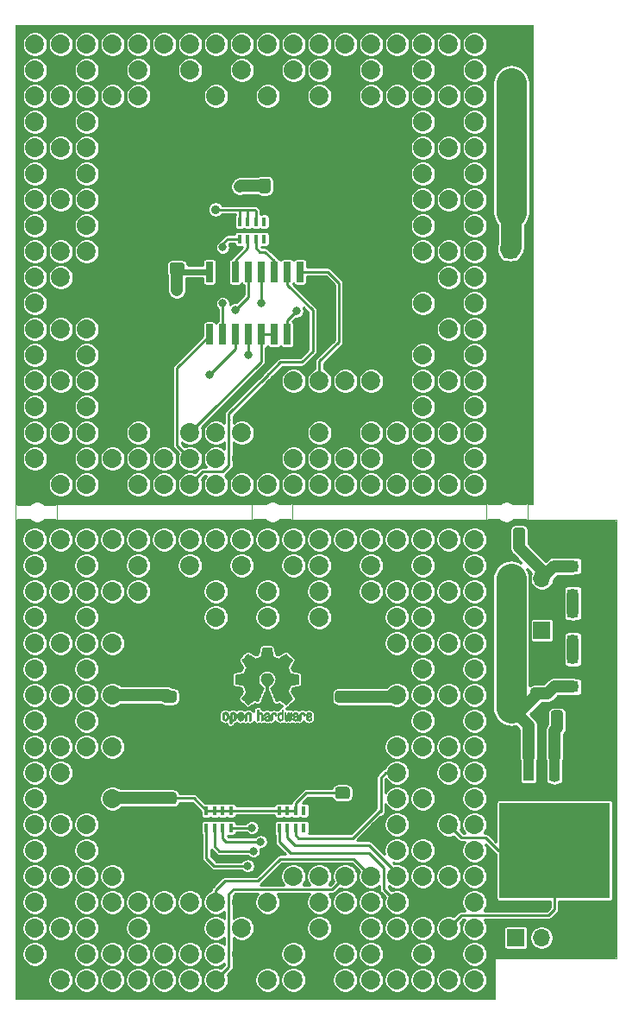
<source format=gtl>
G04 #@! TF.GenerationSoftware,KiCad,Pcbnew,5.1.9*
G04 #@! TF.CreationDate,2021-05-20T11:39:59+02:00*
G04 #@! TF.ProjectId,68040_68060_adapter,36383034-305f-4363-9830-36305f616461,0.2*
G04 #@! TF.SameCoordinates,Original*
G04 #@! TF.FileFunction,Copper,L1,Top*
G04 #@! TF.FilePolarity,Positive*
%FSLAX46Y46*%
G04 Gerber Fmt 4.6, Leading zero omitted, Abs format (unit mm)*
G04 Created by KiCad (PCBNEW 5.1.9) date 2021-05-20 11:39:59*
%MOMM*%
%LPD*%
G01*
G04 APERTURE LIST*
G04 #@! TA.AperFunction,Profile*
%ADD10C,0.050000*%
G04 #@! TD*
G04 #@! TA.AperFunction,EtchedComponent*
%ADD11C,0.010000*%
G04 #@! TD*
G04 #@! TA.AperFunction,SMDPad,CuDef*
%ADD12R,10.800000X9.400000*%
G04 #@! TD*
G04 #@! TA.AperFunction,SMDPad,CuDef*
%ADD13R,1.100000X4.600000*%
G04 #@! TD*
G04 #@! TA.AperFunction,ComponentPad*
%ADD14C,1.860000*%
G04 #@! TD*
G04 #@! TA.AperFunction,SMDPad,CuDef*
%ADD15R,0.400000X0.900000*%
G04 #@! TD*
G04 #@! TA.AperFunction,SMDPad,CuDef*
%ADD16R,1.100000X1.100000*%
G04 #@! TD*
G04 #@! TA.AperFunction,ComponentPad*
%ADD17O,1.700000X1.700000*%
G04 #@! TD*
G04 #@! TA.AperFunction,ComponentPad*
%ADD18R,1.700000X1.700000*%
G04 #@! TD*
G04 #@! TA.AperFunction,SMDPad,CuDef*
%ADD19R,0.660400X2.032000*%
G04 #@! TD*
G04 #@! TA.AperFunction,ViaPad*
%ADD20C,0.914400*%
G04 #@! TD*
G04 #@! TA.AperFunction,ViaPad*
%ADD21C,0.904800*%
G04 #@! TD*
G04 #@! TA.AperFunction,ViaPad*
%ADD22C,0.800000*%
G04 #@! TD*
G04 #@! TA.AperFunction,ViaPad*
%ADD23C,1.000000*%
G04 #@! TD*
G04 #@! TA.AperFunction,Conductor*
%ADD24C,0.254000*%
G04 #@! TD*
G04 #@! TA.AperFunction,Conductor*
%ADD25C,0.250000*%
G04 #@! TD*
G04 #@! TA.AperFunction,Conductor*
%ADD26C,0.609600*%
G04 #@! TD*
G04 #@! TA.AperFunction,Conductor*
%ADD27C,1.200000*%
G04 #@! TD*
G04 #@! TA.AperFunction,Conductor*
%ADD28C,3.000000*%
G04 #@! TD*
G04 #@! TA.AperFunction,Conductor*
%ADD29C,2.000000*%
G04 #@! TD*
G04 #@! TA.AperFunction,Conductor*
%ADD30C,0.150000*%
G04 #@! TD*
G04 APERTURE END LIST*
D10*
X161928800Y-90550000D02*
X162500000Y-90550000D01*
X161928800Y-90550000D02*
X161928800Y-92151000D01*
X158750000Y-135128000D02*
X170688000Y-135128000D01*
X158750000Y-139141200D02*
X158750000Y-135128000D01*
X157930000Y-92140000D02*
X138810000Y-92140000D01*
X138810000Y-90550000D02*
X157930000Y-90550000D01*
X157930000Y-90550000D02*
X157930000Y-92140000D01*
X138810000Y-90550000D02*
X138810000Y-92140000D01*
X111644200Y-43561000D02*
X111644200Y-139141000D01*
X134850000Y-92140000D02*
X115730000Y-92140000D01*
X115730000Y-90550000D02*
X134850000Y-90550000D01*
X134850000Y-90550000D02*
X134850000Y-92140000D01*
X162500000Y-90550000D02*
X162500000Y-43561000D01*
X170699200Y-92151000D02*
X161928800Y-92151000D01*
X115730000Y-90550000D02*
X115730000Y-92140000D01*
X162500000Y-43561000D02*
X111644200Y-43561000D01*
X111644200Y-139141000D02*
X158750000Y-139141200D01*
X170688000Y-135128000D02*
X170699200Y-92151000D01*
D11*
G36*
X136489878Y-104662776D02*
G01*
X136595612Y-104663355D01*
X136672132Y-104664922D01*
X136724372Y-104667972D01*
X136757263Y-104672996D01*
X136775737Y-104680489D01*
X136784727Y-104690944D01*
X136789163Y-104704853D01*
X136789594Y-104706654D01*
X136796333Y-104739145D01*
X136808808Y-104803252D01*
X136825719Y-104892151D01*
X136845771Y-104999019D01*
X136867664Y-105117033D01*
X136868429Y-105121178D01*
X136890359Y-105236831D01*
X136910877Y-105339014D01*
X136928659Y-105421598D01*
X136942381Y-105478456D01*
X136950718Y-105503458D01*
X136951116Y-105503901D01*
X136975677Y-105516110D01*
X137026315Y-105536456D01*
X137092095Y-105560545D01*
X137092461Y-105560674D01*
X137175317Y-105591818D01*
X137273000Y-105631491D01*
X137365077Y-105671381D01*
X137369434Y-105673353D01*
X137519407Y-105741420D01*
X137851498Y-105514639D01*
X137953374Y-105445504D01*
X138045657Y-105383697D01*
X138123003Y-105332733D01*
X138180064Y-105296127D01*
X138211495Y-105277394D01*
X138214479Y-105276004D01*
X138237321Y-105282190D01*
X138279982Y-105312035D01*
X138344128Y-105366947D01*
X138431421Y-105448334D01*
X138520535Y-105534922D01*
X138606441Y-105620247D01*
X138683327Y-105698108D01*
X138746564Y-105763697D01*
X138791523Y-105812205D01*
X138813576Y-105838825D01*
X138814396Y-105840195D01*
X138816834Y-105858463D01*
X138807650Y-105888295D01*
X138784574Y-105933721D01*
X138745337Y-105998770D01*
X138687670Y-106087470D01*
X138610795Y-106201657D01*
X138542570Y-106302162D01*
X138481582Y-106392303D01*
X138431356Y-106466849D01*
X138395416Y-106520565D01*
X138377287Y-106548218D01*
X138376146Y-106550095D01*
X138378359Y-106576590D01*
X138395138Y-106628086D01*
X138423142Y-106694851D01*
X138433122Y-106716172D01*
X138476672Y-106811159D01*
X138523134Y-106918937D01*
X138560877Y-107012192D01*
X138588073Y-107081406D01*
X138609675Y-107134006D01*
X138622158Y-107161497D01*
X138623709Y-107163616D01*
X138646668Y-107167124D01*
X138700786Y-107176738D01*
X138778868Y-107191089D01*
X138873719Y-107208807D01*
X138978143Y-107228525D01*
X139084944Y-107248874D01*
X139186926Y-107268486D01*
X139276894Y-107285991D01*
X139347653Y-107300022D01*
X139392006Y-107309209D01*
X139402885Y-107311807D01*
X139414122Y-107318218D01*
X139422605Y-107332697D01*
X139428714Y-107360133D01*
X139432832Y-107405411D01*
X139435341Y-107473420D01*
X139436621Y-107569047D01*
X139437054Y-107697180D01*
X139437077Y-107749701D01*
X139437077Y-108176845D01*
X139334500Y-108197091D01*
X139277431Y-108208070D01*
X139192269Y-108224095D01*
X139089372Y-108243233D01*
X138979096Y-108263551D01*
X138948615Y-108269132D01*
X138846855Y-108288917D01*
X138758205Y-108308373D01*
X138690108Y-108325697D01*
X138650004Y-108339088D01*
X138643323Y-108343079D01*
X138626919Y-108371342D01*
X138603399Y-108426109D01*
X138577316Y-108496588D01*
X138572142Y-108511769D01*
X138537956Y-108605896D01*
X138495523Y-108712101D01*
X138453997Y-108807473D01*
X138453792Y-108807916D01*
X138384640Y-108957525D01*
X138839512Y-109626617D01*
X138547500Y-109919116D01*
X138459180Y-110006170D01*
X138378625Y-110082909D01*
X138310360Y-110145237D01*
X138258908Y-110189056D01*
X138228794Y-110210270D01*
X138224474Y-110211616D01*
X138199111Y-110201016D01*
X138147358Y-110171547D01*
X138074868Y-110126705D01*
X137987294Y-110069984D01*
X137892612Y-110006462D01*
X137796516Y-109941668D01*
X137710837Y-109885287D01*
X137641016Y-109840788D01*
X137592494Y-109811639D01*
X137570782Y-109801308D01*
X137544293Y-109810050D01*
X137494062Y-109833087D01*
X137430451Y-109865631D01*
X137423708Y-109869249D01*
X137338046Y-109912210D01*
X137279306Y-109933279D01*
X137242772Y-109933503D01*
X137223731Y-109913928D01*
X137223620Y-109913654D01*
X137214102Y-109890472D01*
X137191403Y-109835441D01*
X137157282Y-109752822D01*
X137113500Y-109646872D01*
X137061816Y-109521852D01*
X137003992Y-109382020D01*
X136947991Y-109246637D01*
X136886447Y-109097234D01*
X136829939Y-108958832D01*
X136780161Y-108835673D01*
X136738806Y-108732002D01*
X136707568Y-108652059D01*
X136688141Y-108600088D01*
X136682154Y-108580692D01*
X136697168Y-108558443D01*
X136736439Y-108522982D01*
X136788807Y-108483887D01*
X136937941Y-108360245D01*
X137054511Y-108218522D01*
X137137118Y-108061704D01*
X137184366Y-107892775D01*
X137194857Y-107714722D01*
X137187231Y-107632539D01*
X137145682Y-107462031D01*
X137074123Y-107311459D01*
X136976995Y-107182309D01*
X136858734Y-107076064D01*
X136723780Y-106994210D01*
X136576571Y-106938232D01*
X136421544Y-106909615D01*
X136263139Y-106909844D01*
X136105794Y-106940405D01*
X135953946Y-107002782D01*
X135812035Y-107098460D01*
X135752803Y-107152572D01*
X135639203Y-107291520D01*
X135560106Y-107443361D01*
X135514986Y-107603667D01*
X135503316Y-107768012D01*
X135524569Y-107931971D01*
X135578220Y-108091118D01*
X135663740Y-108241025D01*
X135780605Y-108377267D01*
X135911193Y-108483887D01*
X135965588Y-108524642D01*
X136004014Y-108559718D01*
X136017846Y-108580726D01*
X136010603Y-108603635D01*
X135990005Y-108658365D01*
X135957746Y-108740672D01*
X135915521Y-108846315D01*
X135865023Y-108971050D01*
X135807948Y-109110636D01*
X135751854Y-109246670D01*
X135689967Y-109396201D01*
X135632644Y-109534767D01*
X135581644Y-109658107D01*
X135538727Y-109761964D01*
X135505653Y-109842080D01*
X135484181Y-109894195D01*
X135476225Y-109913654D01*
X135457429Y-109933423D01*
X135421074Y-109933365D01*
X135362479Y-109912441D01*
X135276968Y-109869613D01*
X135276292Y-109869249D01*
X135211907Y-109836012D01*
X135159861Y-109811802D01*
X135130512Y-109801404D01*
X135129217Y-109801308D01*
X135107124Y-109811855D01*
X135058348Y-109841184D01*
X134988331Y-109885827D01*
X134902514Y-109942314D01*
X134807388Y-110006462D01*
X134710540Y-110071411D01*
X134623253Y-110127896D01*
X134551181Y-110172421D01*
X134499977Y-110201490D01*
X134475526Y-110211616D01*
X134453010Y-110198307D01*
X134407742Y-110161112D01*
X134344244Y-110104128D01*
X134267039Y-110031449D01*
X134180651Y-109947171D01*
X134152399Y-109919016D01*
X133860287Y-109626416D01*
X134082631Y-109300104D01*
X134150202Y-109199897D01*
X134209507Y-109109963D01*
X134257217Y-109035510D01*
X134290007Y-108981751D01*
X134304548Y-108953894D01*
X134304974Y-108951912D01*
X134297308Y-108925655D01*
X134276689Y-108872837D01*
X134246685Y-108802310D01*
X134225625Y-108755093D01*
X134186248Y-108664694D01*
X134149165Y-108573366D01*
X134120415Y-108496200D01*
X134112605Y-108472692D01*
X134090417Y-108409916D01*
X134068727Y-108361411D01*
X134056813Y-108343079D01*
X134030523Y-108331859D01*
X133973142Y-108315954D01*
X133892118Y-108297167D01*
X133794895Y-108277299D01*
X133751385Y-108269132D01*
X133640896Y-108248829D01*
X133534916Y-108229170D01*
X133443801Y-108212088D01*
X133377908Y-108199518D01*
X133365500Y-108197091D01*
X133262923Y-108176845D01*
X133262923Y-107749701D01*
X133263153Y-107609246D01*
X133264099Y-107502979D01*
X133266141Y-107426013D01*
X133269662Y-107373460D01*
X133275043Y-107340433D01*
X133282666Y-107322045D01*
X133292912Y-107313408D01*
X133297115Y-107311807D01*
X133322470Y-107306127D01*
X133378484Y-107294795D01*
X133457964Y-107279179D01*
X133553712Y-107260647D01*
X133658533Y-107240569D01*
X133765232Y-107220312D01*
X133866613Y-107201246D01*
X133955479Y-107184739D01*
X134024637Y-107172159D01*
X134066889Y-107164875D01*
X134076290Y-107163616D01*
X134084807Y-107146763D01*
X134103660Y-107101870D01*
X134129324Y-107037430D01*
X134139123Y-107012192D01*
X134178648Y-106914686D01*
X134225192Y-106806959D01*
X134266877Y-106716172D01*
X134297550Y-106646753D01*
X134317956Y-106589710D01*
X134324768Y-106554777D01*
X134323682Y-106550095D01*
X134309285Y-106527991D01*
X134276412Y-106478831D01*
X134228590Y-106407848D01*
X134169348Y-106320278D01*
X134102215Y-106221357D01*
X134088941Y-106201830D01*
X134011046Y-106086140D01*
X133953787Y-105998044D01*
X133914881Y-105933486D01*
X133892044Y-105888411D01*
X133882994Y-105858763D01*
X133885448Y-105840485D01*
X133885511Y-105840369D01*
X133904827Y-105816361D01*
X133947551Y-105769947D01*
X134009051Y-105705937D01*
X134084698Y-105629145D01*
X134169861Y-105544382D01*
X134179465Y-105534922D01*
X134286790Y-105430989D01*
X134369615Y-105354675D01*
X134429605Y-105304571D01*
X134468423Y-105279270D01*
X134485520Y-105276004D01*
X134510473Y-105290250D01*
X134562255Y-105323156D01*
X134635520Y-105371208D01*
X134724920Y-105430890D01*
X134825111Y-105498688D01*
X134848501Y-105514639D01*
X135180593Y-105741420D01*
X135330565Y-105673353D01*
X135421770Y-105633685D01*
X135519669Y-105593791D01*
X135603831Y-105561983D01*
X135607538Y-105560674D01*
X135673369Y-105536576D01*
X135724116Y-105516200D01*
X135748842Y-105503936D01*
X135748884Y-105503901D01*
X135756729Y-105481734D01*
X135770066Y-105427217D01*
X135787570Y-105346480D01*
X135807917Y-105245650D01*
X135829782Y-105130856D01*
X135831571Y-105121178D01*
X135853504Y-105002904D01*
X135873640Y-104895542D01*
X135890680Y-104805917D01*
X135903328Y-104740851D01*
X135910284Y-104707168D01*
X135910406Y-104706654D01*
X135914639Y-104692325D01*
X135922871Y-104681507D01*
X135940033Y-104673706D01*
X135971058Y-104668429D01*
X136020878Y-104665182D01*
X136094424Y-104663472D01*
X136196629Y-104662807D01*
X136332425Y-104662693D01*
X136350000Y-104662692D01*
X136489878Y-104662776D01*
G37*
X136489878Y-104662776D02*
X136595612Y-104663355D01*
X136672132Y-104664922D01*
X136724372Y-104667972D01*
X136757263Y-104672996D01*
X136775737Y-104680489D01*
X136784727Y-104690944D01*
X136789163Y-104704853D01*
X136789594Y-104706654D01*
X136796333Y-104739145D01*
X136808808Y-104803252D01*
X136825719Y-104892151D01*
X136845771Y-104999019D01*
X136867664Y-105117033D01*
X136868429Y-105121178D01*
X136890359Y-105236831D01*
X136910877Y-105339014D01*
X136928659Y-105421598D01*
X136942381Y-105478456D01*
X136950718Y-105503458D01*
X136951116Y-105503901D01*
X136975677Y-105516110D01*
X137026315Y-105536456D01*
X137092095Y-105560545D01*
X137092461Y-105560674D01*
X137175317Y-105591818D01*
X137273000Y-105631491D01*
X137365077Y-105671381D01*
X137369434Y-105673353D01*
X137519407Y-105741420D01*
X137851498Y-105514639D01*
X137953374Y-105445504D01*
X138045657Y-105383697D01*
X138123003Y-105332733D01*
X138180064Y-105296127D01*
X138211495Y-105277394D01*
X138214479Y-105276004D01*
X138237321Y-105282190D01*
X138279982Y-105312035D01*
X138344128Y-105366947D01*
X138431421Y-105448334D01*
X138520535Y-105534922D01*
X138606441Y-105620247D01*
X138683327Y-105698108D01*
X138746564Y-105763697D01*
X138791523Y-105812205D01*
X138813576Y-105838825D01*
X138814396Y-105840195D01*
X138816834Y-105858463D01*
X138807650Y-105888295D01*
X138784574Y-105933721D01*
X138745337Y-105998770D01*
X138687670Y-106087470D01*
X138610795Y-106201657D01*
X138542570Y-106302162D01*
X138481582Y-106392303D01*
X138431356Y-106466849D01*
X138395416Y-106520565D01*
X138377287Y-106548218D01*
X138376146Y-106550095D01*
X138378359Y-106576590D01*
X138395138Y-106628086D01*
X138423142Y-106694851D01*
X138433122Y-106716172D01*
X138476672Y-106811159D01*
X138523134Y-106918937D01*
X138560877Y-107012192D01*
X138588073Y-107081406D01*
X138609675Y-107134006D01*
X138622158Y-107161497D01*
X138623709Y-107163616D01*
X138646668Y-107167124D01*
X138700786Y-107176738D01*
X138778868Y-107191089D01*
X138873719Y-107208807D01*
X138978143Y-107228525D01*
X139084944Y-107248874D01*
X139186926Y-107268486D01*
X139276894Y-107285991D01*
X139347653Y-107300022D01*
X139392006Y-107309209D01*
X139402885Y-107311807D01*
X139414122Y-107318218D01*
X139422605Y-107332697D01*
X139428714Y-107360133D01*
X139432832Y-107405411D01*
X139435341Y-107473420D01*
X139436621Y-107569047D01*
X139437054Y-107697180D01*
X139437077Y-107749701D01*
X139437077Y-108176845D01*
X139334500Y-108197091D01*
X139277431Y-108208070D01*
X139192269Y-108224095D01*
X139089372Y-108243233D01*
X138979096Y-108263551D01*
X138948615Y-108269132D01*
X138846855Y-108288917D01*
X138758205Y-108308373D01*
X138690108Y-108325697D01*
X138650004Y-108339088D01*
X138643323Y-108343079D01*
X138626919Y-108371342D01*
X138603399Y-108426109D01*
X138577316Y-108496588D01*
X138572142Y-108511769D01*
X138537956Y-108605896D01*
X138495523Y-108712101D01*
X138453997Y-108807473D01*
X138453792Y-108807916D01*
X138384640Y-108957525D01*
X138839512Y-109626617D01*
X138547500Y-109919116D01*
X138459180Y-110006170D01*
X138378625Y-110082909D01*
X138310360Y-110145237D01*
X138258908Y-110189056D01*
X138228794Y-110210270D01*
X138224474Y-110211616D01*
X138199111Y-110201016D01*
X138147358Y-110171547D01*
X138074868Y-110126705D01*
X137987294Y-110069984D01*
X137892612Y-110006462D01*
X137796516Y-109941668D01*
X137710837Y-109885287D01*
X137641016Y-109840788D01*
X137592494Y-109811639D01*
X137570782Y-109801308D01*
X137544293Y-109810050D01*
X137494062Y-109833087D01*
X137430451Y-109865631D01*
X137423708Y-109869249D01*
X137338046Y-109912210D01*
X137279306Y-109933279D01*
X137242772Y-109933503D01*
X137223731Y-109913928D01*
X137223620Y-109913654D01*
X137214102Y-109890472D01*
X137191403Y-109835441D01*
X137157282Y-109752822D01*
X137113500Y-109646872D01*
X137061816Y-109521852D01*
X137003992Y-109382020D01*
X136947991Y-109246637D01*
X136886447Y-109097234D01*
X136829939Y-108958832D01*
X136780161Y-108835673D01*
X136738806Y-108732002D01*
X136707568Y-108652059D01*
X136688141Y-108600088D01*
X136682154Y-108580692D01*
X136697168Y-108558443D01*
X136736439Y-108522982D01*
X136788807Y-108483887D01*
X136937941Y-108360245D01*
X137054511Y-108218522D01*
X137137118Y-108061704D01*
X137184366Y-107892775D01*
X137194857Y-107714722D01*
X137187231Y-107632539D01*
X137145682Y-107462031D01*
X137074123Y-107311459D01*
X136976995Y-107182309D01*
X136858734Y-107076064D01*
X136723780Y-106994210D01*
X136576571Y-106938232D01*
X136421544Y-106909615D01*
X136263139Y-106909844D01*
X136105794Y-106940405D01*
X135953946Y-107002782D01*
X135812035Y-107098460D01*
X135752803Y-107152572D01*
X135639203Y-107291520D01*
X135560106Y-107443361D01*
X135514986Y-107603667D01*
X135503316Y-107768012D01*
X135524569Y-107931971D01*
X135578220Y-108091118D01*
X135663740Y-108241025D01*
X135780605Y-108377267D01*
X135911193Y-108483887D01*
X135965588Y-108524642D01*
X136004014Y-108559718D01*
X136017846Y-108580726D01*
X136010603Y-108603635D01*
X135990005Y-108658365D01*
X135957746Y-108740672D01*
X135915521Y-108846315D01*
X135865023Y-108971050D01*
X135807948Y-109110636D01*
X135751854Y-109246670D01*
X135689967Y-109396201D01*
X135632644Y-109534767D01*
X135581644Y-109658107D01*
X135538727Y-109761964D01*
X135505653Y-109842080D01*
X135484181Y-109894195D01*
X135476225Y-109913654D01*
X135457429Y-109933423D01*
X135421074Y-109933365D01*
X135362479Y-109912441D01*
X135276968Y-109869613D01*
X135276292Y-109869249D01*
X135211907Y-109836012D01*
X135159861Y-109811802D01*
X135130512Y-109801404D01*
X135129217Y-109801308D01*
X135107124Y-109811855D01*
X135058348Y-109841184D01*
X134988331Y-109885827D01*
X134902514Y-109942314D01*
X134807388Y-110006462D01*
X134710540Y-110071411D01*
X134623253Y-110127896D01*
X134551181Y-110172421D01*
X134499977Y-110201490D01*
X134475526Y-110211616D01*
X134453010Y-110198307D01*
X134407742Y-110161112D01*
X134344244Y-110104128D01*
X134267039Y-110031449D01*
X134180651Y-109947171D01*
X134152399Y-109919016D01*
X133860287Y-109626416D01*
X134082631Y-109300104D01*
X134150202Y-109199897D01*
X134209507Y-109109963D01*
X134257217Y-109035510D01*
X134290007Y-108981751D01*
X134304548Y-108953894D01*
X134304974Y-108951912D01*
X134297308Y-108925655D01*
X134276689Y-108872837D01*
X134246685Y-108802310D01*
X134225625Y-108755093D01*
X134186248Y-108664694D01*
X134149165Y-108573366D01*
X134120415Y-108496200D01*
X134112605Y-108472692D01*
X134090417Y-108409916D01*
X134068727Y-108361411D01*
X134056813Y-108343079D01*
X134030523Y-108331859D01*
X133973142Y-108315954D01*
X133892118Y-108297167D01*
X133794895Y-108277299D01*
X133751385Y-108269132D01*
X133640896Y-108248829D01*
X133534916Y-108229170D01*
X133443801Y-108212088D01*
X133377908Y-108199518D01*
X133365500Y-108197091D01*
X133262923Y-108176845D01*
X133262923Y-107749701D01*
X133263153Y-107609246D01*
X133264099Y-107502979D01*
X133266141Y-107426013D01*
X133269662Y-107373460D01*
X133275043Y-107340433D01*
X133282666Y-107322045D01*
X133292912Y-107313408D01*
X133297115Y-107311807D01*
X133322470Y-107306127D01*
X133378484Y-107294795D01*
X133457964Y-107279179D01*
X133553712Y-107260647D01*
X133658533Y-107240569D01*
X133765232Y-107220312D01*
X133866613Y-107201246D01*
X133955479Y-107184739D01*
X134024637Y-107172159D01*
X134066889Y-107164875D01*
X134076290Y-107163616D01*
X134084807Y-107146763D01*
X134103660Y-107101870D01*
X134129324Y-107037430D01*
X134139123Y-107012192D01*
X134178648Y-106914686D01*
X134225192Y-106806959D01*
X134266877Y-106716172D01*
X134297550Y-106646753D01*
X134317956Y-106589710D01*
X134324768Y-106554777D01*
X134323682Y-106550095D01*
X134309285Y-106527991D01*
X134276412Y-106478831D01*
X134228590Y-106407848D01*
X134169348Y-106320278D01*
X134102215Y-106221357D01*
X134088941Y-106201830D01*
X134011046Y-106086140D01*
X133953787Y-105998044D01*
X133914881Y-105933486D01*
X133892044Y-105888411D01*
X133882994Y-105858763D01*
X133885448Y-105840485D01*
X133885511Y-105840369D01*
X133904827Y-105816361D01*
X133947551Y-105769947D01*
X134009051Y-105705937D01*
X134084698Y-105629145D01*
X134169861Y-105544382D01*
X134179465Y-105534922D01*
X134286790Y-105430989D01*
X134369615Y-105354675D01*
X134429605Y-105304571D01*
X134468423Y-105279270D01*
X134485520Y-105276004D01*
X134510473Y-105290250D01*
X134562255Y-105323156D01*
X134635520Y-105371208D01*
X134724920Y-105430890D01*
X134825111Y-105498688D01*
X134848501Y-105514639D01*
X135180593Y-105741420D01*
X135330565Y-105673353D01*
X135421770Y-105633685D01*
X135519669Y-105593791D01*
X135603831Y-105561983D01*
X135607538Y-105560674D01*
X135673369Y-105536576D01*
X135724116Y-105516200D01*
X135748842Y-105503936D01*
X135748884Y-105503901D01*
X135756729Y-105481734D01*
X135770066Y-105427217D01*
X135787570Y-105346480D01*
X135807917Y-105245650D01*
X135829782Y-105130856D01*
X135831571Y-105121178D01*
X135853504Y-105002904D01*
X135873640Y-104895542D01*
X135890680Y-104805917D01*
X135903328Y-104740851D01*
X135910284Y-104707168D01*
X135910406Y-104706654D01*
X135914639Y-104692325D01*
X135922871Y-104681507D01*
X135940033Y-104673706D01*
X135971058Y-104668429D01*
X136020878Y-104665182D01*
X136094424Y-104663472D01*
X136196629Y-104662807D01*
X136332425Y-104662693D01*
X136350000Y-104662692D01*
X136489878Y-104662776D01*
G36*
X140595224Y-111022838D02*
G01*
X140672528Y-111073361D01*
X140709814Y-111118590D01*
X140739353Y-111200663D01*
X140741699Y-111265607D01*
X140736385Y-111352445D01*
X140536115Y-111440103D01*
X140438739Y-111484887D01*
X140375113Y-111520913D01*
X140342029Y-111552117D01*
X140336280Y-111582436D01*
X140354658Y-111615805D01*
X140374923Y-111637923D01*
X140433889Y-111673393D01*
X140498024Y-111675879D01*
X140556926Y-111648235D01*
X140600197Y-111593320D01*
X140607936Y-111573928D01*
X140645006Y-111513364D01*
X140687654Y-111487552D01*
X140746154Y-111465471D01*
X140746154Y-111549184D01*
X140740982Y-111606150D01*
X140720723Y-111654189D01*
X140678262Y-111709346D01*
X140671951Y-111716514D01*
X140624720Y-111765585D01*
X140584121Y-111791920D01*
X140533328Y-111804035D01*
X140491220Y-111808003D01*
X140415902Y-111808991D01*
X140362286Y-111796466D01*
X140328838Y-111777869D01*
X140276268Y-111736975D01*
X140239879Y-111692748D01*
X140216850Y-111637126D01*
X140204359Y-111562047D01*
X140199587Y-111459449D01*
X140199206Y-111407376D01*
X140200501Y-111344948D01*
X140318471Y-111344948D01*
X140319839Y-111378438D01*
X140323249Y-111383923D01*
X140345753Y-111376472D01*
X140394182Y-111356753D01*
X140458908Y-111328718D01*
X140472443Y-111322692D01*
X140554244Y-111281096D01*
X140599312Y-111244538D01*
X140609217Y-111210296D01*
X140585526Y-111175648D01*
X140565960Y-111160339D01*
X140495360Y-111129721D01*
X140429280Y-111134780D01*
X140373959Y-111172151D01*
X140335636Y-111238473D01*
X140323349Y-111291116D01*
X140318471Y-111344948D01*
X140200501Y-111344948D01*
X140201730Y-111285720D01*
X140211032Y-111195710D01*
X140229460Y-111130167D01*
X140259360Y-111081912D01*
X140303080Y-111043767D01*
X140322141Y-111031440D01*
X140408726Y-110999336D01*
X140503522Y-110997316D01*
X140595224Y-111022838D01*
G37*
X140595224Y-111022838D02*
X140672528Y-111073361D01*
X140709814Y-111118590D01*
X140739353Y-111200663D01*
X140741699Y-111265607D01*
X140736385Y-111352445D01*
X140536115Y-111440103D01*
X140438739Y-111484887D01*
X140375113Y-111520913D01*
X140342029Y-111552117D01*
X140336280Y-111582436D01*
X140354658Y-111615805D01*
X140374923Y-111637923D01*
X140433889Y-111673393D01*
X140498024Y-111675879D01*
X140556926Y-111648235D01*
X140600197Y-111593320D01*
X140607936Y-111573928D01*
X140645006Y-111513364D01*
X140687654Y-111487552D01*
X140746154Y-111465471D01*
X140746154Y-111549184D01*
X140740982Y-111606150D01*
X140720723Y-111654189D01*
X140678262Y-111709346D01*
X140671951Y-111716514D01*
X140624720Y-111765585D01*
X140584121Y-111791920D01*
X140533328Y-111804035D01*
X140491220Y-111808003D01*
X140415902Y-111808991D01*
X140362286Y-111796466D01*
X140328838Y-111777869D01*
X140276268Y-111736975D01*
X140239879Y-111692748D01*
X140216850Y-111637126D01*
X140204359Y-111562047D01*
X140199587Y-111459449D01*
X140199206Y-111407376D01*
X140200501Y-111344948D01*
X140318471Y-111344948D01*
X140319839Y-111378438D01*
X140323249Y-111383923D01*
X140345753Y-111376472D01*
X140394182Y-111356753D01*
X140458908Y-111328718D01*
X140472443Y-111322692D01*
X140554244Y-111281096D01*
X140599312Y-111244538D01*
X140609217Y-111210296D01*
X140585526Y-111175648D01*
X140565960Y-111160339D01*
X140495360Y-111129721D01*
X140429280Y-111134780D01*
X140373959Y-111172151D01*
X140335636Y-111238473D01*
X140323349Y-111291116D01*
X140318471Y-111344948D01*
X140200501Y-111344948D01*
X140201730Y-111285720D01*
X140211032Y-111195710D01*
X140229460Y-111130167D01*
X140259360Y-111081912D01*
X140303080Y-111043767D01*
X140322141Y-111031440D01*
X140408726Y-110999336D01*
X140503522Y-110997316D01*
X140595224Y-111022838D01*
G36*
X139920807Y-111011782D02*
G01*
X139944161Y-111021988D01*
X139999902Y-111066134D01*
X140047569Y-111129967D01*
X140077048Y-111198087D01*
X140081846Y-111231670D01*
X140065760Y-111278556D01*
X140030475Y-111303365D01*
X139992644Y-111318387D01*
X139975321Y-111321155D01*
X139966886Y-111301066D01*
X139950230Y-111257351D01*
X139942923Y-111237598D01*
X139901948Y-111169271D01*
X139842622Y-111135191D01*
X139766552Y-111136239D01*
X139760918Y-111137581D01*
X139720305Y-111156836D01*
X139690448Y-111194375D01*
X139670055Y-111254809D01*
X139657836Y-111342751D01*
X139652500Y-111462813D01*
X139652000Y-111526698D01*
X139651752Y-111627403D01*
X139650126Y-111696054D01*
X139645801Y-111739673D01*
X139637454Y-111765282D01*
X139623765Y-111779903D01*
X139603411Y-111790558D01*
X139602234Y-111791095D01*
X139563038Y-111807667D01*
X139543619Y-111813769D01*
X139540635Y-111795319D01*
X139538081Y-111744323D01*
X139536140Y-111667308D01*
X139534997Y-111570805D01*
X139534769Y-111500184D01*
X139535932Y-111363525D01*
X139540479Y-111259851D01*
X139549999Y-111183108D01*
X139566081Y-111127246D01*
X139590313Y-111086212D01*
X139624286Y-111053954D01*
X139657833Y-111031440D01*
X139738499Y-111001476D01*
X139832381Y-110994718D01*
X139920807Y-111011782D01*
G37*
X139920807Y-111011782D02*
X139944161Y-111021988D01*
X139999902Y-111066134D01*
X140047569Y-111129967D01*
X140077048Y-111198087D01*
X140081846Y-111231670D01*
X140065760Y-111278556D01*
X140030475Y-111303365D01*
X139992644Y-111318387D01*
X139975321Y-111321155D01*
X139966886Y-111301066D01*
X139950230Y-111257351D01*
X139942923Y-111237598D01*
X139901948Y-111169271D01*
X139842622Y-111135191D01*
X139766552Y-111136239D01*
X139760918Y-111137581D01*
X139720305Y-111156836D01*
X139690448Y-111194375D01*
X139670055Y-111254809D01*
X139657836Y-111342751D01*
X139652500Y-111462813D01*
X139652000Y-111526698D01*
X139651752Y-111627403D01*
X139650126Y-111696054D01*
X139645801Y-111739673D01*
X139637454Y-111765282D01*
X139623765Y-111779903D01*
X139603411Y-111790558D01*
X139602234Y-111791095D01*
X139563038Y-111807667D01*
X139543619Y-111813769D01*
X139540635Y-111795319D01*
X139538081Y-111744323D01*
X139536140Y-111667308D01*
X139534997Y-111570805D01*
X139534769Y-111500184D01*
X139535932Y-111363525D01*
X139540479Y-111259851D01*
X139549999Y-111183108D01*
X139566081Y-111127246D01*
X139590313Y-111086212D01*
X139624286Y-111053954D01*
X139657833Y-111031440D01*
X139738499Y-111001476D01*
X139832381Y-110994718D01*
X139920807Y-111011782D01*
G36*
X139237333Y-111008528D02*
G01*
X139293590Y-111034117D01*
X139337747Y-111065124D01*
X139370101Y-111099795D01*
X139392438Y-111144520D01*
X139406546Y-111205692D01*
X139414211Y-111289701D01*
X139417220Y-111402940D01*
X139417538Y-111477509D01*
X139417538Y-111768420D01*
X139367773Y-111791095D01*
X139328576Y-111807667D01*
X139309157Y-111813769D01*
X139305442Y-111795610D01*
X139302495Y-111746648D01*
X139300691Y-111675153D01*
X139300308Y-111618385D01*
X139298661Y-111536371D01*
X139294222Y-111471309D01*
X139287740Y-111431467D01*
X139282590Y-111423000D01*
X139247977Y-111431646D01*
X139193640Y-111453823D01*
X139130722Y-111483886D01*
X139070368Y-111516192D01*
X139023721Y-111545098D01*
X139001926Y-111564961D01*
X139001839Y-111565175D01*
X139003714Y-111601935D01*
X139020525Y-111637026D01*
X139050039Y-111665528D01*
X139093116Y-111675061D01*
X139129932Y-111673950D01*
X139182074Y-111673133D01*
X139209444Y-111685349D01*
X139225882Y-111717624D01*
X139227955Y-111723710D01*
X139235081Y-111769739D01*
X139216024Y-111797687D01*
X139166353Y-111811007D01*
X139112697Y-111813470D01*
X139016142Y-111795210D01*
X138966159Y-111769131D01*
X138904429Y-111707868D01*
X138871690Y-111632670D01*
X138868753Y-111553211D01*
X138896424Y-111479167D01*
X138938047Y-111432769D01*
X138979604Y-111406793D01*
X139044922Y-111373907D01*
X139121038Y-111340557D01*
X139133726Y-111335461D01*
X139217333Y-111298565D01*
X139265530Y-111266046D01*
X139281030Y-111233718D01*
X139266550Y-111197394D01*
X139241692Y-111169000D01*
X139182939Y-111134039D01*
X139118293Y-111131417D01*
X139059008Y-111158358D01*
X139016339Y-111212088D01*
X139010739Y-111225950D01*
X138978133Y-111276936D01*
X138930530Y-111314787D01*
X138870461Y-111345850D01*
X138870461Y-111257768D01*
X138873997Y-111203951D01*
X138889156Y-111161534D01*
X138922768Y-111116279D01*
X138955035Y-111081420D01*
X139005209Y-111032062D01*
X139044193Y-111005547D01*
X139086064Y-110994911D01*
X139133460Y-110993154D01*
X139237333Y-111008528D01*
G37*
X139237333Y-111008528D02*
X139293590Y-111034117D01*
X139337747Y-111065124D01*
X139370101Y-111099795D01*
X139392438Y-111144520D01*
X139406546Y-111205692D01*
X139414211Y-111289701D01*
X139417220Y-111402940D01*
X139417538Y-111477509D01*
X139417538Y-111768420D01*
X139367773Y-111791095D01*
X139328576Y-111807667D01*
X139309157Y-111813769D01*
X139305442Y-111795610D01*
X139302495Y-111746648D01*
X139300691Y-111675153D01*
X139300308Y-111618385D01*
X139298661Y-111536371D01*
X139294222Y-111471309D01*
X139287740Y-111431467D01*
X139282590Y-111423000D01*
X139247977Y-111431646D01*
X139193640Y-111453823D01*
X139130722Y-111483886D01*
X139070368Y-111516192D01*
X139023721Y-111545098D01*
X139001926Y-111564961D01*
X139001839Y-111565175D01*
X139003714Y-111601935D01*
X139020525Y-111637026D01*
X139050039Y-111665528D01*
X139093116Y-111675061D01*
X139129932Y-111673950D01*
X139182074Y-111673133D01*
X139209444Y-111685349D01*
X139225882Y-111717624D01*
X139227955Y-111723710D01*
X139235081Y-111769739D01*
X139216024Y-111797687D01*
X139166353Y-111811007D01*
X139112697Y-111813470D01*
X139016142Y-111795210D01*
X138966159Y-111769131D01*
X138904429Y-111707868D01*
X138871690Y-111632670D01*
X138868753Y-111553211D01*
X138896424Y-111479167D01*
X138938047Y-111432769D01*
X138979604Y-111406793D01*
X139044922Y-111373907D01*
X139121038Y-111340557D01*
X139133726Y-111335461D01*
X139217333Y-111298565D01*
X139265530Y-111266046D01*
X139281030Y-111233718D01*
X139266550Y-111197394D01*
X139241692Y-111169000D01*
X139182939Y-111134039D01*
X139118293Y-111131417D01*
X139059008Y-111158358D01*
X139016339Y-111212088D01*
X139010739Y-111225950D01*
X138978133Y-111276936D01*
X138930530Y-111314787D01*
X138870461Y-111345850D01*
X138870461Y-111257768D01*
X138873997Y-111203951D01*
X138889156Y-111161534D01*
X138922768Y-111116279D01*
X138955035Y-111081420D01*
X139005209Y-111032062D01*
X139044193Y-111005547D01*
X139086064Y-110994911D01*
X139133460Y-110993154D01*
X139237333Y-111008528D01*
G36*
X138745929Y-111011662D02*
G01*
X138748911Y-111063068D01*
X138751247Y-111141192D01*
X138752749Y-111239857D01*
X138753231Y-111343343D01*
X138753231Y-111693533D01*
X138691401Y-111755363D01*
X138648793Y-111793462D01*
X138611390Y-111808895D01*
X138560270Y-111807918D01*
X138539978Y-111805433D01*
X138476554Y-111798200D01*
X138424095Y-111794055D01*
X138411308Y-111793672D01*
X138368199Y-111796176D01*
X138306544Y-111802462D01*
X138282638Y-111805433D01*
X138223922Y-111810028D01*
X138184464Y-111800046D01*
X138145338Y-111769228D01*
X138131215Y-111755363D01*
X138069385Y-111693533D01*
X138069385Y-111038503D01*
X138119150Y-111015829D01*
X138162002Y-110999034D01*
X138187073Y-110993154D01*
X138193501Y-111011736D01*
X138199509Y-111063655D01*
X138204697Y-111143172D01*
X138208664Y-111244546D01*
X138210577Y-111330192D01*
X138215923Y-111667231D01*
X138262560Y-111673825D01*
X138304976Y-111669214D01*
X138325760Y-111654287D01*
X138331570Y-111626377D01*
X138336530Y-111566925D01*
X138340246Y-111483466D01*
X138342324Y-111383532D01*
X138342624Y-111332104D01*
X138342923Y-111036054D01*
X138404454Y-111014604D01*
X138448004Y-111000020D01*
X138471694Y-110993219D01*
X138472377Y-110993154D01*
X138474754Y-111011642D01*
X138477366Y-111062906D01*
X138479995Y-111140649D01*
X138482421Y-111238574D01*
X138484115Y-111330192D01*
X138489461Y-111667231D01*
X138606692Y-111667231D01*
X138612072Y-111359746D01*
X138617451Y-111052261D01*
X138674601Y-111022707D01*
X138716797Y-111002413D01*
X138741770Y-110993204D01*
X138742491Y-110993154D01*
X138745929Y-111011662D01*
G37*
X138745929Y-111011662D02*
X138748911Y-111063068D01*
X138751247Y-111141192D01*
X138752749Y-111239857D01*
X138753231Y-111343343D01*
X138753231Y-111693533D01*
X138691401Y-111755363D01*
X138648793Y-111793462D01*
X138611390Y-111808895D01*
X138560270Y-111807918D01*
X138539978Y-111805433D01*
X138476554Y-111798200D01*
X138424095Y-111794055D01*
X138411308Y-111793672D01*
X138368199Y-111796176D01*
X138306544Y-111802462D01*
X138282638Y-111805433D01*
X138223922Y-111810028D01*
X138184464Y-111800046D01*
X138145338Y-111769228D01*
X138131215Y-111755363D01*
X138069385Y-111693533D01*
X138069385Y-111038503D01*
X138119150Y-111015829D01*
X138162002Y-110999034D01*
X138187073Y-110993154D01*
X138193501Y-111011736D01*
X138199509Y-111063655D01*
X138204697Y-111143172D01*
X138208664Y-111244546D01*
X138210577Y-111330192D01*
X138215923Y-111667231D01*
X138262560Y-111673825D01*
X138304976Y-111669214D01*
X138325760Y-111654287D01*
X138331570Y-111626377D01*
X138336530Y-111566925D01*
X138340246Y-111483466D01*
X138342324Y-111383532D01*
X138342624Y-111332104D01*
X138342923Y-111036054D01*
X138404454Y-111014604D01*
X138448004Y-111000020D01*
X138471694Y-110993219D01*
X138472377Y-110993154D01*
X138474754Y-111011642D01*
X138477366Y-111062906D01*
X138479995Y-111140649D01*
X138482421Y-111238574D01*
X138484115Y-111330192D01*
X138489461Y-111667231D01*
X138606692Y-111667231D01*
X138612072Y-111359746D01*
X138617451Y-111052261D01*
X138674601Y-111022707D01*
X138716797Y-111002413D01*
X138741770Y-110993204D01*
X138742491Y-110993154D01*
X138745929Y-111011662D01*
G36*
X137952081Y-111155289D02*
G01*
X137951833Y-111301320D01*
X137950872Y-111413655D01*
X137948794Y-111497678D01*
X137945193Y-111558769D01*
X137939665Y-111602309D01*
X137931804Y-111633679D01*
X137921207Y-111658262D01*
X137913182Y-111672294D01*
X137846728Y-111748388D01*
X137762470Y-111796084D01*
X137669249Y-111813199D01*
X137575900Y-111797546D01*
X137520312Y-111769418D01*
X137461957Y-111720760D01*
X137422186Y-111661333D01*
X137398190Y-111583507D01*
X137387161Y-111479652D01*
X137385599Y-111403462D01*
X137385809Y-111397986D01*
X137522308Y-111397986D01*
X137523141Y-111485355D01*
X137526961Y-111543192D01*
X137535746Y-111581029D01*
X137551474Y-111608398D01*
X137570266Y-111629042D01*
X137633375Y-111668890D01*
X137701137Y-111672295D01*
X137765179Y-111639025D01*
X137770164Y-111634517D01*
X137791439Y-111611067D01*
X137804779Y-111583166D01*
X137812001Y-111541641D01*
X137814923Y-111477316D01*
X137815385Y-111406200D01*
X137814383Y-111316858D01*
X137810238Y-111257258D01*
X137801236Y-111218089D01*
X137785667Y-111190040D01*
X137772902Y-111175144D01*
X137713600Y-111137575D01*
X137645301Y-111133057D01*
X137580110Y-111161753D01*
X137567528Y-111172406D01*
X137546111Y-111196063D01*
X137532744Y-111224251D01*
X137525566Y-111266245D01*
X137522719Y-111331319D01*
X137522308Y-111397986D01*
X137385809Y-111397986D01*
X137390322Y-111280765D01*
X137406362Y-111188577D01*
X137436528Y-111119269D01*
X137483629Y-111065211D01*
X137520312Y-111037505D01*
X137586990Y-111007572D01*
X137664272Y-110993678D01*
X137736110Y-110997397D01*
X137776308Y-111012400D01*
X137792082Y-111016670D01*
X137802550Y-111000750D01*
X137809856Y-110958089D01*
X137815385Y-110893106D01*
X137821437Y-110820732D01*
X137829844Y-110777187D01*
X137845141Y-110752287D01*
X137871864Y-110735845D01*
X137888654Y-110728564D01*
X137952154Y-110701963D01*
X137952081Y-111155289D01*
G37*
X137952081Y-111155289D02*
X137951833Y-111301320D01*
X137950872Y-111413655D01*
X137948794Y-111497678D01*
X137945193Y-111558769D01*
X137939665Y-111602309D01*
X137931804Y-111633679D01*
X137921207Y-111658262D01*
X137913182Y-111672294D01*
X137846728Y-111748388D01*
X137762470Y-111796084D01*
X137669249Y-111813199D01*
X137575900Y-111797546D01*
X137520312Y-111769418D01*
X137461957Y-111720760D01*
X137422186Y-111661333D01*
X137398190Y-111583507D01*
X137387161Y-111479652D01*
X137385599Y-111403462D01*
X137385809Y-111397986D01*
X137522308Y-111397986D01*
X137523141Y-111485355D01*
X137526961Y-111543192D01*
X137535746Y-111581029D01*
X137551474Y-111608398D01*
X137570266Y-111629042D01*
X137633375Y-111668890D01*
X137701137Y-111672295D01*
X137765179Y-111639025D01*
X137770164Y-111634517D01*
X137791439Y-111611067D01*
X137804779Y-111583166D01*
X137812001Y-111541641D01*
X137814923Y-111477316D01*
X137815385Y-111406200D01*
X137814383Y-111316858D01*
X137810238Y-111257258D01*
X137801236Y-111218089D01*
X137785667Y-111190040D01*
X137772902Y-111175144D01*
X137713600Y-111137575D01*
X137645301Y-111133057D01*
X137580110Y-111161753D01*
X137567528Y-111172406D01*
X137546111Y-111196063D01*
X137532744Y-111224251D01*
X137525566Y-111266245D01*
X137522719Y-111331319D01*
X137522308Y-111397986D01*
X137385809Y-111397986D01*
X137390322Y-111280765D01*
X137406362Y-111188577D01*
X137436528Y-111119269D01*
X137483629Y-111065211D01*
X137520312Y-111037505D01*
X137586990Y-111007572D01*
X137664272Y-110993678D01*
X137736110Y-110997397D01*
X137776308Y-111012400D01*
X137792082Y-111016670D01*
X137802550Y-111000750D01*
X137809856Y-110958089D01*
X137815385Y-110893106D01*
X137821437Y-110820732D01*
X137829844Y-110777187D01*
X137845141Y-110752287D01*
X137871864Y-110735845D01*
X137888654Y-110728564D01*
X137952154Y-110701963D01*
X137952081Y-111155289D01*
G36*
X137063362Y-110999670D02*
G01*
X137152117Y-111032421D01*
X137224022Y-111090350D01*
X137252144Y-111131128D01*
X137282802Y-111205954D01*
X137282165Y-111260058D01*
X137249987Y-111296446D01*
X137238081Y-111302633D01*
X137186675Y-111321925D01*
X137160422Y-111316982D01*
X137151530Y-111284587D01*
X137151077Y-111266692D01*
X137134797Y-111200859D01*
X137092365Y-111154807D01*
X137033388Y-111132564D01*
X136967475Y-111138161D01*
X136913895Y-111167229D01*
X136895798Y-111183810D01*
X136882971Y-111203925D01*
X136874306Y-111234332D01*
X136868696Y-111281788D01*
X136865035Y-111353050D01*
X136862215Y-111454875D01*
X136861484Y-111487115D01*
X136858820Y-111597410D01*
X136855792Y-111675036D01*
X136851250Y-111726396D01*
X136844046Y-111757890D01*
X136833033Y-111775920D01*
X136817060Y-111786888D01*
X136806834Y-111791733D01*
X136763406Y-111808301D01*
X136737842Y-111813769D01*
X136729395Y-111795507D01*
X136724239Y-111740296D01*
X136722346Y-111647499D01*
X136723689Y-111516478D01*
X136724107Y-111496269D01*
X136727058Y-111376733D01*
X136730548Y-111289449D01*
X136735514Y-111227591D01*
X136742893Y-111184336D01*
X136753624Y-111152860D01*
X136768645Y-111126339D01*
X136776502Y-111114975D01*
X136821553Y-111064692D01*
X136871940Y-111025581D01*
X136878108Y-111022167D01*
X136968458Y-110995212D01*
X137063362Y-110999670D01*
G37*
X137063362Y-110999670D02*
X137152117Y-111032421D01*
X137224022Y-111090350D01*
X137252144Y-111131128D01*
X137282802Y-111205954D01*
X137282165Y-111260058D01*
X137249987Y-111296446D01*
X137238081Y-111302633D01*
X137186675Y-111321925D01*
X137160422Y-111316982D01*
X137151530Y-111284587D01*
X137151077Y-111266692D01*
X137134797Y-111200859D01*
X137092365Y-111154807D01*
X137033388Y-111132564D01*
X136967475Y-111138161D01*
X136913895Y-111167229D01*
X136895798Y-111183810D01*
X136882971Y-111203925D01*
X136874306Y-111234332D01*
X136868696Y-111281788D01*
X136865035Y-111353050D01*
X136862215Y-111454875D01*
X136861484Y-111487115D01*
X136858820Y-111597410D01*
X136855792Y-111675036D01*
X136851250Y-111726396D01*
X136844046Y-111757890D01*
X136833033Y-111775920D01*
X136817060Y-111786888D01*
X136806834Y-111791733D01*
X136763406Y-111808301D01*
X136737842Y-111813769D01*
X136729395Y-111795507D01*
X136724239Y-111740296D01*
X136722346Y-111647499D01*
X136723689Y-111516478D01*
X136724107Y-111496269D01*
X136727058Y-111376733D01*
X136730548Y-111289449D01*
X136735514Y-111227591D01*
X136742893Y-111184336D01*
X136753624Y-111152860D01*
X136768645Y-111126339D01*
X136776502Y-111114975D01*
X136821553Y-111064692D01*
X136871940Y-111025581D01*
X136878108Y-111022167D01*
X136968458Y-110995212D01*
X137063362Y-110999670D01*
G36*
X136403501Y-111001303D02*
G01*
X136480060Y-111029733D01*
X136480936Y-111030279D01*
X136528285Y-111065127D01*
X136563241Y-111105852D01*
X136587825Y-111158925D01*
X136604062Y-111230814D01*
X136613975Y-111327992D01*
X136619586Y-111456928D01*
X136620077Y-111475298D01*
X136627141Y-111752287D01*
X136567695Y-111783028D01*
X136524681Y-111803802D01*
X136498710Y-111813646D01*
X136497509Y-111813769D01*
X136493014Y-111795606D01*
X136489444Y-111746612D01*
X136487248Y-111675031D01*
X136486769Y-111617068D01*
X136486758Y-111523170D01*
X136482466Y-111464203D01*
X136467503Y-111436079D01*
X136435482Y-111434706D01*
X136380014Y-111455998D01*
X136296269Y-111495136D01*
X136234689Y-111527643D01*
X136203017Y-111555845D01*
X136193706Y-111586582D01*
X136193692Y-111588104D01*
X136209057Y-111641054D01*
X136254547Y-111669660D01*
X136324166Y-111673803D01*
X136374313Y-111673084D01*
X136400754Y-111687527D01*
X136417243Y-111722218D01*
X136426733Y-111766416D01*
X136413057Y-111791493D01*
X136407907Y-111795082D01*
X136359425Y-111809496D01*
X136291531Y-111811537D01*
X136221612Y-111801983D01*
X136172068Y-111784522D01*
X136103570Y-111726364D01*
X136064634Y-111645408D01*
X136056923Y-111582160D01*
X136062807Y-111525111D01*
X136084101Y-111478542D01*
X136126265Y-111437181D01*
X136194759Y-111395755D01*
X136295044Y-111348993D01*
X136301154Y-111346350D01*
X136391490Y-111304617D01*
X136447235Y-111270391D01*
X136471129Y-111239635D01*
X136465913Y-111208311D01*
X136434328Y-111172383D01*
X136424883Y-111164116D01*
X136361617Y-111132058D01*
X136296064Y-111133407D01*
X136238972Y-111164838D01*
X136201093Y-111223024D01*
X136197574Y-111234446D01*
X136163300Y-111289837D01*
X136119809Y-111316518D01*
X136056923Y-111342960D01*
X136056923Y-111274548D01*
X136076052Y-111175110D01*
X136132831Y-111083902D01*
X136162378Y-111053389D01*
X136229542Y-111014228D01*
X136314956Y-110996500D01*
X136403501Y-111001303D01*
G37*
X136403501Y-111001303D02*
X136480060Y-111029733D01*
X136480936Y-111030279D01*
X136528285Y-111065127D01*
X136563241Y-111105852D01*
X136587825Y-111158925D01*
X136604062Y-111230814D01*
X136613975Y-111327992D01*
X136619586Y-111456928D01*
X136620077Y-111475298D01*
X136627141Y-111752287D01*
X136567695Y-111783028D01*
X136524681Y-111803802D01*
X136498710Y-111813646D01*
X136497509Y-111813769D01*
X136493014Y-111795606D01*
X136489444Y-111746612D01*
X136487248Y-111675031D01*
X136486769Y-111617068D01*
X136486758Y-111523170D01*
X136482466Y-111464203D01*
X136467503Y-111436079D01*
X136435482Y-111434706D01*
X136380014Y-111455998D01*
X136296269Y-111495136D01*
X136234689Y-111527643D01*
X136203017Y-111555845D01*
X136193706Y-111586582D01*
X136193692Y-111588104D01*
X136209057Y-111641054D01*
X136254547Y-111669660D01*
X136324166Y-111673803D01*
X136374313Y-111673084D01*
X136400754Y-111687527D01*
X136417243Y-111722218D01*
X136426733Y-111766416D01*
X136413057Y-111791493D01*
X136407907Y-111795082D01*
X136359425Y-111809496D01*
X136291531Y-111811537D01*
X136221612Y-111801983D01*
X136172068Y-111784522D01*
X136103570Y-111726364D01*
X136064634Y-111645408D01*
X136056923Y-111582160D01*
X136062807Y-111525111D01*
X136084101Y-111478542D01*
X136126265Y-111437181D01*
X136194759Y-111395755D01*
X136295044Y-111348993D01*
X136301154Y-111346350D01*
X136391490Y-111304617D01*
X136447235Y-111270391D01*
X136471129Y-111239635D01*
X136465913Y-111208311D01*
X136434328Y-111172383D01*
X136424883Y-111164116D01*
X136361617Y-111132058D01*
X136296064Y-111133407D01*
X136238972Y-111164838D01*
X136201093Y-111223024D01*
X136197574Y-111234446D01*
X136163300Y-111289837D01*
X136119809Y-111316518D01*
X136056923Y-111342960D01*
X136056923Y-111274548D01*
X136076052Y-111175110D01*
X136132831Y-111083902D01*
X136162378Y-111053389D01*
X136229542Y-111014228D01*
X136314956Y-110996500D01*
X136403501Y-111001303D01*
G36*
X135509846Y-110867120D02*
G01*
X135515572Y-110946980D01*
X135522149Y-110994039D01*
X135531262Y-111014566D01*
X135544598Y-111014829D01*
X135548923Y-111012378D01*
X135606444Y-110994636D01*
X135681268Y-110995672D01*
X135757339Y-111013910D01*
X135804918Y-111037505D01*
X135853702Y-111075198D01*
X135889364Y-111117855D01*
X135913845Y-111172057D01*
X135929087Y-111244384D01*
X135937030Y-111341419D01*
X135939616Y-111469742D01*
X135939662Y-111494358D01*
X135939692Y-111770870D01*
X135878161Y-111792320D01*
X135834459Y-111806912D01*
X135810482Y-111813706D01*
X135809777Y-111813769D01*
X135807415Y-111795345D01*
X135805406Y-111744526D01*
X135803901Y-111667993D01*
X135803053Y-111572430D01*
X135802923Y-111514329D01*
X135802651Y-111399771D01*
X135801252Y-111317667D01*
X135797849Y-111261393D01*
X135791567Y-111224326D01*
X135781529Y-111199844D01*
X135766861Y-111181325D01*
X135757702Y-111172406D01*
X135694789Y-111136466D01*
X135626136Y-111133775D01*
X135563848Y-111164170D01*
X135552329Y-111175144D01*
X135535433Y-111195779D01*
X135523714Y-111220256D01*
X135516233Y-111255647D01*
X135512054Y-111309026D01*
X135510237Y-111387466D01*
X135509846Y-111495617D01*
X135509846Y-111770870D01*
X135448315Y-111792320D01*
X135404613Y-111806912D01*
X135380636Y-111813706D01*
X135379930Y-111813769D01*
X135378126Y-111795069D01*
X135376500Y-111742322D01*
X135375117Y-111660557D01*
X135374042Y-111554805D01*
X135373340Y-111430094D01*
X135373077Y-111291455D01*
X135373077Y-110756806D01*
X135500077Y-110703236D01*
X135509846Y-110867120D01*
G37*
X135509846Y-110867120D02*
X135515572Y-110946980D01*
X135522149Y-110994039D01*
X135531262Y-111014566D01*
X135544598Y-111014829D01*
X135548923Y-111012378D01*
X135606444Y-110994636D01*
X135681268Y-110995672D01*
X135757339Y-111013910D01*
X135804918Y-111037505D01*
X135853702Y-111075198D01*
X135889364Y-111117855D01*
X135913845Y-111172057D01*
X135929087Y-111244384D01*
X135937030Y-111341419D01*
X135939616Y-111469742D01*
X135939662Y-111494358D01*
X135939692Y-111770870D01*
X135878161Y-111792320D01*
X135834459Y-111806912D01*
X135810482Y-111813706D01*
X135809777Y-111813769D01*
X135807415Y-111795345D01*
X135805406Y-111744526D01*
X135803901Y-111667993D01*
X135803053Y-111572430D01*
X135802923Y-111514329D01*
X135802651Y-111399771D01*
X135801252Y-111317667D01*
X135797849Y-111261393D01*
X135791567Y-111224326D01*
X135781529Y-111199844D01*
X135766861Y-111181325D01*
X135757702Y-111172406D01*
X135694789Y-111136466D01*
X135626136Y-111133775D01*
X135563848Y-111164170D01*
X135552329Y-111175144D01*
X135535433Y-111195779D01*
X135523714Y-111220256D01*
X135516233Y-111255647D01*
X135512054Y-111309026D01*
X135510237Y-111387466D01*
X135509846Y-111495617D01*
X135509846Y-111770870D01*
X135448315Y-111792320D01*
X135404613Y-111806912D01*
X135380636Y-111813706D01*
X135379930Y-111813769D01*
X135378126Y-111795069D01*
X135376500Y-111742322D01*
X135375117Y-111660557D01*
X135374042Y-111554805D01*
X135373340Y-111430094D01*
X135373077Y-111291455D01*
X135373077Y-110756806D01*
X135500077Y-110703236D01*
X135509846Y-110867120D01*
G36*
X133884254Y-110974745D02*
G01*
X133961286Y-111026567D01*
X134020816Y-111101412D01*
X134056378Y-111196654D01*
X134063571Y-111266756D01*
X134062754Y-111296009D01*
X134055914Y-111318407D01*
X134037112Y-111338474D01*
X134000408Y-111360733D01*
X133939862Y-111389709D01*
X133849534Y-111429927D01*
X133849077Y-111430129D01*
X133765933Y-111468210D01*
X133697753Y-111502025D01*
X133651505Y-111527933D01*
X133634158Y-111542295D01*
X133634154Y-111542411D01*
X133649443Y-111573685D01*
X133685196Y-111608157D01*
X133726242Y-111632990D01*
X133747037Y-111637923D01*
X133803770Y-111620862D01*
X133852627Y-111578133D01*
X133876465Y-111531155D01*
X133899397Y-111496522D01*
X133944318Y-111457081D01*
X133997123Y-111423009D01*
X134043710Y-111404480D01*
X134053452Y-111403462D01*
X134064418Y-111420215D01*
X134065079Y-111463039D01*
X134057020Y-111520781D01*
X134041827Y-111582289D01*
X134021086Y-111636409D01*
X134020038Y-111638510D01*
X133957621Y-111725660D01*
X133876726Y-111784939D01*
X133784856Y-111814034D01*
X133689513Y-111810634D01*
X133598198Y-111772428D01*
X133594138Y-111769741D01*
X133522306Y-111704642D01*
X133475073Y-111619705D01*
X133448934Y-111508021D01*
X133445426Y-111476643D01*
X133439213Y-111328536D01*
X133446661Y-111259468D01*
X133634154Y-111259468D01*
X133636590Y-111302552D01*
X133649914Y-111315126D01*
X133683132Y-111305719D01*
X133735494Y-111283483D01*
X133794024Y-111255610D01*
X133795479Y-111254872D01*
X133845089Y-111228777D01*
X133865000Y-111211363D01*
X133860090Y-111193107D01*
X133839416Y-111169120D01*
X133786819Y-111134406D01*
X133730177Y-111131856D01*
X133679369Y-111157119D01*
X133644276Y-111205847D01*
X133634154Y-111259468D01*
X133446661Y-111259468D01*
X133451992Y-111210036D01*
X133484778Y-111116055D01*
X133530421Y-111050215D01*
X133612802Y-110983681D01*
X133703546Y-110950676D01*
X133796185Y-110948573D01*
X133884254Y-110974745D01*
G37*
X133884254Y-110974745D02*
X133961286Y-111026567D01*
X134020816Y-111101412D01*
X134056378Y-111196654D01*
X134063571Y-111266756D01*
X134062754Y-111296009D01*
X134055914Y-111318407D01*
X134037112Y-111338474D01*
X134000408Y-111360733D01*
X133939862Y-111389709D01*
X133849534Y-111429927D01*
X133849077Y-111430129D01*
X133765933Y-111468210D01*
X133697753Y-111502025D01*
X133651505Y-111527933D01*
X133634158Y-111542295D01*
X133634154Y-111542411D01*
X133649443Y-111573685D01*
X133685196Y-111608157D01*
X133726242Y-111632990D01*
X133747037Y-111637923D01*
X133803770Y-111620862D01*
X133852627Y-111578133D01*
X133876465Y-111531155D01*
X133899397Y-111496522D01*
X133944318Y-111457081D01*
X133997123Y-111423009D01*
X134043710Y-111404480D01*
X134053452Y-111403462D01*
X134064418Y-111420215D01*
X134065079Y-111463039D01*
X134057020Y-111520781D01*
X134041827Y-111582289D01*
X134021086Y-111636409D01*
X134020038Y-111638510D01*
X133957621Y-111725660D01*
X133876726Y-111784939D01*
X133784856Y-111814034D01*
X133689513Y-111810634D01*
X133598198Y-111772428D01*
X133594138Y-111769741D01*
X133522306Y-111704642D01*
X133475073Y-111619705D01*
X133448934Y-111508021D01*
X133445426Y-111476643D01*
X133439213Y-111328536D01*
X133446661Y-111259468D01*
X133634154Y-111259468D01*
X133636590Y-111302552D01*
X133649914Y-111315126D01*
X133683132Y-111305719D01*
X133735494Y-111283483D01*
X133794024Y-111255610D01*
X133795479Y-111254872D01*
X133845089Y-111228777D01*
X133865000Y-111211363D01*
X133860090Y-111193107D01*
X133839416Y-111169120D01*
X133786819Y-111134406D01*
X133730177Y-111131856D01*
X133679369Y-111157119D01*
X133644276Y-111205847D01*
X133634154Y-111259468D01*
X133446661Y-111259468D01*
X133451992Y-111210036D01*
X133484778Y-111116055D01*
X133530421Y-111050215D01*
X133612802Y-110983681D01*
X133703546Y-110950676D01*
X133796185Y-110948573D01*
X133884254Y-110974745D01*
G36*
X132366886Y-110962256D02*
G01*
X132458464Y-111010409D01*
X132526049Y-111087905D01*
X132550057Y-111137727D01*
X132568738Y-111212533D01*
X132578301Y-111307052D01*
X132579208Y-111410210D01*
X132571921Y-111510935D01*
X132556903Y-111598153D01*
X132534615Y-111660791D01*
X132527765Y-111671579D01*
X132446632Y-111752105D01*
X132350266Y-111800336D01*
X132245701Y-111814450D01*
X132139968Y-111792629D01*
X132110543Y-111779547D01*
X132053241Y-111739231D01*
X132002950Y-111685775D01*
X131998197Y-111678995D01*
X131978878Y-111646321D01*
X131966108Y-111611394D01*
X131958564Y-111565414D01*
X131954924Y-111499584D01*
X131953865Y-111405105D01*
X131953846Y-111383923D01*
X131953894Y-111377182D01*
X132149231Y-111377182D01*
X132150368Y-111466349D01*
X132154841Y-111525520D01*
X132164246Y-111563741D01*
X132180176Y-111590053D01*
X132188308Y-111598846D01*
X132235058Y-111632261D01*
X132280447Y-111630737D01*
X132326340Y-111601752D01*
X132353712Y-111570809D01*
X132369923Y-111525643D01*
X132379026Y-111454420D01*
X132379651Y-111446114D01*
X132381204Y-111317037D01*
X132364965Y-111221172D01*
X132331152Y-111159107D01*
X132279984Y-111131432D01*
X132261720Y-111129923D01*
X132213760Y-111137513D01*
X132180953Y-111163808D01*
X132160895Y-111214095D01*
X132151178Y-111293664D01*
X132149231Y-111377182D01*
X131953894Y-111377182D01*
X131954574Y-111283249D01*
X131957629Y-111212906D01*
X131964322Y-111164163D01*
X131975960Y-111128288D01*
X131993853Y-111096548D01*
X131997808Y-111090648D01*
X132064267Y-111011104D01*
X132136685Y-110964929D01*
X132224849Y-110946599D01*
X132254787Y-110945703D01*
X132366886Y-110962256D01*
G37*
X132366886Y-110962256D02*
X132458464Y-111010409D01*
X132526049Y-111087905D01*
X132550057Y-111137727D01*
X132568738Y-111212533D01*
X132578301Y-111307052D01*
X132579208Y-111410210D01*
X132571921Y-111510935D01*
X132556903Y-111598153D01*
X132534615Y-111660791D01*
X132527765Y-111671579D01*
X132446632Y-111752105D01*
X132350266Y-111800336D01*
X132245701Y-111814450D01*
X132139968Y-111792629D01*
X132110543Y-111779547D01*
X132053241Y-111739231D01*
X132002950Y-111685775D01*
X131998197Y-111678995D01*
X131978878Y-111646321D01*
X131966108Y-111611394D01*
X131958564Y-111565414D01*
X131954924Y-111499584D01*
X131953865Y-111405105D01*
X131953846Y-111383923D01*
X131953894Y-111377182D01*
X132149231Y-111377182D01*
X132150368Y-111466349D01*
X132154841Y-111525520D01*
X132164246Y-111563741D01*
X132180176Y-111590053D01*
X132188308Y-111598846D01*
X132235058Y-111632261D01*
X132280447Y-111630737D01*
X132326340Y-111601752D01*
X132353712Y-111570809D01*
X132369923Y-111525643D01*
X132379026Y-111454420D01*
X132379651Y-111446114D01*
X132381204Y-111317037D01*
X132364965Y-111221172D01*
X132331152Y-111159107D01*
X132279984Y-111131432D01*
X132261720Y-111129923D01*
X132213760Y-111137513D01*
X132180953Y-111163808D01*
X132160895Y-111214095D01*
X132151178Y-111293664D01*
X132149231Y-111377182D01*
X131953894Y-111377182D01*
X131954574Y-111283249D01*
X131957629Y-111212906D01*
X131964322Y-111164163D01*
X131975960Y-111128288D01*
X131993853Y-111096548D01*
X131997808Y-111090648D01*
X132064267Y-111011104D01*
X132136685Y-110964929D01*
X132224849Y-110946599D01*
X132254787Y-110945703D01*
X132366886Y-110962256D01*
G36*
X134621664Y-110970089D02*
G01*
X134684367Y-111006358D01*
X134727961Y-111042358D01*
X134759845Y-111080075D01*
X134781810Y-111126199D01*
X134795649Y-111187421D01*
X134803153Y-111270431D01*
X134806117Y-111381919D01*
X134806461Y-111462062D01*
X134806461Y-111757065D01*
X134640385Y-111831515D01*
X134630615Y-111508402D01*
X134626579Y-111387729D01*
X134622344Y-111300141D01*
X134617097Y-111239650D01*
X134610025Y-111200268D01*
X134600311Y-111176007D01*
X134587144Y-111160880D01*
X134582919Y-111157606D01*
X134518909Y-111132034D01*
X134454208Y-111142153D01*
X134415692Y-111169000D01*
X134400025Y-111188024D01*
X134389180Y-111212988D01*
X134382288Y-111250834D01*
X134378479Y-111308502D01*
X134376883Y-111392935D01*
X134376615Y-111480928D01*
X134376563Y-111591323D01*
X134374672Y-111669463D01*
X134368345Y-111722165D01*
X134354983Y-111756242D01*
X134331985Y-111778511D01*
X134296754Y-111795787D01*
X134249697Y-111813738D01*
X134198303Y-111833278D01*
X134204421Y-111486485D01*
X134206884Y-111361468D01*
X134209767Y-111269082D01*
X134213898Y-111202881D01*
X134220107Y-111156420D01*
X134229226Y-111123256D01*
X134242083Y-111096944D01*
X134257584Y-111073729D01*
X134332371Y-110999569D01*
X134423628Y-110956684D01*
X134522883Y-110946412D01*
X134621664Y-110970089D01*
G37*
X134621664Y-110970089D02*
X134684367Y-111006358D01*
X134727961Y-111042358D01*
X134759845Y-111080075D01*
X134781810Y-111126199D01*
X134795649Y-111187421D01*
X134803153Y-111270431D01*
X134806117Y-111381919D01*
X134806461Y-111462062D01*
X134806461Y-111757065D01*
X134640385Y-111831515D01*
X134630615Y-111508402D01*
X134626579Y-111387729D01*
X134622344Y-111300141D01*
X134617097Y-111239650D01*
X134610025Y-111200268D01*
X134600311Y-111176007D01*
X134587144Y-111160880D01*
X134582919Y-111157606D01*
X134518909Y-111132034D01*
X134454208Y-111142153D01*
X134415692Y-111169000D01*
X134400025Y-111188024D01*
X134389180Y-111212988D01*
X134382288Y-111250834D01*
X134378479Y-111308502D01*
X134376883Y-111392935D01*
X134376615Y-111480928D01*
X134376563Y-111591323D01*
X134374672Y-111669463D01*
X134368345Y-111722165D01*
X134354983Y-111756242D01*
X134331985Y-111778511D01*
X134296754Y-111795787D01*
X134249697Y-111813738D01*
X134198303Y-111833278D01*
X134204421Y-111486485D01*
X134206884Y-111361468D01*
X134209767Y-111269082D01*
X134213898Y-111202881D01*
X134220107Y-111156420D01*
X134229226Y-111123256D01*
X134242083Y-111096944D01*
X134257584Y-111073729D01*
X134332371Y-110999569D01*
X134423628Y-110956684D01*
X134522883Y-110946412D01*
X134621664Y-110970089D01*
G36*
X133118886Y-110959505D02*
G01*
X133193539Y-110996727D01*
X133259431Y-111065261D01*
X133277577Y-111090648D01*
X133297345Y-111123866D01*
X133310172Y-111159945D01*
X133317510Y-111208098D01*
X133320813Y-111277536D01*
X133321538Y-111369206D01*
X133318263Y-111494830D01*
X133306877Y-111589154D01*
X133285041Y-111659523D01*
X133250419Y-111713286D01*
X133200670Y-111757788D01*
X133197014Y-111760423D01*
X133147985Y-111787377D01*
X133088945Y-111800712D01*
X133013859Y-111804000D01*
X132891795Y-111804000D01*
X132891744Y-111922497D01*
X132890608Y-111988492D01*
X132883686Y-112027202D01*
X132865598Y-112050419D01*
X132830962Y-112069933D01*
X132822645Y-112073920D01*
X132783720Y-112092603D01*
X132753583Y-112104403D01*
X132731174Y-112105422D01*
X132715433Y-112091761D01*
X132705302Y-112059522D01*
X132699723Y-112004804D01*
X132697635Y-111923711D01*
X132697981Y-111812344D01*
X132699700Y-111666802D01*
X132700237Y-111623269D01*
X132702172Y-111473205D01*
X132703904Y-111375042D01*
X132891692Y-111375042D01*
X132892748Y-111458364D01*
X132897438Y-111512880D01*
X132908051Y-111548837D01*
X132926872Y-111576482D01*
X132939650Y-111589965D01*
X132991890Y-111629417D01*
X133038142Y-111632628D01*
X133085867Y-111600049D01*
X133087077Y-111598846D01*
X133106494Y-111573668D01*
X133118307Y-111539447D01*
X133124265Y-111486748D01*
X133126120Y-111406131D01*
X133126154Y-111388271D01*
X133121670Y-111277175D01*
X133107074Y-111200161D01*
X133080650Y-111153147D01*
X133040683Y-111132050D01*
X133017584Y-111129923D01*
X132962762Y-111139900D01*
X132925158Y-111172752D01*
X132902523Y-111232857D01*
X132892606Y-111324598D01*
X132891692Y-111375042D01*
X132703904Y-111375042D01*
X132704222Y-111357060D01*
X132706873Y-111269679D01*
X132710606Y-111205905D01*
X132715907Y-111160582D01*
X132723258Y-111128555D01*
X132733143Y-111104668D01*
X132746046Y-111083764D01*
X132751579Y-111075898D01*
X132824969Y-111001595D01*
X132917760Y-110959467D01*
X133025096Y-110947722D01*
X133118886Y-110959505D01*
G37*
X133118886Y-110959505D02*
X133193539Y-110996727D01*
X133259431Y-111065261D01*
X133277577Y-111090648D01*
X133297345Y-111123866D01*
X133310172Y-111159945D01*
X133317510Y-111208098D01*
X133320813Y-111277536D01*
X133321538Y-111369206D01*
X133318263Y-111494830D01*
X133306877Y-111589154D01*
X133285041Y-111659523D01*
X133250419Y-111713286D01*
X133200670Y-111757788D01*
X133197014Y-111760423D01*
X133147985Y-111787377D01*
X133088945Y-111800712D01*
X133013859Y-111804000D01*
X132891795Y-111804000D01*
X132891744Y-111922497D01*
X132890608Y-111988492D01*
X132883686Y-112027202D01*
X132865598Y-112050419D01*
X132830962Y-112069933D01*
X132822645Y-112073920D01*
X132783720Y-112092603D01*
X132753583Y-112104403D01*
X132731174Y-112105422D01*
X132715433Y-112091761D01*
X132705302Y-112059522D01*
X132699723Y-112004804D01*
X132697635Y-111923711D01*
X132697981Y-111812344D01*
X132699700Y-111666802D01*
X132700237Y-111623269D01*
X132702172Y-111473205D01*
X132703904Y-111375042D01*
X132891692Y-111375042D01*
X132892748Y-111458364D01*
X132897438Y-111512880D01*
X132908051Y-111548837D01*
X132926872Y-111576482D01*
X132939650Y-111589965D01*
X132991890Y-111629417D01*
X133038142Y-111632628D01*
X133085867Y-111600049D01*
X133087077Y-111598846D01*
X133106494Y-111573668D01*
X133118307Y-111539447D01*
X133124265Y-111486748D01*
X133126120Y-111406131D01*
X133126154Y-111388271D01*
X133121670Y-111277175D01*
X133107074Y-111200161D01*
X133080650Y-111153147D01*
X133040683Y-111132050D01*
X133017584Y-111129923D01*
X132962762Y-111139900D01*
X132925158Y-111172752D01*
X132902523Y-111232857D01*
X132892606Y-111324598D01*
X132891692Y-111375042D01*
X132703904Y-111375042D01*
X132704222Y-111357060D01*
X132706873Y-111269679D01*
X132710606Y-111205905D01*
X132715907Y-111160582D01*
X132723258Y-111128555D01*
X132733143Y-111104668D01*
X132746046Y-111083764D01*
X132751579Y-111075898D01*
X132824969Y-111001595D01*
X132917760Y-110959467D01*
X133025096Y-110947722D01*
X133118886Y-110959505D01*
D12*
X164592000Y-124533000D03*
D13*
X162052000Y-115383000D03*
X164592000Y-115383000D03*
X167132000Y-115383000D03*
G04 #@! TA.AperFunction,SMDPad,CuDef*
G36*
G01*
X159752000Y-67376000D02*
X160702000Y-67376000D01*
G75*
G02*
X160952000Y-67626000I0J-250000D01*
G01*
X160952000Y-68301000D01*
G75*
G02*
X160702000Y-68551000I-250000J0D01*
G01*
X159752000Y-68551000D01*
G75*
G02*
X159502000Y-68301000I0J250000D01*
G01*
X159502000Y-67626000D01*
G75*
G02*
X159752000Y-67376000I250000J0D01*
G01*
G37*
G04 #@! TD.AperFunction*
G04 #@! TA.AperFunction,SMDPad,CuDef*
G36*
G01*
X159752000Y-65301000D02*
X160702000Y-65301000D01*
G75*
G02*
X160952000Y-65551000I0J-250000D01*
G01*
X160952000Y-66226000D01*
G75*
G02*
X160702000Y-66476000I-250000J0D01*
G01*
X159752000Y-66476000D01*
G75*
G02*
X159502000Y-66226000I0J250000D01*
G01*
X159502000Y-65551000D01*
G75*
G02*
X159752000Y-65301000I250000J0D01*
G01*
G37*
G04 #@! TD.AperFunction*
G04 #@! TA.AperFunction,SMDPad,CuDef*
G36*
G01*
X162590000Y-94085000D02*
X162590000Y-93135000D01*
G75*
G02*
X162840000Y-92885000I250000J0D01*
G01*
X163515000Y-92885000D01*
G75*
G02*
X163765000Y-93135000I0J-250000D01*
G01*
X163765000Y-94085000D01*
G75*
G02*
X163515000Y-94335000I-250000J0D01*
G01*
X162840000Y-94335000D01*
G75*
G02*
X162590000Y-94085000I0J250000D01*
G01*
G37*
G04 #@! TD.AperFunction*
G04 #@! TA.AperFunction,SMDPad,CuDef*
G36*
G01*
X160515000Y-94085000D02*
X160515000Y-93135000D01*
G75*
G02*
X160765000Y-92885000I250000J0D01*
G01*
X161440000Y-92885000D01*
G75*
G02*
X161690000Y-93135000I0J-250000D01*
G01*
X161690000Y-94085000D01*
G75*
G02*
X161440000Y-94335000I-250000J0D01*
G01*
X160765000Y-94335000D01*
G75*
G02*
X160515000Y-94085000I0J250000D01*
G01*
G37*
G04 #@! TD.AperFunction*
G04 #@! TA.AperFunction,SMDPad,CuDef*
G36*
G01*
X166312000Y-111981000D02*
X166312000Y-111031000D01*
G75*
G02*
X166562000Y-110781000I250000J0D01*
G01*
X167237000Y-110781000D01*
G75*
G02*
X167487000Y-111031000I0J-250000D01*
G01*
X167487000Y-111981000D01*
G75*
G02*
X167237000Y-112231000I-250000J0D01*
G01*
X166562000Y-112231000D01*
G75*
G02*
X166312000Y-111981000I0J250000D01*
G01*
G37*
G04 #@! TD.AperFunction*
G04 #@! TA.AperFunction,SMDPad,CuDef*
G36*
G01*
X164237000Y-111981000D02*
X164237000Y-111031000D01*
G75*
G02*
X164487000Y-110781000I250000J0D01*
G01*
X165162000Y-110781000D01*
G75*
G02*
X165412000Y-111031000I0J-250000D01*
G01*
X165412000Y-111981000D01*
G75*
G02*
X165162000Y-112231000I-250000J0D01*
G01*
X164487000Y-112231000D01*
G75*
G02*
X164237000Y-111981000I0J250000D01*
G01*
G37*
G04 #@! TD.AperFunction*
G04 #@! TA.AperFunction,SMDPad,CuDef*
G36*
G01*
X163445880Y-107661520D02*
X162495880Y-107661520D01*
G75*
G02*
X162245880Y-107411520I0J250000D01*
G01*
X162245880Y-106736520D01*
G75*
G02*
X162495880Y-106486520I250000J0D01*
G01*
X163445880Y-106486520D01*
G75*
G02*
X163695880Y-106736520I0J-250000D01*
G01*
X163695880Y-107411520D01*
G75*
G02*
X163445880Y-107661520I-250000J0D01*
G01*
G37*
G04 #@! TD.AperFunction*
G04 #@! TA.AperFunction,SMDPad,CuDef*
G36*
G01*
X163445880Y-109736520D02*
X162495880Y-109736520D01*
G75*
G02*
X162245880Y-109486520I0J250000D01*
G01*
X162245880Y-108811520D01*
G75*
G02*
X162495880Y-108561520I250000J0D01*
G01*
X163445880Y-108561520D01*
G75*
G02*
X163695880Y-108811520I0J-250000D01*
G01*
X163695880Y-109486520D01*
G75*
G02*
X163445880Y-109736520I-250000J0D01*
G01*
G37*
G04 #@! TD.AperFunction*
G04 #@! TA.AperFunction,SMDPad,CuDef*
G36*
G01*
X127988450Y-65971000D02*
X127038450Y-65971000D01*
G75*
G02*
X126788450Y-65721000I0J250000D01*
G01*
X126788450Y-65046000D01*
G75*
G02*
X127038450Y-64796000I250000J0D01*
G01*
X127988450Y-64796000D01*
G75*
G02*
X128238450Y-65046000I0J-250000D01*
G01*
X128238450Y-65721000D01*
G75*
G02*
X127988450Y-65971000I-250000J0D01*
G01*
G37*
G04 #@! TD.AperFunction*
G04 #@! TA.AperFunction,SMDPad,CuDef*
G36*
G01*
X127988450Y-68046000D02*
X127038450Y-68046000D01*
G75*
G02*
X126788450Y-67796000I0J250000D01*
G01*
X126788450Y-67121000D01*
G75*
G02*
X127038450Y-66871000I250000J0D01*
G01*
X127988450Y-66871000D01*
G75*
G02*
X128238450Y-67121000I0J-250000D01*
G01*
X128238450Y-67796000D01*
G75*
G02*
X127988450Y-68046000I-250000J0D01*
G01*
G37*
G04 #@! TD.AperFunction*
G04 #@! TA.AperFunction,SMDPad,CuDef*
G36*
G01*
X137600200Y-59827200D02*
X137600200Y-58877200D01*
G75*
G02*
X137850200Y-58627200I250000J0D01*
G01*
X138525200Y-58627200D01*
G75*
G02*
X138775200Y-58877200I0J-250000D01*
G01*
X138775200Y-59827200D01*
G75*
G02*
X138525200Y-60077200I-250000J0D01*
G01*
X137850200Y-60077200D01*
G75*
G02*
X137600200Y-59827200I0J250000D01*
G01*
G37*
G04 #@! TD.AperFunction*
G04 #@! TA.AperFunction,SMDPad,CuDef*
G36*
G01*
X135525200Y-59827200D02*
X135525200Y-58877200D01*
G75*
G02*
X135775200Y-58627200I250000J0D01*
G01*
X136450200Y-58627200D01*
G75*
G02*
X136700200Y-58877200I0J-250000D01*
G01*
X136700200Y-59827200D01*
G75*
G02*
X136450200Y-60077200I-250000J0D01*
G01*
X135775200Y-60077200D01*
G75*
G02*
X135525200Y-59827200I0J250000D01*
G01*
G37*
G04 #@! TD.AperFunction*
G04 #@! TA.AperFunction,SMDPad,CuDef*
G36*
G01*
X127221000Y-117914000D02*
X126271000Y-117914000D01*
G75*
G02*
X126021000Y-117664000I0J250000D01*
G01*
X126021000Y-116989000D01*
G75*
G02*
X126271000Y-116739000I250000J0D01*
G01*
X127221000Y-116739000D01*
G75*
G02*
X127471000Y-116989000I0J-250000D01*
G01*
X127471000Y-117664000D01*
G75*
G02*
X127221000Y-117914000I-250000J0D01*
G01*
G37*
G04 #@! TD.AperFunction*
G04 #@! TA.AperFunction,SMDPad,CuDef*
G36*
G01*
X127221000Y-119989000D02*
X126271000Y-119989000D01*
G75*
G02*
X126021000Y-119739000I0J250000D01*
G01*
X126021000Y-119064000D01*
G75*
G02*
X126271000Y-118814000I250000J0D01*
G01*
X127221000Y-118814000D01*
G75*
G02*
X127471000Y-119064000I0J-250000D01*
G01*
X127471000Y-119739000D01*
G75*
G02*
X127221000Y-119989000I-250000J0D01*
G01*
G37*
G04 #@! TD.AperFunction*
G04 #@! TA.AperFunction,SMDPad,CuDef*
G36*
G01*
X143281800Y-110940000D02*
X144231800Y-110940000D01*
G75*
G02*
X144481800Y-111190000I0J-250000D01*
G01*
X144481800Y-111865000D01*
G75*
G02*
X144231800Y-112115000I-250000J0D01*
G01*
X143281800Y-112115000D01*
G75*
G02*
X143031800Y-111865000I0J250000D01*
G01*
X143031800Y-111190000D01*
G75*
G02*
X143281800Y-110940000I250000J0D01*
G01*
G37*
G04 #@! TD.AperFunction*
G04 #@! TA.AperFunction,SMDPad,CuDef*
G36*
G01*
X143281800Y-108865000D02*
X144231800Y-108865000D01*
G75*
G02*
X144481800Y-109115000I0J-250000D01*
G01*
X144481800Y-109790000D01*
G75*
G02*
X144231800Y-110040000I-250000J0D01*
G01*
X143281800Y-110040000D01*
G75*
G02*
X143031800Y-109790000I0J250000D01*
G01*
X143031800Y-109115000D01*
G75*
G02*
X143281800Y-108865000I250000J0D01*
G01*
G37*
G04 #@! TD.AperFunction*
G04 #@! TA.AperFunction,SMDPad,CuDef*
G36*
G01*
X126271000Y-110940000D02*
X127221000Y-110940000D01*
G75*
G02*
X127471000Y-111190000I0J-250000D01*
G01*
X127471000Y-111865000D01*
G75*
G02*
X127221000Y-112115000I-250000J0D01*
G01*
X126271000Y-112115000D01*
G75*
G02*
X126021000Y-111865000I0J250000D01*
G01*
X126021000Y-111190000D01*
G75*
G02*
X126271000Y-110940000I250000J0D01*
G01*
G37*
G04 #@! TD.AperFunction*
G04 #@! TA.AperFunction,SMDPad,CuDef*
G36*
G01*
X126271000Y-108865000D02*
X127221000Y-108865000D01*
G75*
G02*
X127471000Y-109115000I0J-250000D01*
G01*
X127471000Y-109790000D01*
G75*
G02*
X127221000Y-110040000I-250000J0D01*
G01*
X126271000Y-110040000D01*
G75*
G02*
X126021000Y-109790000I0J250000D01*
G01*
X126021000Y-109115000D01*
G75*
G02*
X126271000Y-108865000I250000J0D01*
G01*
G37*
G04 #@! TD.AperFunction*
G04 #@! TA.AperFunction,SMDPad,CuDef*
G36*
G01*
X144235400Y-117406000D02*
X143285400Y-117406000D01*
G75*
G02*
X143035400Y-117156000I0J250000D01*
G01*
X143035400Y-116481000D01*
G75*
G02*
X143285400Y-116231000I250000J0D01*
G01*
X144235400Y-116231000D01*
G75*
G02*
X144485400Y-116481000I0J-250000D01*
G01*
X144485400Y-117156000D01*
G75*
G02*
X144235400Y-117406000I-250000J0D01*
G01*
G37*
G04 #@! TD.AperFunction*
G04 #@! TA.AperFunction,SMDPad,CuDef*
G36*
G01*
X144235400Y-119481000D02*
X143285400Y-119481000D01*
G75*
G02*
X143035400Y-119231000I0J250000D01*
G01*
X143035400Y-118556000D01*
G75*
G02*
X143285400Y-118306000I250000J0D01*
G01*
X144235400Y-118306000D01*
G75*
G02*
X144485400Y-118556000I0J-250000D01*
G01*
X144485400Y-119231000D01*
G75*
G02*
X144235400Y-119481000I-250000J0D01*
G01*
G37*
G04 #@! TD.AperFunction*
D14*
X138949200Y-127076000D03*
X141489200Y-127076000D03*
X144029200Y-127076000D03*
X146569200Y-127076000D03*
X160328000Y-110566000D03*
X160328000Y-108026000D03*
X160328000Y-105486000D03*
X160328000Y-102946000D03*
X160328000Y-100406000D03*
X160328000Y-97866000D03*
X138967200Y-78486000D03*
X141507200Y-78486000D03*
X144047200Y-78486000D03*
X146587200Y-78486000D03*
X160346000Y-49276000D03*
X160346000Y-51816000D03*
X160346000Y-54356000D03*
X160346000Y-56896000D03*
X160346000Y-59436000D03*
X160346000Y-61976000D03*
X113567200Y-45466000D03*
X116107200Y-45466000D03*
X118647200Y-45466000D03*
X121187200Y-45466000D03*
X123727200Y-45466000D03*
X126267200Y-45466000D03*
X128807200Y-45466000D03*
X131347200Y-45466000D03*
X133887200Y-45466000D03*
X136427200Y-45466000D03*
X138967200Y-45466000D03*
X141507200Y-45466000D03*
X144047200Y-45466000D03*
X144047200Y-48006000D03*
X113567200Y-73406000D03*
X113567200Y-70866000D03*
X113567200Y-68326000D03*
X113567200Y-65786000D03*
X113567200Y-63246000D03*
X113567200Y-60706000D03*
X113567200Y-58166000D03*
X113567200Y-55626000D03*
X113567200Y-53086000D03*
X113567200Y-48006000D03*
X116107200Y-48006000D03*
X118647200Y-48006000D03*
X121187200Y-48006000D03*
X123727200Y-48006000D03*
X126267200Y-48006000D03*
X128807200Y-48006000D03*
X131347200Y-48006000D03*
X133887200Y-48006000D03*
X136427200Y-48006000D03*
X138967200Y-48006000D03*
X141507200Y-48006000D03*
X144047200Y-83566000D03*
X144047200Y-86106000D03*
X116107200Y-73406000D03*
X116107200Y-70866000D03*
X116107200Y-68326000D03*
X116107200Y-65786000D03*
X116107200Y-63246000D03*
X116107200Y-60706000D03*
X116107200Y-58166000D03*
X116107200Y-55626000D03*
X116107200Y-53086000D03*
X116107200Y-75946000D03*
X144047200Y-88646000D03*
X141507200Y-88646000D03*
X138967200Y-88646000D03*
X136427200Y-88646000D03*
X133887200Y-88646000D03*
X131347200Y-88646000D03*
X128807200Y-88646000D03*
X126267200Y-88646000D03*
X123727200Y-88646000D03*
X121187200Y-88646000D03*
X118647200Y-75946000D03*
X144047200Y-50546000D03*
X113567200Y-50546000D03*
X141507200Y-50546000D03*
X138967200Y-50546000D03*
X136427200Y-50546000D03*
X133887200Y-50546000D03*
X131347200Y-50546000D03*
X128807200Y-50546000D03*
X126267200Y-50546000D03*
X123727200Y-50546000D03*
X121187200Y-50546000D03*
X118647200Y-50546000D03*
X116107200Y-50546000D03*
X113567200Y-75946000D03*
X118647200Y-73406000D03*
X118647200Y-70866000D03*
X118647200Y-68326000D03*
X118647200Y-65786000D03*
X118647200Y-63246000D03*
X118647200Y-60706000D03*
X118647200Y-58166000D03*
X118647200Y-55626000D03*
X118647200Y-53086000D03*
X141507200Y-86106000D03*
X141507200Y-83566000D03*
X121187200Y-86106000D03*
X123727200Y-86106000D03*
X126267200Y-86106000D03*
X128807200Y-86106000D03*
X131347200Y-86106000D03*
X133887200Y-86106000D03*
X136427200Y-86106000D03*
X138967200Y-86106000D03*
X138967200Y-83566000D03*
X136427200Y-83566000D03*
X133887200Y-83566000D03*
X131347200Y-83566000D03*
X128807200Y-83566000D03*
X126267200Y-83566000D03*
X123727200Y-83566000D03*
X121187200Y-83566000D03*
X113567200Y-78486000D03*
X113567200Y-81026000D03*
X113567200Y-83566000D03*
X113567200Y-86106000D03*
X146587200Y-45466000D03*
X149127200Y-45466000D03*
X151667200Y-45466000D03*
X154207200Y-45466000D03*
X116107200Y-78486000D03*
X118647200Y-78486000D03*
X116107200Y-81026000D03*
X118647200Y-81026000D03*
X118647200Y-83566000D03*
X118647200Y-86106000D03*
X118647200Y-88646000D03*
X116107200Y-88646000D03*
X116107200Y-86106000D03*
X116107200Y-83566000D03*
X146587200Y-48006000D03*
X146587200Y-50546000D03*
X149127200Y-48006000D03*
X149127200Y-50546000D03*
X151667200Y-48006000D03*
X151667200Y-50546000D03*
X154207200Y-48006000D03*
X154207200Y-50546000D03*
X156747200Y-48006000D03*
X156747200Y-50546000D03*
X151667200Y-53086000D03*
X154207200Y-53086000D03*
X156747200Y-53086000D03*
X151667200Y-55626000D03*
X154207200Y-55626000D03*
X156747200Y-55626000D03*
X151667200Y-58166000D03*
X154207200Y-58166000D03*
X156747200Y-58166000D03*
X151667200Y-60706000D03*
X151667200Y-63246000D03*
X151667200Y-65786000D03*
X151667200Y-68326000D03*
X151667200Y-70866000D03*
X151667200Y-73406000D03*
X151667200Y-75946000D03*
X151667200Y-78486000D03*
X151667200Y-81026000D03*
X151667200Y-83566000D03*
X151667200Y-86106000D03*
X151667200Y-88646000D03*
X154207200Y-88646000D03*
X154207200Y-86106000D03*
X154207200Y-83566000D03*
X154207200Y-81026000D03*
X154207200Y-78486000D03*
X154207200Y-75946000D03*
X154207200Y-73406000D03*
X154207200Y-70866000D03*
X154207200Y-68326000D03*
X154207200Y-65786000D03*
X154207200Y-63246000D03*
X154207200Y-60706000D03*
X156747200Y-60706000D03*
X156747200Y-63246000D03*
X156747200Y-65786000D03*
X156747200Y-68326000D03*
X156747200Y-70866000D03*
X156747200Y-73406000D03*
X156747200Y-75946000D03*
X156747200Y-78486000D03*
X156747200Y-81026000D03*
X156747200Y-83566000D03*
X156747200Y-86106000D03*
X146587200Y-83566000D03*
X149127200Y-83566000D03*
X149127200Y-86106000D03*
X149127200Y-88646000D03*
X146587200Y-88646000D03*
X146587200Y-86106000D03*
X156747200Y-88646000D03*
X156747200Y-45466000D03*
X121169200Y-127076000D03*
X149109200Y-127076000D03*
X149109200Y-124536000D03*
X149109200Y-121996000D03*
X149109200Y-119456000D03*
X149109200Y-116916000D03*
X149109200Y-114376000D03*
X149109200Y-111836000D03*
X149109200Y-109296000D03*
X149109200Y-106756000D03*
X149109200Y-104216000D03*
X149109200Y-129616000D03*
X146569200Y-129616000D03*
X144029200Y-129616000D03*
X141489200Y-129616000D03*
X138949200Y-129616000D03*
X136409200Y-129616000D03*
X133869200Y-129616000D03*
X131329200Y-129616000D03*
X128789200Y-129616000D03*
X126249200Y-129616000D03*
X123709200Y-129616000D03*
X121169200Y-129616000D03*
X121169200Y-119456000D03*
X121169200Y-114376000D03*
X121169200Y-111836000D03*
X121169200Y-109296000D03*
X121169200Y-106756000D03*
X121169200Y-104216000D03*
X149109200Y-101676000D03*
X141489200Y-101676000D03*
X136409200Y-101676000D03*
X131329200Y-101676000D03*
X156729200Y-94056000D03*
X156729200Y-137236000D03*
X146569200Y-134696000D03*
X146569200Y-137236000D03*
X149109200Y-137236000D03*
X149109200Y-134696000D03*
X149109200Y-132156000D03*
X146569200Y-132156000D03*
X156729200Y-134696000D03*
X156729200Y-132156000D03*
X156729200Y-129616000D03*
X156729200Y-127076000D03*
X156729200Y-124536000D03*
X156729200Y-121996000D03*
X156729200Y-119456000D03*
X156729200Y-116916000D03*
X156729200Y-114376000D03*
X156729200Y-111836000D03*
X156729200Y-109296000D03*
X154189200Y-109296000D03*
X154189200Y-111836000D03*
X154189200Y-114376000D03*
X154189200Y-116916000D03*
X154189200Y-119456000D03*
X154189200Y-121996000D03*
X154189200Y-124536000D03*
X154189200Y-127076000D03*
X154189200Y-129616000D03*
X154189200Y-132156000D03*
X154189200Y-134696000D03*
X154189200Y-137236000D03*
X151649200Y-137236000D03*
X151649200Y-134696000D03*
X151649200Y-132156000D03*
X151649200Y-127076000D03*
X151649200Y-124536000D03*
X151649200Y-121996000D03*
X151649200Y-119456000D03*
X151649200Y-116916000D03*
X151649200Y-114376000D03*
X151649200Y-111836000D03*
X151649200Y-109296000D03*
X156729200Y-106756000D03*
X154189200Y-106756000D03*
X151649200Y-106756000D03*
X156729200Y-104216000D03*
X154189200Y-104216000D03*
X151649200Y-104216000D03*
X156729200Y-101676000D03*
X154189200Y-101676000D03*
X151649200Y-101676000D03*
X156729200Y-99136000D03*
X156729200Y-96596000D03*
X154189200Y-99136000D03*
X154189200Y-96596000D03*
X151649200Y-99136000D03*
X151649200Y-96596000D03*
X149109200Y-99136000D03*
X149109200Y-96596000D03*
X146569200Y-99136000D03*
X146569200Y-96596000D03*
X116089200Y-132156000D03*
X116089200Y-134696000D03*
X116089200Y-137236000D03*
X118629200Y-137236000D03*
X118629200Y-134696000D03*
X118629200Y-132156000D03*
X118629200Y-129616000D03*
X116089200Y-129616000D03*
X118629200Y-127076000D03*
X116089200Y-127076000D03*
X154189200Y-94056000D03*
X151649200Y-94056000D03*
X149109200Y-94056000D03*
X146569200Y-94056000D03*
X113549200Y-134696000D03*
X113549200Y-132156000D03*
X113549200Y-129616000D03*
X113549200Y-127076000D03*
X121169200Y-132156000D03*
X123709200Y-132156000D03*
X126249200Y-132156000D03*
X131329200Y-132156000D03*
X133869200Y-132156000D03*
X138949200Y-132156000D03*
X138949200Y-134696000D03*
X136409200Y-134696000D03*
X133869200Y-134696000D03*
X131329200Y-134696000D03*
X128789200Y-134696000D03*
X126249200Y-134696000D03*
X123709200Y-134696000D03*
X121169200Y-134696000D03*
X141489200Y-132156000D03*
X118629200Y-101676000D03*
X118629200Y-104216000D03*
X118629200Y-106756000D03*
X118629200Y-109296000D03*
X118629200Y-111836000D03*
X118629200Y-114376000D03*
X118629200Y-116916000D03*
X118629200Y-119456000D03*
X118629200Y-121996000D03*
X113549200Y-124536000D03*
X116089200Y-99136000D03*
X118629200Y-99136000D03*
X121169200Y-99136000D03*
X123709200Y-99136000D03*
X126249200Y-99136000D03*
X128789200Y-99136000D03*
X131329200Y-99136000D03*
X133869200Y-99136000D03*
X136409200Y-99136000D03*
X138949200Y-99136000D03*
X141489200Y-99136000D03*
X113549200Y-99136000D03*
X144029200Y-99136000D03*
X118629200Y-124536000D03*
X121169200Y-137236000D03*
X123709200Y-137236000D03*
X126249200Y-137236000D03*
X128789200Y-137236000D03*
X131329200Y-137236000D03*
X136409200Y-137236000D03*
X138949200Y-137236000D03*
X144029200Y-137236000D03*
X116089200Y-124536000D03*
X116089200Y-101676000D03*
X116089200Y-104216000D03*
X116089200Y-106756000D03*
X116089200Y-109296000D03*
X116089200Y-111836000D03*
X116089200Y-114376000D03*
X116089200Y-116916000D03*
X116089200Y-119456000D03*
X116089200Y-121996000D03*
X144029200Y-134696000D03*
X144029200Y-132156000D03*
X141489200Y-96596000D03*
X138949200Y-96596000D03*
X136409200Y-96596000D03*
X133869200Y-96596000D03*
X131329200Y-96596000D03*
X128789200Y-96596000D03*
X126249200Y-96596000D03*
X123709200Y-96596000D03*
X121169200Y-96596000D03*
X118629200Y-96596000D03*
X116089200Y-96596000D03*
X113549200Y-96596000D03*
X113549200Y-101676000D03*
X113549200Y-104216000D03*
X113549200Y-106756000D03*
X113549200Y-109296000D03*
X113549200Y-111836000D03*
X113549200Y-114376000D03*
X113549200Y-116916000D03*
X113549200Y-119456000D03*
X113549200Y-121996000D03*
X144029200Y-96596000D03*
X144029200Y-94056000D03*
X141489200Y-94056000D03*
X138949200Y-94056000D03*
X136409200Y-94056000D03*
X133869200Y-94056000D03*
X131329200Y-94056000D03*
X128789200Y-94056000D03*
X126249200Y-94056000D03*
X123709200Y-94056000D03*
X121169200Y-94056000D03*
X118629200Y-94056000D03*
X116089200Y-94056000D03*
X113549200Y-94056000D03*
D15*
X133675000Y-64575000D03*
X134475000Y-64575000D03*
X135275000Y-64575000D03*
X136075000Y-64575000D03*
X133675000Y-62875000D03*
X136075000Y-62875000D03*
X134475000Y-62875000D03*
X135275000Y-62875000D03*
X139175000Y-120625000D03*
X138375000Y-120625000D03*
X139975000Y-120625000D03*
X137575000Y-120625000D03*
X139975000Y-122325000D03*
X139175000Y-122325000D03*
X138375000Y-122325000D03*
X137575000Y-122325000D03*
X130400000Y-122325000D03*
X131200000Y-122325000D03*
X132000000Y-122325000D03*
X132800000Y-122325000D03*
X130400000Y-120625000D03*
X132800000Y-120625000D03*
X131200000Y-120625000D03*
X132000000Y-120625000D03*
D16*
X166400000Y-99450000D03*
X166400000Y-96650000D03*
X166400000Y-101150000D03*
X166400000Y-103950000D03*
X166400000Y-108475000D03*
X166400000Y-105675000D03*
D17*
X163322000Y-133096000D03*
D18*
X160782000Y-133096000D03*
X163350000Y-102950000D03*
D17*
X163350000Y-100410000D03*
X163350000Y-97870000D03*
D19*
X139602200Y-67792600D03*
X139602200Y-73939400D03*
X138332200Y-67792600D03*
X137062200Y-67792600D03*
X138332200Y-73939400D03*
X137062200Y-73939400D03*
X135792200Y-67792600D03*
X135792200Y-73939400D03*
X134522200Y-67792600D03*
X134522200Y-73939400D03*
X133252200Y-67792600D03*
X131982200Y-67792600D03*
X133252200Y-73939400D03*
X131982200Y-73939400D03*
X130712200Y-67792600D03*
X130712200Y-73939400D03*
D20*
X133670400Y-59428400D03*
D21*
X127513450Y-69596000D03*
X131300000Y-61675000D03*
D22*
X132000000Y-70880000D03*
X132000000Y-65390000D03*
X130712200Y-77851000D03*
X133252200Y-71501000D03*
X134522200Y-75946000D03*
X139272000Y-71628000D03*
X135792200Y-70866000D03*
D23*
X164592000Y-117348000D03*
X160020000Y-128270000D03*
X169164000Y-128270000D03*
X164592000Y-112776000D03*
X124184500Y-119401500D03*
X146071500Y-109452500D03*
X124384000Y-109296000D03*
X161622000Y-95328000D03*
X164860000Y-96650000D03*
D22*
X135725000Y-123675000D03*
X134450000Y-126050000D03*
X135025000Y-124600000D03*
X134875000Y-122300000D03*
D24*
X127643450Y-65151000D02*
X127513450Y-65021000D01*
D25*
X160176200Y-67106800D02*
X160227000Y-67056000D01*
X131982200Y-67792600D02*
X131982200Y-68478400D01*
D26*
X130712200Y-67792600D02*
X128041850Y-67792600D01*
X127541850Y-67792600D02*
X127513450Y-67821000D01*
D27*
X127513450Y-67821000D02*
X127513450Y-69596000D01*
X133746600Y-59352200D02*
X133670400Y-59428400D01*
X135750200Y-59352200D02*
X133746600Y-59352200D01*
D28*
X160346000Y-61976000D02*
X160346000Y-49276000D01*
D25*
X133675000Y-61750000D02*
X133703000Y-61722000D01*
X133675000Y-62875000D02*
X133675000Y-61750000D01*
D24*
X133703000Y-61722000D02*
X131347200Y-61722000D01*
D25*
X134475000Y-61750000D02*
X134503000Y-61722000D01*
X134475000Y-62875000D02*
X134475000Y-61750000D01*
D24*
X134503000Y-61722000D02*
X133703000Y-61722000D01*
X135157200Y-61722000D02*
X134503000Y-61722000D01*
D25*
X135275000Y-61839800D02*
X135157200Y-61722000D01*
X135275000Y-62875000D02*
X135275000Y-61839800D01*
D29*
X160346000Y-65407000D02*
X160227000Y-65526000D01*
X160346000Y-61976000D02*
X160346000Y-65407000D01*
D24*
X130712200Y-74041000D02*
X127537200Y-77216000D01*
X127537200Y-77216000D02*
X127537200Y-84836000D01*
X130712200Y-73939400D02*
X130712200Y-74041000D01*
X127537200Y-84836000D02*
X128807200Y-86106000D01*
D25*
X131982200Y-70897800D02*
X132000000Y-70880000D01*
X131982200Y-73939400D02*
X131982200Y-70897800D01*
X132000000Y-65390000D02*
X132000000Y-65050000D01*
X132475000Y-64575000D02*
X133675000Y-64575000D01*
X132000000Y-65050000D02*
X132475000Y-64575000D01*
X137062200Y-67792600D02*
X137062200Y-66737200D01*
X137062200Y-66737200D02*
X136175000Y-65850000D01*
X136175000Y-65850000D02*
X135650000Y-65850000D01*
X135275000Y-65475000D02*
X135275000Y-64575000D01*
X135650000Y-65850000D02*
X135275000Y-65475000D01*
X133252200Y-67792600D02*
X133252200Y-66847800D01*
X134475000Y-65475000D02*
X134475000Y-64575000D01*
X133252200Y-66697800D02*
X134475000Y-65475000D01*
X133252200Y-67792600D02*
X133252200Y-66697800D01*
D24*
X137062200Y-73939400D02*
X137062200Y-73914000D01*
X135792200Y-76581000D02*
X135792200Y-73939400D01*
X135792200Y-73939400D02*
X137062200Y-73939400D01*
D25*
X128807200Y-83566000D02*
X130813800Y-81559400D01*
X130813800Y-81559400D02*
X135792200Y-76581000D01*
D24*
X133252200Y-75311000D02*
X130712200Y-77851000D01*
X133252200Y-75311000D02*
X133252200Y-73939400D01*
X130077200Y-87376000D02*
X128807200Y-88646000D01*
X130077200Y-87376000D02*
X131982200Y-87376000D01*
X131982200Y-87376000D02*
X132617200Y-86741000D01*
X132617200Y-86741000D02*
X132617200Y-82296000D01*
D25*
X132617200Y-82296000D02*
X132629000Y-82296000D01*
X132617200Y-82296000D02*
X132617200Y-81732800D01*
X138332200Y-69058600D02*
X140850000Y-71576400D01*
X138332200Y-67792600D02*
X138332200Y-69058600D01*
X140850000Y-71576400D02*
X140850000Y-75600000D01*
X140850000Y-75600000D02*
X139790000Y-76660000D01*
X137690000Y-76660000D02*
X136230000Y-78120000D01*
X139790000Y-76660000D02*
X137690000Y-76660000D01*
X136230000Y-78120000D02*
X136512500Y-77837500D01*
X132617200Y-81732800D02*
X136230000Y-78120000D01*
D24*
X133252200Y-71501000D02*
X134522200Y-70231000D01*
X134522200Y-70231000D02*
X134522200Y-67792600D01*
X134522200Y-75946000D02*
X134522200Y-73939400D01*
D25*
X138332200Y-72567800D02*
X139272000Y-71628000D01*
X138332200Y-73939400D02*
X138332200Y-72567800D01*
X143425000Y-74650000D02*
X141507200Y-76567800D01*
X143425000Y-68875000D02*
X143425000Y-74650000D01*
X141507200Y-76567800D02*
X141507200Y-78486000D01*
X142342600Y-67792600D02*
X143425000Y-68875000D01*
X139602200Y-67792600D02*
X142342600Y-67792600D01*
D24*
X135792200Y-67792600D02*
X135792200Y-67818000D01*
X135792200Y-70866000D02*
X135792200Y-67792600D01*
D27*
X164824500Y-111506000D02*
X164824500Y-112543500D01*
X164592000Y-112776000D02*
X164592000Y-112776000D01*
X164824500Y-112543500D02*
X164592000Y-112776000D01*
X164592000Y-112776000D02*
X164592000Y-115383000D01*
X163350000Y-97870000D02*
X164446000Y-96774000D01*
X164570000Y-96650000D02*
X164446000Y-96774000D01*
X166400000Y-96650000D02*
X164860000Y-96650000D01*
X161102500Y-93610000D02*
X161102500Y-94808500D01*
X163350000Y-97056000D02*
X163350000Y-97870000D01*
X161102500Y-94808500D02*
X161622000Y-95328000D01*
X148952700Y-109452500D02*
X149109200Y-109296000D01*
X143756800Y-109452500D02*
X146071500Y-109452500D01*
D25*
X140206500Y-118893500D02*
X143760400Y-118893500D01*
X139175000Y-119925000D02*
X140206500Y-118893500D01*
X139175000Y-120625000D02*
X139175000Y-119925000D01*
D27*
X121223700Y-119401500D02*
X121169200Y-119456000D01*
X126746000Y-119401500D02*
X124184500Y-119401500D01*
D25*
X129176500Y-119401500D02*
X130400000Y-120625000D01*
X126746000Y-119401500D02*
X129176500Y-119401500D01*
X130400000Y-120625000D02*
X138659000Y-120625000D01*
X138659000Y-120625000D02*
X139175000Y-120625000D01*
X137575000Y-120625000D02*
X138659000Y-120625000D01*
D27*
X124184500Y-119401500D02*
X121223700Y-119401500D01*
X146071500Y-109452500D02*
X148952700Y-109452500D01*
X126589500Y-109296000D02*
X126746000Y-109452500D01*
X121169200Y-109296000D02*
X124384000Y-109296000D01*
X124384000Y-109296000D02*
X126589500Y-109296000D01*
D25*
X164004000Y-130890000D02*
X155455200Y-130890000D01*
X155455200Y-130890000D02*
X154189200Y-132156000D01*
X164592000Y-130302000D02*
X164004000Y-130890000D01*
X164592000Y-124533000D02*
X164592000Y-130302000D01*
X155463200Y-123270000D02*
X154189200Y-121996000D01*
X157814000Y-123270000D02*
X155463200Y-123270000D01*
X159077000Y-124533000D02*
X157814000Y-123270000D01*
X164592000Y-124533000D02*
X159077000Y-124533000D01*
D27*
X161622000Y-95328000D02*
X163350000Y-97056000D01*
X164860000Y-96650000D02*
X164570000Y-96650000D01*
D25*
X131975000Y-122350000D02*
X132000000Y-122325000D01*
X135725000Y-123675000D02*
X132350000Y-123675000D01*
X132000000Y-123325000D02*
X132000000Y-122325000D01*
X132350000Y-123675000D02*
X132000000Y-123325000D01*
X149109200Y-127076000D02*
X149109200Y-126720400D01*
X149109200Y-126749200D02*
X149109200Y-127076000D01*
X146360000Y-124000000D02*
X149109200Y-126749200D01*
X139119092Y-124000000D02*
X146360000Y-124000000D01*
X138375000Y-123255908D02*
X139119092Y-124000000D01*
X138375000Y-122325000D02*
X138375000Y-123255908D01*
X138700000Y-124790000D02*
X137575000Y-123665000D01*
X147840000Y-126270000D02*
X146360000Y-124790000D01*
X147840000Y-128346800D02*
X147840000Y-126270000D01*
X137575000Y-123665000D02*
X137575000Y-122325000D01*
X146360000Y-124790000D02*
X138700000Y-124790000D01*
X149109200Y-129616000D02*
X147840000Y-128346800D01*
X134450000Y-126050000D02*
X131175000Y-126050000D01*
X130400000Y-125275000D02*
X130400000Y-122325000D01*
X131175000Y-126050000D02*
X130400000Y-125275000D01*
X135025000Y-124600000D02*
X131675000Y-124600000D01*
X131200000Y-124125000D02*
X131200000Y-122325000D01*
X131675000Y-124600000D02*
X131200000Y-124125000D01*
X134950000Y-122325000D02*
X132800000Y-122325000D01*
X142765200Y-128340000D02*
X144029200Y-127076000D01*
X133062400Y-128340000D02*
X142765200Y-128340000D01*
X132599200Y-128803200D02*
X133062400Y-128340000D01*
X132599200Y-135966000D02*
X132599200Y-128803200D01*
X131329200Y-137236000D02*
X132599200Y-135966000D01*
X144843200Y-125350000D02*
X146569200Y-127076000D01*
X135490000Y-127510000D02*
X137650000Y-125350000D01*
X137650000Y-125350000D02*
X144843200Y-125350000D01*
X132233119Y-127510000D02*
X135490000Y-127510000D01*
X131329200Y-128413919D02*
X132233119Y-127510000D01*
X131329200Y-129616000D02*
X131329200Y-128413919D01*
X148009000Y-116916000D02*
X149109200Y-116916000D01*
X147525000Y-117400000D02*
X148009000Y-116916000D01*
X147525000Y-120550000D02*
X147525000Y-117400000D01*
X147525000Y-120750000D02*
X147525000Y-120550000D01*
X139175000Y-122325000D02*
X139175000Y-123025000D01*
X139175000Y-123025000D02*
X139470180Y-123320180D01*
X139470180Y-123320180D02*
X144754820Y-123320180D01*
X144754820Y-123320180D02*
X147525000Y-120550000D01*
D28*
X160328000Y-108026000D02*
X160328000Y-110566000D01*
X160328000Y-97866000D02*
X160328000Y-108026000D01*
D27*
X161553900Y-110566000D02*
X162970880Y-109149020D01*
X160328000Y-110566000D02*
X161553900Y-110566000D01*
X160328000Y-110566000D02*
X162052000Y-112290000D01*
X162052000Y-112290000D02*
X162052000Y-115383000D01*
X162970880Y-109149020D02*
X163900980Y-109149020D01*
X164575000Y-108475000D02*
X166400000Y-108475000D01*
X163900980Y-109149020D02*
X164575000Y-108475000D01*
X166400000Y-105675000D02*
X166400000Y-103950000D01*
X166400000Y-101150000D02*
X166400000Y-99450000D01*
D24*
X162343000Y-90397999D02*
X161936262Y-90397999D01*
X161928800Y-90397264D01*
X161921338Y-90397999D01*
X161899003Y-90400199D01*
X161870350Y-90408890D01*
X161843944Y-90423005D01*
X161820799Y-90441999D01*
X161801805Y-90465144D01*
X161787690Y-90491550D01*
X161783423Y-90505618D01*
X160523488Y-90506754D01*
X160377751Y-90409375D01*
X160181749Y-90328189D01*
X159973675Y-90286800D01*
X159761525Y-90286800D01*
X159553451Y-90328189D01*
X159357449Y-90409375D01*
X159209940Y-90507938D01*
X158076391Y-90508960D01*
X158071110Y-90491550D01*
X158056995Y-90465144D01*
X158038001Y-90441999D01*
X158014856Y-90423005D01*
X157988450Y-90408890D01*
X157959797Y-90400199D01*
X157937462Y-90397999D01*
X157930000Y-90397264D01*
X157922538Y-90397999D01*
X138817462Y-90397999D01*
X138810000Y-90397264D01*
X138802538Y-90397999D01*
X138780203Y-90400199D01*
X138751550Y-90408890D01*
X138725144Y-90423005D01*
X138701999Y-90441999D01*
X138683005Y-90465144D01*
X138668890Y-90491550D01*
X138660199Y-90520203D01*
X138659582Y-90526465D01*
X137618110Y-90527403D01*
X137592547Y-90501840D01*
X137416151Y-90383975D01*
X137220149Y-90302789D01*
X137012075Y-90261400D01*
X136799925Y-90261400D01*
X136591851Y-90302789D01*
X136395849Y-90383975D01*
X136219453Y-90501840D01*
X136192604Y-90528689D01*
X135000743Y-90529763D01*
X134999801Y-90520203D01*
X134991110Y-90491550D01*
X134976995Y-90465144D01*
X134958001Y-90441999D01*
X134934856Y-90423005D01*
X134908450Y-90408890D01*
X134879797Y-90400199D01*
X134857462Y-90397999D01*
X134850000Y-90397264D01*
X134842538Y-90397999D01*
X115737462Y-90397999D01*
X115730000Y-90397264D01*
X115722538Y-90397999D01*
X115700203Y-90400199D01*
X115671550Y-90408890D01*
X115645144Y-90423005D01*
X115621999Y-90441999D01*
X115603005Y-90465144D01*
X115588890Y-90491550D01*
X115580199Y-90520203D01*
X115577533Y-90547273D01*
X114499552Y-90548245D01*
X114453147Y-90501840D01*
X114276751Y-90383975D01*
X114080749Y-90302789D01*
X113872675Y-90261400D01*
X113660525Y-90261400D01*
X113452451Y-90302789D01*
X113256449Y-90383975D01*
X113080053Y-90501840D01*
X113032325Y-90549568D01*
X111796201Y-90550682D01*
X111796201Y-88522196D01*
X114850200Y-88522196D01*
X114850200Y-88769804D01*
X114898506Y-89012653D01*
X114993261Y-89241413D01*
X115130824Y-89447291D01*
X115305909Y-89622376D01*
X115511787Y-89759939D01*
X115740547Y-89854694D01*
X115983396Y-89903000D01*
X116231004Y-89903000D01*
X116473853Y-89854694D01*
X116702613Y-89759939D01*
X116908491Y-89622376D01*
X117083576Y-89447291D01*
X117221139Y-89241413D01*
X117315894Y-89012653D01*
X117364200Y-88769804D01*
X117364200Y-88522196D01*
X117390200Y-88522196D01*
X117390200Y-88769804D01*
X117438506Y-89012653D01*
X117533261Y-89241413D01*
X117670824Y-89447291D01*
X117845909Y-89622376D01*
X118051787Y-89759939D01*
X118280547Y-89854694D01*
X118523396Y-89903000D01*
X118771004Y-89903000D01*
X119013853Y-89854694D01*
X119242613Y-89759939D01*
X119448491Y-89622376D01*
X119623576Y-89447291D01*
X119761139Y-89241413D01*
X119855894Y-89012653D01*
X119904200Y-88769804D01*
X119904200Y-88522196D01*
X122470200Y-88522196D01*
X122470200Y-88769804D01*
X122518506Y-89012653D01*
X122613261Y-89241413D01*
X122750824Y-89447291D01*
X122925909Y-89622376D01*
X123131787Y-89759939D01*
X123360547Y-89854694D01*
X123603396Y-89903000D01*
X123851004Y-89903000D01*
X124093853Y-89854694D01*
X124322613Y-89759939D01*
X124528491Y-89622376D01*
X124703576Y-89447291D01*
X124841139Y-89241413D01*
X124935894Y-89012653D01*
X124984200Y-88769804D01*
X124984200Y-88522196D01*
X125010200Y-88522196D01*
X125010200Y-88769804D01*
X125058506Y-89012653D01*
X125153261Y-89241413D01*
X125290824Y-89447291D01*
X125465909Y-89622376D01*
X125671787Y-89759939D01*
X125900547Y-89854694D01*
X126143396Y-89903000D01*
X126391004Y-89903000D01*
X126633853Y-89854694D01*
X126862613Y-89759939D01*
X127068491Y-89622376D01*
X127243576Y-89447291D01*
X127381139Y-89241413D01*
X127475894Y-89012653D01*
X127524200Y-88769804D01*
X127524200Y-88522196D01*
X127475894Y-88279347D01*
X127381139Y-88050587D01*
X127243576Y-87844709D01*
X127068491Y-87669624D01*
X126862613Y-87532061D01*
X126633853Y-87437306D01*
X126391004Y-87389000D01*
X126143396Y-87389000D01*
X125900547Y-87437306D01*
X125671787Y-87532061D01*
X125465909Y-87669624D01*
X125290824Y-87844709D01*
X125153261Y-88050587D01*
X125058506Y-88279347D01*
X125010200Y-88522196D01*
X124984200Y-88522196D01*
X124935894Y-88279347D01*
X124841139Y-88050587D01*
X124703576Y-87844709D01*
X124528491Y-87669624D01*
X124322613Y-87532061D01*
X124093853Y-87437306D01*
X123851004Y-87389000D01*
X123603396Y-87389000D01*
X123360547Y-87437306D01*
X123131787Y-87532061D01*
X122925909Y-87669624D01*
X122750824Y-87844709D01*
X122613261Y-88050587D01*
X122518506Y-88279347D01*
X122470200Y-88522196D01*
X119904200Y-88522196D01*
X119855894Y-88279347D01*
X119761139Y-88050587D01*
X119623576Y-87844709D01*
X119448491Y-87669624D01*
X119242613Y-87532061D01*
X119013853Y-87437306D01*
X118771004Y-87389000D01*
X118523396Y-87389000D01*
X118280547Y-87437306D01*
X118051787Y-87532061D01*
X117845909Y-87669624D01*
X117670824Y-87844709D01*
X117533261Y-88050587D01*
X117438506Y-88279347D01*
X117390200Y-88522196D01*
X117364200Y-88522196D01*
X117315894Y-88279347D01*
X117221139Y-88050587D01*
X117083576Y-87844709D01*
X116908491Y-87669624D01*
X116702613Y-87532061D01*
X116473853Y-87437306D01*
X116231004Y-87389000D01*
X115983396Y-87389000D01*
X115740547Y-87437306D01*
X115511787Y-87532061D01*
X115305909Y-87669624D01*
X115130824Y-87844709D01*
X114993261Y-88050587D01*
X114898506Y-88279347D01*
X114850200Y-88522196D01*
X111796201Y-88522196D01*
X111796201Y-85982196D01*
X112310200Y-85982196D01*
X112310200Y-86229804D01*
X112358506Y-86472653D01*
X112453261Y-86701413D01*
X112590824Y-86907291D01*
X112765909Y-87082376D01*
X112971787Y-87219939D01*
X113200547Y-87314694D01*
X113443396Y-87363000D01*
X113691004Y-87363000D01*
X113933853Y-87314694D01*
X114162613Y-87219939D01*
X114368491Y-87082376D01*
X114543576Y-86907291D01*
X114681139Y-86701413D01*
X114775894Y-86472653D01*
X114824200Y-86229804D01*
X114824200Y-85982196D01*
X117390200Y-85982196D01*
X117390200Y-86229804D01*
X117438506Y-86472653D01*
X117533261Y-86701413D01*
X117670824Y-86907291D01*
X117845909Y-87082376D01*
X118051787Y-87219939D01*
X118280547Y-87314694D01*
X118523396Y-87363000D01*
X118771004Y-87363000D01*
X119013853Y-87314694D01*
X119242613Y-87219939D01*
X119448491Y-87082376D01*
X119623576Y-86907291D01*
X119761139Y-86701413D01*
X119855894Y-86472653D01*
X119904200Y-86229804D01*
X119904200Y-85982196D01*
X119930200Y-85982196D01*
X119930200Y-86229804D01*
X119978506Y-86472653D01*
X120073261Y-86701413D01*
X120210824Y-86907291D01*
X120385909Y-87082376D01*
X120591787Y-87219939D01*
X120820547Y-87314694D01*
X121063396Y-87363000D01*
X121311004Y-87363000D01*
X121553853Y-87314694D01*
X121782613Y-87219939D01*
X121988491Y-87082376D01*
X122163576Y-86907291D01*
X122301139Y-86701413D01*
X122395894Y-86472653D01*
X122444200Y-86229804D01*
X122444200Y-85982196D01*
X122470200Y-85982196D01*
X122470200Y-86229804D01*
X122518506Y-86472653D01*
X122613261Y-86701413D01*
X122750824Y-86907291D01*
X122925909Y-87082376D01*
X123131787Y-87219939D01*
X123360547Y-87314694D01*
X123603396Y-87363000D01*
X123851004Y-87363000D01*
X124093853Y-87314694D01*
X124322613Y-87219939D01*
X124528491Y-87082376D01*
X124703576Y-86907291D01*
X124841139Y-86701413D01*
X124935894Y-86472653D01*
X124984200Y-86229804D01*
X124984200Y-85982196D01*
X125010200Y-85982196D01*
X125010200Y-86229804D01*
X125058506Y-86472653D01*
X125153261Y-86701413D01*
X125290824Y-86907291D01*
X125465909Y-87082376D01*
X125671787Y-87219939D01*
X125900547Y-87314694D01*
X126143396Y-87363000D01*
X126391004Y-87363000D01*
X126633853Y-87314694D01*
X126862613Y-87219939D01*
X127068491Y-87082376D01*
X127243576Y-86907291D01*
X127381139Y-86701413D01*
X127475894Y-86472653D01*
X127524200Y-86229804D01*
X127524200Y-85982196D01*
X127475894Y-85739347D01*
X127381139Y-85510587D01*
X127243576Y-85304709D01*
X127068491Y-85129624D01*
X126862613Y-84992061D01*
X126633853Y-84897306D01*
X126391004Y-84849000D01*
X126143396Y-84849000D01*
X125900547Y-84897306D01*
X125671787Y-84992061D01*
X125465909Y-85129624D01*
X125290824Y-85304709D01*
X125153261Y-85510587D01*
X125058506Y-85739347D01*
X125010200Y-85982196D01*
X124984200Y-85982196D01*
X124935894Y-85739347D01*
X124841139Y-85510587D01*
X124703576Y-85304709D01*
X124528491Y-85129624D01*
X124322613Y-84992061D01*
X124093853Y-84897306D01*
X123851004Y-84849000D01*
X123603396Y-84849000D01*
X123360547Y-84897306D01*
X123131787Y-84992061D01*
X122925909Y-85129624D01*
X122750824Y-85304709D01*
X122613261Y-85510587D01*
X122518506Y-85739347D01*
X122470200Y-85982196D01*
X122444200Y-85982196D01*
X122395894Y-85739347D01*
X122301139Y-85510587D01*
X122163576Y-85304709D01*
X121988491Y-85129624D01*
X121782613Y-84992061D01*
X121553853Y-84897306D01*
X121311004Y-84849000D01*
X121063396Y-84849000D01*
X120820547Y-84897306D01*
X120591787Y-84992061D01*
X120385909Y-85129624D01*
X120210824Y-85304709D01*
X120073261Y-85510587D01*
X119978506Y-85739347D01*
X119930200Y-85982196D01*
X119904200Y-85982196D01*
X119855894Y-85739347D01*
X119761139Y-85510587D01*
X119623576Y-85304709D01*
X119448491Y-85129624D01*
X119242613Y-84992061D01*
X119013853Y-84897306D01*
X118771004Y-84849000D01*
X118523396Y-84849000D01*
X118280547Y-84897306D01*
X118051787Y-84992061D01*
X117845909Y-85129624D01*
X117670824Y-85304709D01*
X117533261Y-85510587D01*
X117438506Y-85739347D01*
X117390200Y-85982196D01*
X114824200Y-85982196D01*
X114775894Y-85739347D01*
X114681139Y-85510587D01*
X114543576Y-85304709D01*
X114368491Y-85129624D01*
X114162613Y-84992061D01*
X113933853Y-84897306D01*
X113691004Y-84849000D01*
X113443396Y-84849000D01*
X113200547Y-84897306D01*
X112971787Y-84992061D01*
X112765909Y-85129624D01*
X112590824Y-85304709D01*
X112453261Y-85510587D01*
X112358506Y-85739347D01*
X112310200Y-85982196D01*
X111796201Y-85982196D01*
X111796201Y-83442196D01*
X112310200Y-83442196D01*
X112310200Y-83689804D01*
X112358506Y-83932653D01*
X112453261Y-84161413D01*
X112590824Y-84367291D01*
X112765909Y-84542376D01*
X112971787Y-84679939D01*
X113200547Y-84774694D01*
X113443396Y-84823000D01*
X113691004Y-84823000D01*
X113933853Y-84774694D01*
X114162613Y-84679939D01*
X114368491Y-84542376D01*
X114543576Y-84367291D01*
X114681139Y-84161413D01*
X114775894Y-83932653D01*
X114824200Y-83689804D01*
X114824200Y-83442196D01*
X114850200Y-83442196D01*
X114850200Y-83689804D01*
X114898506Y-83932653D01*
X114993261Y-84161413D01*
X115130824Y-84367291D01*
X115305909Y-84542376D01*
X115511787Y-84679939D01*
X115740547Y-84774694D01*
X115983396Y-84823000D01*
X116231004Y-84823000D01*
X116473853Y-84774694D01*
X116702613Y-84679939D01*
X116908491Y-84542376D01*
X117083576Y-84367291D01*
X117221139Y-84161413D01*
X117315894Y-83932653D01*
X117364200Y-83689804D01*
X117364200Y-83442196D01*
X117390200Y-83442196D01*
X117390200Y-83689804D01*
X117438506Y-83932653D01*
X117533261Y-84161413D01*
X117670824Y-84367291D01*
X117845909Y-84542376D01*
X118051787Y-84679939D01*
X118280547Y-84774694D01*
X118523396Y-84823000D01*
X118771004Y-84823000D01*
X119013853Y-84774694D01*
X119242613Y-84679939D01*
X119448491Y-84542376D01*
X119623576Y-84367291D01*
X119761139Y-84161413D01*
X119855894Y-83932653D01*
X119904200Y-83689804D01*
X119904200Y-83442196D01*
X122470200Y-83442196D01*
X122470200Y-83689804D01*
X122518506Y-83932653D01*
X122613261Y-84161413D01*
X122750824Y-84367291D01*
X122925909Y-84542376D01*
X123131787Y-84679939D01*
X123360547Y-84774694D01*
X123603396Y-84823000D01*
X123851004Y-84823000D01*
X124093853Y-84774694D01*
X124322613Y-84679939D01*
X124528491Y-84542376D01*
X124703576Y-84367291D01*
X124841139Y-84161413D01*
X124935894Y-83932653D01*
X124984200Y-83689804D01*
X124984200Y-83442196D01*
X124935894Y-83199347D01*
X124841139Y-82970587D01*
X124703576Y-82764709D01*
X124528491Y-82589624D01*
X124322613Y-82452061D01*
X124093853Y-82357306D01*
X123851004Y-82309000D01*
X123603396Y-82309000D01*
X123360547Y-82357306D01*
X123131787Y-82452061D01*
X122925909Y-82589624D01*
X122750824Y-82764709D01*
X122613261Y-82970587D01*
X122518506Y-83199347D01*
X122470200Y-83442196D01*
X119904200Y-83442196D01*
X119855894Y-83199347D01*
X119761139Y-82970587D01*
X119623576Y-82764709D01*
X119448491Y-82589624D01*
X119242613Y-82452061D01*
X119013853Y-82357306D01*
X118771004Y-82309000D01*
X118523396Y-82309000D01*
X118280547Y-82357306D01*
X118051787Y-82452061D01*
X117845909Y-82589624D01*
X117670824Y-82764709D01*
X117533261Y-82970587D01*
X117438506Y-83199347D01*
X117390200Y-83442196D01*
X117364200Y-83442196D01*
X117315894Y-83199347D01*
X117221139Y-82970587D01*
X117083576Y-82764709D01*
X116908491Y-82589624D01*
X116702613Y-82452061D01*
X116473853Y-82357306D01*
X116231004Y-82309000D01*
X115983396Y-82309000D01*
X115740547Y-82357306D01*
X115511787Y-82452061D01*
X115305909Y-82589624D01*
X115130824Y-82764709D01*
X114993261Y-82970587D01*
X114898506Y-83199347D01*
X114850200Y-83442196D01*
X114824200Y-83442196D01*
X114775894Y-83199347D01*
X114681139Y-82970587D01*
X114543576Y-82764709D01*
X114368491Y-82589624D01*
X114162613Y-82452061D01*
X113933853Y-82357306D01*
X113691004Y-82309000D01*
X113443396Y-82309000D01*
X113200547Y-82357306D01*
X112971787Y-82452061D01*
X112765909Y-82589624D01*
X112590824Y-82764709D01*
X112453261Y-82970587D01*
X112358506Y-83199347D01*
X112310200Y-83442196D01*
X111796201Y-83442196D01*
X111796201Y-80902196D01*
X112310200Y-80902196D01*
X112310200Y-81149804D01*
X112358506Y-81392653D01*
X112453261Y-81621413D01*
X112590824Y-81827291D01*
X112765909Y-82002376D01*
X112971787Y-82139939D01*
X113200547Y-82234694D01*
X113443396Y-82283000D01*
X113691004Y-82283000D01*
X113933853Y-82234694D01*
X114162613Y-82139939D01*
X114368491Y-82002376D01*
X114543576Y-81827291D01*
X114681139Y-81621413D01*
X114775894Y-81392653D01*
X114824200Y-81149804D01*
X114824200Y-80902196D01*
X117390200Y-80902196D01*
X117390200Y-81149804D01*
X117438506Y-81392653D01*
X117533261Y-81621413D01*
X117670824Y-81827291D01*
X117845909Y-82002376D01*
X118051787Y-82139939D01*
X118280547Y-82234694D01*
X118523396Y-82283000D01*
X118771004Y-82283000D01*
X119013853Y-82234694D01*
X119242613Y-82139939D01*
X119448491Y-82002376D01*
X119623576Y-81827291D01*
X119761139Y-81621413D01*
X119855894Y-81392653D01*
X119904200Y-81149804D01*
X119904200Y-80902196D01*
X119855894Y-80659347D01*
X119761139Y-80430587D01*
X119623576Y-80224709D01*
X119448491Y-80049624D01*
X119242613Y-79912061D01*
X119013853Y-79817306D01*
X118771004Y-79769000D01*
X118523396Y-79769000D01*
X118280547Y-79817306D01*
X118051787Y-79912061D01*
X117845909Y-80049624D01*
X117670824Y-80224709D01*
X117533261Y-80430587D01*
X117438506Y-80659347D01*
X117390200Y-80902196D01*
X114824200Y-80902196D01*
X114775894Y-80659347D01*
X114681139Y-80430587D01*
X114543576Y-80224709D01*
X114368491Y-80049624D01*
X114162613Y-79912061D01*
X113933853Y-79817306D01*
X113691004Y-79769000D01*
X113443396Y-79769000D01*
X113200547Y-79817306D01*
X112971787Y-79912061D01*
X112765909Y-80049624D01*
X112590824Y-80224709D01*
X112453261Y-80430587D01*
X112358506Y-80659347D01*
X112310200Y-80902196D01*
X111796201Y-80902196D01*
X111796201Y-78362196D01*
X112310200Y-78362196D01*
X112310200Y-78609804D01*
X112358506Y-78852653D01*
X112453261Y-79081413D01*
X112590824Y-79287291D01*
X112765909Y-79462376D01*
X112971787Y-79599939D01*
X113200547Y-79694694D01*
X113443396Y-79743000D01*
X113691004Y-79743000D01*
X113933853Y-79694694D01*
X114162613Y-79599939D01*
X114368491Y-79462376D01*
X114543576Y-79287291D01*
X114681139Y-79081413D01*
X114775894Y-78852653D01*
X114824200Y-78609804D01*
X114824200Y-78362196D01*
X114850200Y-78362196D01*
X114850200Y-78609804D01*
X114898506Y-78852653D01*
X114993261Y-79081413D01*
X115130824Y-79287291D01*
X115305909Y-79462376D01*
X115511787Y-79599939D01*
X115740547Y-79694694D01*
X115983396Y-79743000D01*
X116231004Y-79743000D01*
X116473853Y-79694694D01*
X116702613Y-79599939D01*
X116908491Y-79462376D01*
X117083576Y-79287291D01*
X117221139Y-79081413D01*
X117315894Y-78852653D01*
X117364200Y-78609804D01*
X117364200Y-78362196D01*
X117390200Y-78362196D01*
X117390200Y-78609804D01*
X117438506Y-78852653D01*
X117533261Y-79081413D01*
X117670824Y-79287291D01*
X117845909Y-79462376D01*
X118051787Y-79599939D01*
X118280547Y-79694694D01*
X118523396Y-79743000D01*
X118771004Y-79743000D01*
X119013853Y-79694694D01*
X119242613Y-79599939D01*
X119448491Y-79462376D01*
X119623576Y-79287291D01*
X119761139Y-79081413D01*
X119855894Y-78852653D01*
X119904200Y-78609804D01*
X119904200Y-78362196D01*
X119855894Y-78119347D01*
X119761139Y-77890587D01*
X119623576Y-77684709D01*
X119448491Y-77509624D01*
X119242613Y-77372061D01*
X119013853Y-77277306D01*
X118771004Y-77229000D01*
X118523396Y-77229000D01*
X118280547Y-77277306D01*
X118051787Y-77372061D01*
X117845909Y-77509624D01*
X117670824Y-77684709D01*
X117533261Y-77890587D01*
X117438506Y-78119347D01*
X117390200Y-78362196D01*
X117364200Y-78362196D01*
X117315894Y-78119347D01*
X117221139Y-77890587D01*
X117083576Y-77684709D01*
X116908491Y-77509624D01*
X116702613Y-77372061D01*
X116473853Y-77277306D01*
X116231004Y-77229000D01*
X115983396Y-77229000D01*
X115740547Y-77277306D01*
X115511787Y-77372061D01*
X115305909Y-77509624D01*
X115130824Y-77684709D01*
X114993261Y-77890587D01*
X114898506Y-78119347D01*
X114850200Y-78362196D01*
X114824200Y-78362196D01*
X114775894Y-78119347D01*
X114681139Y-77890587D01*
X114543576Y-77684709D01*
X114368491Y-77509624D01*
X114162613Y-77372061D01*
X113933853Y-77277306D01*
X113691004Y-77229000D01*
X113443396Y-77229000D01*
X113200547Y-77277306D01*
X112971787Y-77372061D01*
X112765909Y-77509624D01*
X112590824Y-77684709D01*
X112453261Y-77890587D01*
X112358506Y-78119347D01*
X112310200Y-78362196D01*
X111796201Y-78362196D01*
X111796201Y-77216000D01*
X127081005Y-77216000D01*
X127083200Y-77238288D01*
X127083201Y-84813702D01*
X127081005Y-84836000D01*
X127089770Y-84924999D01*
X127115730Y-85010578D01*
X127115731Y-85010579D01*
X127157888Y-85089449D01*
X127214622Y-85158579D01*
X127231938Y-85172790D01*
X127657081Y-85597933D01*
X127598506Y-85739347D01*
X127550200Y-85982196D01*
X127550200Y-86229804D01*
X127598506Y-86472653D01*
X127693261Y-86701413D01*
X127830824Y-86907291D01*
X128005909Y-87082376D01*
X128211787Y-87219939D01*
X128440547Y-87314694D01*
X128683396Y-87363000D01*
X128931004Y-87363000D01*
X129173853Y-87314694D01*
X129402613Y-87219939D01*
X129608491Y-87082376D01*
X129783576Y-86907291D01*
X129921139Y-86701413D01*
X130015894Y-86472653D01*
X130064200Y-86229804D01*
X130064200Y-85982196D01*
X130015894Y-85739347D01*
X129921139Y-85510587D01*
X129783576Y-85304709D01*
X129608491Y-85129624D01*
X129402613Y-84992061D01*
X129173853Y-84897306D01*
X128931004Y-84849000D01*
X128683396Y-84849000D01*
X128440547Y-84897306D01*
X128299133Y-84955881D01*
X127991200Y-84647948D01*
X127991200Y-84527667D01*
X128005909Y-84542376D01*
X128211787Y-84679939D01*
X128440547Y-84774694D01*
X128683396Y-84823000D01*
X128931004Y-84823000D01*
X129173853Y-84774694D01*
X129402613Y-84679939D01*
X129608491Y-84542376D01*
X129783576Y-84367291D01*
X129921139Y-84161413D01*
X130015894Y-83932653D01*
X130064200Y-83689804D01*
X130064200Y-83442196D01*
X130015894Y-83199347D01*
X129956490Y-83055933D01*
X131149113Y-81863311D01*
X131149118Y-81863305D01*
X136081688Y-76930736D01*
X136114779Y-76903579D01*
X136171513Y-76834449D01*
X136213670Y-76755579D01*
X136239630Y-76669999D01*
X136246200Y-76603295D01*
X136246200Y-76582899D01*
X136246387Y-76581000D01*
X136246200Y-76579101D01*
X136246200Y-75259559D01*
X136248143Y-75258970D01*
X136304950Y-75228606D01*
X136354743Y-75187743D01*
X136395606Y-75137950D01*
X136425970Y-75081143D01*
X136427200Y-75077088D01*
X136428430Y-75081143D01*
X136458794Y-75137950D01*
X136499657Y-75187743D01*
X136549450Y-75228606D01*
X136606257Y-75258970D01*
X136667897Y-75277668D01*
X136732000Y-75283982D01*
X137392400Y-75283982D01*
X137456503Y-75277668D01*
X137518143Y-75258970D01*
X137574950Y-75228606D01*
X137624743Y-75187743D01*
X137665606Y-75137950D01*
X137695970Y-75081143D01*
X137697200Y-75077088D01*
X137698430Y-75081143D01*
X137728794Y-75137950D01*
X137769657Y-75187743D01*
X137819450Y-75228606D01*
X137876257Y-75258970D01*
X137937897Y-75277668D01*
X138002000Y-75283982D01*
X138662400Y-75283982D01*
X138726503Y-75277668D01*
X138788143Y-75258970D01*
X138844950Y-75228606D01*
X138894743Y-75187743D01*
X138935606Y-75137950D01*
X138965970Y-75081143D01*
X138984668Y-75019503D01*
X138990982Y-74955400D01*
X138990982Y-72923400D01*
X138984668Y-72859297D01*
X138965970Y-72797657D01*
X138935606Y-72740850D01*
X138894743Y-72691057D01*
X138869161Y-72670063D01*
X139186907Y-72352317D01*
X139200397Y-72355000D01*
X139343603Y-72355000D01*
X139484058Y-72327062D01*
X139616364Y-72272259D01*
X139735436Y-72192698D01*
X139836698Y-72091436D01*
X139916259Y-71972364D01*
X139971062Y-71840058D01*
X139999000Y-71699603D01*
X139999000Y-71556397D01*
X139971062Y-71415942D01*
X139916259Y-71283636D01*
X139912729Y-71278352D01*
X140398000Y-71763624D01*
X140398001Y-75412774D01*
X139602777Y-76208000D01*
X137712205Y-76208000D01*
X137690000Y-76205813D01*
X137601392Y-76214540D01*
X137516190Y-76240386D01*
X137437667Y-76282357D01*
X137368841Y-76338841D01*
X137354681Y-76356095D01*
X136208589Y-77502187D01*
X136047347Y-77663430D01*
X135926094Y-77784683D01*
X135926089Y-77784687D01*
X132313296Y-81397481D01*
X132296042Y-81411641D01*
X132247497Y-81470793D01*
X132239558Y-81480467D01*
X132197586Y-81558991D01*
X132171740Y-81644193D01*
X132163013Y-81732800D01*
X132165201Y-81755014D01*
X132165200Y-82253408D01*
X132163201Y-82273705D01*
X132163201Y-82294091D01*
X132163013Y-82296000D01*
X132163201Y-82297909D01*
X132163201Y-82604334D01*
X132148491Y-82589624D01*
X131942613Y-82452061D01*
X131713853Y-82357306D01*
X131471004Y-82309000D01*
X131223396Y-82309000D01*
X130980547Y-82357306D01*
X130751787Y-82452061D01*
X130545909Y-82589624D01*
X130370824Y-82764709D01*
X130233261Y-82970587D01*
X130138506Y-83199347D01*
X130090200Y-83442196D01*
X130090200Y-83689804D01*
X130138506Y-83932653D01*
X130233261Y-84161413D01*
X130370824Y-84367291D01*
X130545909Y-84542376D01*
X130751787Y-84679939D01*
X130980547Y-84774694D01*
X131223396Y-84823000D01*
X131471004Y-84823000D01*
X131713853Y-84774694D01*
X131942613Y-84679939D01*
X132148491Y-84542376D01*
X132163200Y-84527667D01*
X132163200Y-85144333D01*
X132148491Y-85129624D01*
X131942613Y-84992061D01*
X131713853Y-84897306D01*
X131471004Y-84849000D01*
X131223396Y-84849000D01*
X130980547Y-84897306D01*
X130751787Y-84992061D01*
X130545909Y-85129624D01*
X130370824Y-85304709D01*
X130233261Y-85510587D01*
X130138506Y-85739347D01*
X130090200Y-85982196D01*
X130090200Y-86229804D01*
X130138506Y-86472653D01*
X130233261Y-86701413D01*
X130370824Y-86907291D01*
X130385533Y-86922000D01*
X130099487Y-86922000D01*
X130077199Y-86919805D01*
X130054911Y-86922000D01*
X130054905Y-86922000D01*
X129997501Y-86927654D01*
X129988200Y-86928570D01*
X129902621Y-86954530D01*
X129823751Y-86996687D01*
X129754621Y-87053421D01*
X129740410Y-87070737D01*
X129315266Y-87495881D01*
X129173853Y-87437306D01*
X128931004Y-87389000D01*
X128683396Y-87389000D01*
X128440547Y-87437306D01*
X128211787Y-87532061D01*
X128005909Y-87669624D01*
X127830824Y-87844709D01*
X127693261Y-88050587D01*
X127598506Y-88279347D01*
X127550200Y-88522196D01*
X127550200Y-88769804D01*
X127598506Y-89012653D01*
X127693261Y-89241413D01*
X127830824Y-89447291D01*
X128005909Y-89622376D01*
X128211787Y-89759939D01*
X128440547Y-89854694D01*
X128683396Y-89903000D01*
X128931004Y-89903000D01*
X129173853Y-89854694D01*
X129402613Y-89759939D01*
X129608491Y-89622376D01*
X129783576Y-89447291D01*
X129921139Y-89241413D01*
X130015894Y-89012653D01*
X130064200Y-88769804D01*
X130064200Y-88522196D01*
X130015894Y-88279347D01*
X129957319Y-88137934D01*
X130265253Y-87830000D01*
X130385533Y-87830000D01*
X130370824Y-87844709D01*
X130233261Y-88050587D01*
X130138506Y-88279347D01*
X130090200Y-88522196D01*
X130090200Y-88769804D01*
X130138506Y-89012653D01*
X130233261Y-89241413D01*
X130370824Y-89447291D01*
X130545909Y-89622376D01*
X130751787Y-89759939D01*
X130980547Y-89854694D01*
X131223396Y-89903000D01*
X131471004Y-89903000D01*
X131713853Y-89854694D01*
X131942613Y-89759939D01*
X132148491Y-89622376D01*
X132323576Y-89447291D01*
X132461139Y-89241413D01*
X132555894Y-89012653D01*
X132604200Y-88769804D01*
X132604200Y-88522196D01*
X132630200Y-88522196D01*
X132630200Y-88769804D01*
X132678506Y-89012653D01*
X132773261Y-89241413D01*
X132910824Y-89447291D01*
X133085909Y-89622376D01*
X133291787Y-89759939D01*
X133520547Y-89854694D01*
X133763396Y-89903000D01*
X134011004Y-89903000D01*
X134253853Y-89854694D01*
X134482613Y-89759939D01*
X134688491Y-89622376D01*
X134863576Y-89447291D01*
X135001139Y-89241413D01*
X135095894Y-89012653D01*
X135144200Y-88769804D01*
X135144200Y-88522196D01*
X135170200Y-88522196D01*
X135170200Y-88769804D01*
X135218506Y-89012653D01*
X135313261Y-89241413D01*
X135450824Y-89447291D01*
X135625909Y-89622376D01*
X135831787Y-89759939D01*
X136060547Y-89854694D01*
X136303396Y-89903000D01*
X136551004Y-89903000D01*
X136793853Y-89854694D01*
X137022613Y-89759939D01*
X137228491Y-89622376D01*
X137403576Y-89447291D01*
X137541139Y-89241413D01*
X137635894Y-89012653D01*
X137684200Y-88769804D01*
X137684200Y-88522196D01*
X137710200Y-88522196D01*
X137710200Y-88769804D01*
X137758506Y-89012653D01*
X137853261Y-89241413D01*
X137990824Y-89447291D01*
X138165909Y-89622376D01*
X138371787Y-89759939D01*
X138600547Y-89854694D01*
X138843396Y-89903000D01*
X139091004Y-89903000D01*
X139333853Y-89854694D01*
X139562613Y-89759939D01*
X139768491Y-89622376D01*
X139943576Y-89447291D01*
X140081139Y-89241413D01*
X140175894Y-89012653D01*
X140224200Y-88769804D01*
X140224200Y-88522196D01*
X140250200Y-88522196D01*
X140250200Y-88769804D01*
X140298506Y-89012653D01*
X140393261Y-89241413D01*
X140530824Y-89447291D01*
X140705909Y-89622376D01*
X140911787Y-89759939D01*
X141140547Y-89854694D01*
X141383396Y-89903000D01*
X141631004Y-89903000D01*
X141873853Y-89854694D01*
X142102613Y-89759939D01*
X142308491Y-89622376D01*
X142483576Y-89447291D01*
X142621139Y-89241413D01*
X142715894Y-89012653D01*
X142764200Y-88769804D01*
X142764200Y-88522196D01*
X142790200Y-88522196D01*
X142790200Y-88769804D01*
X142838506Y-89012653D01*
X142933261Y-89241413D01*
X143070824Y-89447291D01*
X143245909Y-89622376D01*
X143451787Y-89759939D01*
X143680547Y-89854694D01*
X143923396Y-89903000D01*
X144171004Y-89903000D01*
X144413853Y-89854694D01*
X144642613Y-89759939D01*
X144848491Y-89622376D01*
X145023576Y-89447291D01*
X145161139Y-89241413D01*
X145255894Y-89012653D01*
X145304200Y-88769804D01*
X145304200Y-88522196D01*
X145330200Y-88522196D01*
X145330200Y-88769804D01*
X145378506Y-89012653D01*
X145473261Y-89241413D01*
X145610824Y-89447291D01*
X145785909Y-89622376D01*
X145991787Y-89759939D01*
X146220547Y-89854694D01*
X146463396Y-89903000D01*
X146711004Y-89903000D01*
X146953853Y-89854694D01*
X147182613Y-89759939D01*
X147388491Y-89622376D01*
X147563576Y-89447291D01*
X147701139Y-89241413D01*
X147795894Y-89012653D01*
X147844200Y-88769804D01*
X147844200Y-88522196D01*
X147870200Y-88522196D01*
X147870200Y-88769804D01*
X147918506Y-89012653D01*
X148013261Y-89241413D01*
X148150824Y-89447291D01*
X148325909Y-89622376D01*
X148531787Y-89759939D01*
X148760547Y-89854694D01*
X149003396Y-89903000D01*
X149251004Y-89903000D01*
X149493853Y-89854694D01*
X149722613Y-89759939D01*
X149928491Y-89622376D01*
X150103576Y-89447291D01*
X150241139Y-89241413D01*
X150335894Y-89012653D01*
X150384200Y-88769804D01*
X150384200Y-88522196D01*
X150410200Y-88522196D01*
X150410200Y-88769804D01*
X150458506Y-89012653D01*
X150553261Y-89241413D01*
X150690824Y-89447291D01*
X150865909Y-89622376D01*
X151071787Y-89759939D01*
X151300547Y-89854694D01*
X151543396Y-89903000D01*
X151791004Y-89903000D01*
X152033853Y-89854694D01*
X152262613Y-89759939D01*
X152468491Y-89622376D01*
X152643576Y-89447291D01*
X152781139Y-89241413D01*
X152875894Y-89012653D01*
X152924200Y-88769804D01*
X152924200Y-88522196D01*
X152950200Y-88522196D01*
X152950200Y-88769804D01*
X152998506Y-89012653D01*
X153093261Y-89241413D01*
X153230824Y-89447291D01*
X153405909Y-89622376D01*
X153611787Y-89759939D01*
X153840547Y-89854694D01*
X154083396Y-89903000D01*
X154331004Y-89903000D01*
X154573853Y-89854694D01*
X154802613Y-89759939D01*
X155008491Y-89622376D01*
X155183576Y-89447291D01*
X155321139Y-89241413D01*
X155415894Y-89012653D01*
X155464200Y-88769804D01*
X155464200Y-88522196D01*
X155490200Y-88522196D01*
X155490200Y-88769804D01*
X155538506Y-89012653D01*
X155633261Y-89241413D01*
X155770824Y-89447291D01*
X155945909Y-89622376D01*
X156151787Y-89759939D01*
X156380547Y-89854694D01*
X156623396Y-89903000D01*
X156871004Y-89903000D01*
X157113853Y-89854694D01*
X157342613Y-89759939D01*
X157548491Y-89622376D01*
X157723576Y-89447291D01*
X157861139Y-89241413D01*
X157955894Y-89012653D01*
X158004200Y-88769804D01*
X158004200Y-88522196D01*
X157955894Y-88279347D01*
X157861139Y-88050587D01*
X157723576Y-87844709D01*
X157548491Y-87669624D01*
X157342613Y-87532061D01*
X157113853Y-87437306D01*
X156871004Y-87389000D01*
X156623396Y-87389000D01*
X156380547Y-87437306D01*
X156151787Y-87532061D01*
X155945909Y-87669624D01*
X155770824Y-87844709D01*
X155633261Y-88050587D01*
X155538506Y-88279347D01*
X155490200Y-88522196D01*
X155464200Y-88522196D01*
X155415894Y-88279347D01*
X155321139Y-88050587D01*
X155183576Y-87844709D01*
X155008491Y-87669624D01*
X154802613Y-87532061D01*
X154573853Y-87437306D01*
X154331004Y-87389000D01*
X154083396Y-87389000D01*
X153840547Y-87437306D01*
X153611787Y-87532061D01*
X153405909Y-87669624D01*
X153230824Y-87844709D01*
X153093261Y-88050587D01*
X152998506Y-88279347D01*
X152950200Y-88522196D01*
X152924200Y-88522196D01*
X152875894Y-88279347D01*
X152781139Y-88050587D01*
X152643576Y-87844709D01*
X152468491Y-87669624D01*
X152262613Y-87532061D01*
X152033853Y-87437306D01*
X151791004Y-87389000D01*
X151543396Y-87389000D01*
X151300547Y-87437306D01*
X151071787Y-87532061D01*
X150865909Y-87669624D01*
X150690824Y-87844709D01*
X150553261Y-88050587D01*
X150458506Y-88279347D01*
X150410200Y-88522196D01*
X150384200Y-88522196D01*
X150335894Y-88279347D01*
X150241139Y-88050587D01*
X150103576Y-87844709D01*
X149928491Y-87669624D01*
X149722613Y-87532061D01*
X149493853Y-87437306D01*
X149251004Y-87389000D01*
X149003396Y-87389000D01*
X148760547Y-87437306D01*
X148531787Y-87532061D01*
X148325909Y-87669624D01*
X148150824Y-87844709D01*
X148013261Y-88050587D01*
X147918506Y-88279347D01*
X147870200Y-88522196D01*
X147844200Y-88522196D01*
X147795894Y-88279347D01*
X147701139Y-88050587D01*
X147563576Y-87844709D01*
X147388491Y-87669624D01*
X147182613Y-87532061D01*
X146953853Y-87437306D01*
X146711004Y-87389000D01*
X146463396Y-87389000D01*
X146220547Y-87437306D01*
X145991787Y-87532061D01*
X145785909Y-87669624D01*
X145610824Y-87844709D01*
X145473261Y-88050587D01*
X145378506Y-88279347D01*
X145330200Y-88522196D01*
X145304200Y-88522196D01*
X145255894Y-88279347D01*
X145161139Y-88050587D01*
X145023576Y-87844709D01*
X144848491Y-87669624D01*
X144642613Y-87532061D01*
X144413853Y-87437306D01*
X144171004Y-87389000D01*
X143923396Y-87389000D01*
X143680547Y-87437306D01*
X143451787Y-87532061D01*
X143245909Y-87669624D01*
X143070824Y-87844709D01*
X142933261Y-88050587D01*
X142838506Y-88279347D01*
X142790200Y-88522196D01*
X142764200Y-88522196D01*
X142715894Y-88279347D01*
X142621139Y-88050587D01*
X142483576Y-87844709D01*
X142308491Y-87669624D01*
X142102613Y-87532061D01*
X141873853Y-87437306D01*
X141631004Y-87389000D01*
X141383396Y-87389000D01*
X141140547Y-87437306D01*
X140911787Y-87532061D01*
X140705909Y-87669624D01*
X140530824Y-87844709D01*
X140393261Y-88050587D01*
X140298506Y-88279347D01*
X140250200Y-88522196D01*
X140224200Y-88522196D01*
X140175894Y-88279347D01*
X140081139Y-88050587D01*
X139943576Y-87844709D01*
X139768491Y-87669624D01*
X139562613Y-87532061D01*
X139333853Y-87437306D01*
X139091004Y-87389000D01*
X138843396Y-87389000D01*
X138600547Y-87437306D01*
X138371787Y-87532061D01*
X138165909Y-87669624D01*
X137990824Y-87844709D01*
X137853261Y-88050587D01*
X137758506Y-88279347D01*
X137710200Y-88522196D01*
X137684200Y-88522196D01*
X137635894Y-88279347D01*
X137541139Y-88050587D01*
X137403576Y-87844709D01*
X137228491Y-87669624D01*
X137022613Y-87532061D01*
X136793853Y-87437306D01*
X136551004Y-87389000D01*
X136303396Y-87389000D01*
X136060547Y-87437306D01*
X135831787Y-87532061D01*
X135625909Y-87669624D01*
X135450824Y-87844709D01*
X135313261Y-88050587D01*
X135218506Y-88279347D01*
X135170200Y-88522196D01*
X135144200Y-88522196D01*
X135095894Y-88279347D01*
X135001139Y-88050587D01*
X134863576Y-87844709D01*
X134688491Y-87669624D01*
X134482613Y-87532061D01*
X134253853Y-87437306D01*
X134011004Y-87389000D01*
X133763396Y-87389000D01*
X133520547Y-87437306D01*
X133291787Y-87532061D01*
X133085909Y-87669624D01*
X132910824Y-87844709D01*
X132773261Y-88050587D01*
X132678506Y-88279347D01*
X132630200Y-88522196D01*
X132604200Y-88522196D01*
X132555894Y-88279347D01*
X132461139Y-88050587D01*
X132323576Y-87844709D01*
X132234692Y-87755825D01*
X132235649Y-87755313D01*
X132304779Y-87698579D01*
X132318994Y-87681258D01*
X132922464Y-87077789D01*
X132939779Y-87063579D01*
X132996513Y-86994449D01*
X133038670Y-86915579D01*
X133064630Y-86829999D01*
X133071200Y-86763295D01*
X133071200Y-86763288D01*
X133073395Y-86741000D01*
X133071200Y-86718712D01*
X133071200Y-85982196D01*
X137710200Y-85982196D01*
X137710200Y-86229804D01*
X137758506Y-86472653D01*
X137853261Y-86701413D01*
X137990824Y-86907291D01*
X138165909Y-87082376D01*
X138371787Y-87219939D01*
X138600547Y-87314694D01*
X138843396Y-87363000D01*
X139091004Y-87363000D01*
X139333853Y-87314694D01*
X139562613Y-87219939D01*
X139768491Y-87082376D01*
X139943576Y-86907291D01*
X140081139Y-86701413D01*
X140175894Y-86472653D01*
X140224200Y-86229804D01*
X140224200Y-85982196D01*
X140250200Y-85982196D01*
X140250200Y-86229804D01*
X140298506Y-86472653D01*
X140393261Y-86701413D01*
X140530824Y-86907291D01*
X140705909Y-87082376D01*
X140911787Y-87219939D01*
X141140547Y-87314694D01*
X141383396Y-87363000D01*
X141631004Y-87363000D01*
X141873853Y-87314694D01*
X142102613Y-87219939D01*
X142308491Y-87082376D01*
X142483576Y-86907291D01*
X142621139Y-86701413D01*
X142715894Y-86472653D01*
X142764200Y-86229804D01*
X142764200Y-85982196D01*
X142790200Y-85982196D01*
X142790200Y-86229804D01*
X142838506Y-86472653D01*
X142933261Y-86701413D01*
X143070824Y-86907291D01*
X143245909Y-87082376D01*
X143451787Y-87219939D01*
X143680547Y-87314694D01*
X143923396Y-87363000D01*
X144171004Y-87363000D01*
X144413853Y-87314694D01*
X144642613Y-87219939D01*
X144848491Y-87082376D01*
X145023576Y-86907291D01*
X145161139Y-86701413D01*
X145255894Y-86472653D01*
X145304200Y-86229804D01*
X145304200Y-85982196D01*
X145330200Y-85982196D01*
X145330200Y-86229804D01*
X145378506Y-86472653D01*
X145473261Y-86701413D01*
X145610824Y-86907291D01*
X145785909Y-87082376D01*
X145991787Y-87219939D01*
X146220547Y-87314694D01*
X146463396Y-87363000D01*
X146711004Y-87363000D01*
X146953853Y-87314694D01*
X147182613Y-87219939D01*
X147388491Y-87082376D01*
X147563576Y-86907291D01*
X147701139Y-86701413D01*
X147795894Y-86472653D01*
X147844200Y-86229804D01*
X147844200Y-85982196D01*
X150410200Y-85982196D01*
X150410200Y-86229804D01*
X150458506Y-86472653D01*
X150553261Y-86701413D01*
X150690824Y-86907291D01*
X150865909Y-87082376D01*
X151071787Y-87219939D01*
X151300547Y-87314694D01*
X151543396Y-87363000D01*
X151791004Y-87363000D01*
X152033853Y-87314694D01*
X152262613Y-87219939D01*
X152468491Y-87082376D01*
X152643576Y-86907291D01*
X152781139Y-86701413D01*
X152875894Y-86472653D01*
X152924200Y-86229804D01*
X152924200Y-85982196D01*
X155490200Y-85982196D01*
X155490200Y-86229804D01*
X155538506Y-86472653D01*
X155633261Y-86701413D01*
X155770824Y-86907291D01*
X155945909Y-87082376D01*
X156151787Y-87219939D01*
X156380547Y-87314694D01*
X156623396Y-87363000D01*
X156871004Y-87363000D01*
X157113853Y-87314694D01*
X157342613Y-87219939D01*
X157548491Y-87082376D01*
X157723576Y-86907291D01*
X157861139Y-86701413D01*
X157955894Y-86472653D01*
X158004200Y-86229804D01*
X158004200Y-85982196D01*
X157955894Y-85739347D01*
X157861139Y-85510587D01*
X157723576Y-85304709D01*
X157548491Y-85129624D01*
X157342613Y-84992061D01*
X157113853Y-84897306D01*
X156871004Y-84849000D01*
X156623396Y-84849000D01*
X156380547Y-84897306D01*
X156151787Y-84992061D01*
X155945909Y-85129624D01*
X155770824Y-85304709D01*
X155633261Y-85510587D01*
X155538506Y-85739347D01*
X155490200Y-85982196D01*
X152924200Y-85982196D01*
X152875894Y-85739347D01*
X152781139Y-85510587D01*
X152643576Y-85304709D01*
X152468491Y-85129624D01*
X152262613Y-84992061D01*
X152033853Y-84897306D01*
X151791004Y-84849000D01*
X151543396Y-84849000D01*
X151300547Y-84897306D01*
X151071787Y-84992061D01*
X150865909Y-85129624D01*
X150690824Y-85304709D01*
X150553261Y-85510587D01*
X150458506Y-85739347D01*
X150410200Y-85982196D01*
X147844200Y-85982196D01*
X147795894Y-85739347D01*
X147701139Y-85510587D01*
X147563576Y-85304709D01*
X147388491Y-85129624D01*
X147182613Y-84992061D01*
X146953853Y-84897306D01*
X146711004Y-84849000D01*
X146463396Y-84849000D01*
X146220547Y-84897306D01*
X145991787Y-84992061D01*
X145785909Y-85129624D01*
X145610824Y-85304709D01*
X145473261Y-85510587D01*
X145378506Y-85739347D01*
X145330200Y-85982196D01*
X145304200Y-85982196D01*
X145255894Y-85739347D01*
X145161139Y-85510587D01*
X145023576Y-85304709D01*
X144848491Y-85129624D01*
X144642613Y-84992061D01*
X144413853Y-84897306D01*
X144171004Y-84849000D01*
X143923396Y-84849000D01*
X143680547Y-84897306D01*
X143451787Y-84992061D01*
X143245909Y-85129624D01*
X143070824Y-85304709D01*
X142933261Y-85510587D01*
X142838506Y-85739347D01*
X142790200Y-85982196D01*
X142764200Y-85982196D01*
X142715894Y-85739347D01*
X142621139Y-85510587D01*
X142483576Y-85304709D01*
X142308491Y-85129624D01*
X142102613Y-84992061D01*
X141873853Y-84897306D01*
X141631004Y-84849000D01*
X141383396Y-84849000D01*
X141140547Y-84897306D01*
X140911787Y-84992061D01*
X140705909Y-85129624D01*
X140530824Y-85304709D01*
X140393261Y-85510587D01*
X140298506Y-85739347D01*
X140250200Y-85982196D01*
X140224200Y-85982196D01*
X140175894Y-85739347D01*
X140081139Y-85510587D01*
X139943576Y-85304709D01*
X139768491Y-85129624D01*
X139562613Y-84992061D01*
X139333853Y-84897306D01*
X139091004Y-84849000D01*
X138843396Y-84849000D01*
X138600547Y-84897306D01*
X138371787Y-84992061D01*
X138165909Y-85129624D01*
X137990824Y-85304709D01*
X137853261Y-85510587D01*
X137758506Y-85739347D01*
X137710200Y-85982196D01*
X133071200Y-85982196D01*
X133071200Y-84527667D01*
X133085909Y-84542376D01*
X133291787Y-84679939D01*
X133520547Y-84774694D01*
X133763396Y-84823000D01*
X134011004Y-84823000D01*
X134253853Y-84774694D01*
X134482613Y-84679939D01*
X134688491Y-84542376D01*
X134863576Y-84367291D01*
X135001139Y-84161413D01*
X135095894Y-83932653D01*
X135144200Y-83689804D01*
X135144200Y-83442196D01*
X140250200Y-83442196D01*
X140250200Y-83689804D01*
X140298506Y-83932653D01*
X140393261Y-84161413D01*
X140530824Y-84367291D01*
X140705909Y-84542376D01*
X140911787Y-84679939D01*
X141140547Y-84774694D01*
X141383396Y-84823000D01*
X141631004Y-84823000D01*
X141873853Y-84774694D01*
X142102613Y-84679939D01*
X142308491Y-84542376D01*
X142483576Y-84367291D01*
X142621139Y-84161413D01*
X142715894Y-83932653D01*
X142764200Y-83689804D01*
X142764200Y-83442196D01*
X145330200Y-83442196D01*
X145330200Y-83689804D01*
X145378506Y-83932653D01*
X145473261Y-84161413D01*
X145610824Y-84367291D01*
X145785909Y-84542376D01*
X145991787Y-84679939D01*
X146220547Y-84774694D01*
X146463396Y-84823000D01*
X146711004Y-84823000D01*
X146953853Y-84774694D01*
X147182613Y-84679939D01*
X147388491Y-84542376D01*
X147563576Y-84367291D01*
X147701139Y-84161413D01*
X147795894Y-83932653D01*
X147844200Y-83689804D01*
X147844200Y-83442196D01*
X147870200Y-83442196D01*
X147870200Y-83689804D01*
X147918506Y-83932653D01*
X148013261Y-84161413D01*
X148150824Y-84367291D01*
X148325909Y-84542376D01*
X148531787Y-84679939D01*
X148760547Y-84774694D01*
X149003396Y-84823000D01*
X149251004Y-84823000D01*
X149493853Y-84774694D01*
X149722613Y-84679939D01*
X149928491Y-84542376D01*
X150103576Y-84367291D01*
X150241139Y-84161413D01*
X150335894Y-83932653D01*
X150384200Y-83689804D01*
X150384200Y-83442196D01*
X150410200Y-83442196D01*
X150410200Y-83689804D01*
X150458506Y-83932653D01*
X150553261Y-84161413D01*
X150690824Y-84367291D01*
X150865909Y-84542376D01*
X151071787Y-84679939D01*
X151300547Y-84774694D01*
X151543396Y-84823000D01*
X151791004Y-84823000D01*
X152033853Y-84774694D01*
X152262613Y-84679939D01*
X152468491Y-84542376D01*
X152643576Y-84367291D01*
X152781139Y-84161413D01*
X152875894Y-83932653D01*
X152924200Y-83689804D01*
X152924200Y-83442196D01*
X152950200Y-83442196D01*
X152950200Y-83689804D01*
X152998506Y-83932653D01*
X153093261Y-84161413D01*
X153230824Y-84367291D01*
X153405909Y-84542376D01*
X153611787Y-84679939D01*
X153840547Y-84774694D01*
X154083396Y-84823000D01*
X154331004Y-84823000D01*
X154573853Y-84774694D01*
X154802613Y-84679939D01*
X155008491Y-84542376D01*
X155183576Y-84367291D01*
X155321139Y-84161413D01*
X155415894Y-83932653D01*
X155464200Y-83689804D01*
X155464200Y-83442196D01*
X155490200Y-83442196D01*
X155490200Y-83689804D01*
X155538506Y-83932653D01*
X155633261Y-84161413D01*
X155770824Y-84367291D01*
X155945909Y-84542376D01*
X156151787Y-84679939D01*
X156380547Y-84774694D01*
X156623396Y-84823000D01*
X156871004Y-84823000D01*
X157113853Y-84774694D01*
X157342613Y-84679939D01*
X157548491Y-84542376D01*
X157723576Y-84367291D01*
X157861139Y-84161413D01*
X157955894Y-83932653D01*
X158004200Y-83689804D01*
X158004200Y-83442196D01*
X157955894Y-83199347D01*
X157861139Y-82970587D01*
X157723576Y-82764709D01*
X157548491Y-82589624D01*
X157342613Y-82452061D01*
X157113853Y-82357306D01*
X156871004Y-82309000D01*
X156623396Y-82309000D01*
X156380547Y-82357306D01*
X156151787Y-82452061D01*
X155945909Y-82589624D01*
X155770824Y-82764709D01*
X155633261Y-82970587D01*
X155538506Y-83199347D01*
X155490200Y-83442196D01*
X155464200Y-83442196D01*
X155415894Y-83199347D01*
X155321139Y-82970587D01*
X155183576Y-82764709D01*
X155008491Y-82589624D01*
X154802613Y-82452061D01*
X154573853Y-82357306D01*
X154331004Y-82309000D01*
X154083396Y-82309000D01*
X153840547Y-82357306D01*
X153611787Y-82452061D01*
X153405909Y-82589624D01*
X153230824Y-82764709D01*
X153093261Y-82970587D01*
X152998506Y-83199347D01*
X152950200Y-83442196D01*
X152924200Y-83442196D01*
X152875894Y-83199347D01*
X152781139Y-82970587D01*
X152643576Y-82764709D01*
X152468491Y-82589624D01*
X152262613Y-82452061D01*
X152033853Y-82357306D01*
X151791004Y-82309000D01*
X151543396Y-82309000D01*
X151300547Y-82357306D01*
X151071787Y-82452061D01*
X150865909Y-82589624D01*
X150690824Y-82764709D01*
X150553261Y-82970587D01*
X150458506Y-83199347D01*
X150410200Y-83442196D01*
X150384200Y-83442196D01*
X150335894Y-83199347D01*
X150241139Y-82970587D01*
X150103576Y-82764709D01*
X149928491Y-82589624D01*
X149722613Y-82452061D01*
X149493853Y-82357306D01*
X149251004Y-82309000D01*
X149003396Y-82309000D01*
X148760547Y-82357306D01*
X148531787Y-82452061D01*
X148325909Y-82589624D01*
X148150824Y-82764709D01*
X148013261Y-82970587D01*
X147918506Y-83199347D01*
X147870200Y-83442196D01*
X147844200Y-83442196D01*
X147795894Y-83199347D01*
X147701139Y-82970587D01*
X147563576Y-82764709D01*
X147388491Y-82589624D01*
X147182613Y-82452061D01*
X146953853Y-82357306D01*
X146711004Y-82309000D01*
X146463396Y-82309000D01*
X146220547Y-82357306D01*
X145991787Y-82452061D01*
X145785909Y-82589624D01*
X145610824Y-82764709D01*
X145473261Y-82970587D01*
X145378506Y-83199347D01*
X145330200Y-83442196D01*
X142764200Y-83442196D01*
X142715894Y-83199347D01*
X142621139Y-82970587D01*
X142483576Y-82764709D01*
X142308491Y-82589624D01*
X142102613Y-82452061D01*
X141873853Y-82357306D01*
X141631004Y-82309000D01*
X141383396Y-82309000D01*
X141140547Y-82357306D01*
X140911787Y-82452061D01*
X140705909Y-82589624D01*
X140530824Y-82764709D01*
X140393261Y-82970587D01*
X140298506Y-83199347D01*
X140250200Y-83442196D01*
X135144200Y-83442196D01*
X135095894Y-83199347D01*
X135001139Y-82970587D01*
X134863576Y-82764709D01*
X134688491Y-82589624D01*
X134482613Y-82452061D01*
X134253853Y-82357306D01*
X134011004Y-82309000D01*
X133763396Y-82309000D01*
X133520547Y-82357306D01*
X133291787Y-82452061D01*
X133085909Y-82589624D01*
X133071200Y-82604333D01*
X133071200Y-82395354D01*
X133074460Y-82384607D01*
X133083187Y-82296000D01*
X133074460Y-82207393D01*
X133069200Y-82190053D01*
X133069200Y-81920023D01*
X134087027Y-80902196D01*
X150410200Y-80902196D01*
X150410200Y-81149804D01*
X150458506Y-81392653D01*
X150553261Y-81621413D01*
X150690824Y-81827291D01*
X150865909Y-82002376D01*
X151071787Y-82139939D01*
X151300547Y-82234694D01*
X151543396Y-82283000D01*
X151791004Y-82283000D01*
X152033853Y-82234694D01*
X152262613Y-82139939D01*
X152468491Y-82002376D01*
X152643576Y-81827291D01*
X152781139Y-81621413D01*
X152875894Y-81392653D01*
X152924200Y-81149804D01*
X152924200Y-80902196D01*
X155490200Y-80902196D01*
X155490200Y-81149804D01*
X155538506Y-81392653D01*
X155633261Y-81621413D01*
X155770824Y-81827291D01*
X155945909Y-82002376D01*
X156151787Y-82139939D01*
X156380547Y-82234694D01*
X156623396Y-82283000D01*
X156871004Y-82283000D01*
X157113853Y-82234694D01*
X157342613Y-82139939D01*
X157548491Y-82002376D01*
X157723576Y-81827291D01*
X157861139Y-81621413D01*
X157955894Y-81392653D01*
X158004200Y-81149804D01*
X158004200Y-80902196D01*
X157955894Y-80659347D01*
X157861139Y-80430587D01*
X157723576Y-80224709D01*
X157548491Y-80049624D01*
X157342613Y-79912061D01*
X157113853Y-79817306D01*
X156871004Y-79769000D01*
X156623396Y-79769000D01*
X156380547Y-79817306D01*
X156151787Y-79912061D01*
X155945909Y-80049624D01*
X155770824Y-80224709D01*
X155633261Y-80430587D01*
X155538506Y-80659347D01*
X155490200Y-80902196D01*
X152924200Y-80902196D01*
X152875894Y-80659347D01*
X152781139Y-80430587D01*
X152643576Y-80224709D01*
X152468491Y-80049624D01*
X152262613Y-79912061D01*
X152033853Y-79817306D01*
X151791004Y-79769000D01*
X151543396Y-79769000D01*
X151300547Y-79817306D01*
X151071787Y-79912061D01*
X150865909Y-80049624D01*
X150690824Y-80224709D01*
X150553261Y-80430587D01*
X150458506Y-80659347D01*
X150410200Y-80902196D01*
X134087027Y-80902196D01*
X136565313Y-78423911D01*
X136565317Y-78423906D01*
X136627027Y-78362196D01*
X137710200Y-78362196D01*
X137710200Y-78609804D01*
X137758506Y-78852653D01*
X137853261Y-79081413D01*
X137990824Y-79287291D01*
X138165909Y-79462376D01*
X138371787Y-79599939D01*
X138600547Y-79694694D01*
X138843396Y-79743000D01*
X139091004Y-79743000D01*
X139333853Y-79694694D01*
X139562613Y-79599939D01*
X139768491Y-79462376D01*
X139943576Y-79287291D01*
X140081139Y-79081413D01*
X140175894Y-78852653D01*
X140224200Y-78609804D01*
X140224200Y-78362196D01*
X140175894Y-78119347D01*
X140081139Y-77890587D01*
X139943576Y-77684709D01*
X139768491Y-77509624D01*
X139562613Y-77372061D01*
X139333853Y-77277306D01*
X139091004Y-77229000D01*
X138843396Y-77229000D01*
X138600547Y-77277306D01*
X138371787Y-77372061D01*
X138165909Y-77509624D01*
X137990824Y-77684709D01*
X137853261Y-77890587D01*
X137758506Y-78119347D01*
X137710200Y-78362196D01*
X136627027Y-78362196D01*
X136847813Y-78141411D01*
X137877224Y-77112000D01*
X139767795Y-77112000D01*
X139790000Y-77114187D01*
X139812205Y-77112000D01*
X139878607Y-77105460D01*
X139963810Y-77079614D01*
X140042333Y-77037643D01*
X140111159Y-76981159D01*
X140125323Y-76963900D01*
X141153910Y-75935315D01*
X141171159Y-75921159D01*
X141227643Y-75852333D01*
X141269614Y-75773810D01*
X141289444Y-75708438D01*
X141295460Y-75688608D01*
X141304187Y-75600001D01*
X141302000Y-75577796D01*
X141302000Y-71598605D01*
X141304187Y-71576400D01*
X141295460Y-71487792D01*
X141269614Y-71402590D01*
X141242566Y-71351987D01*
X141227643Y-71324067D01*
X141171159Y-71255241D01*
X141153906Y-71241082D01*
X138921348Y-69008524D01*
X138935606Y-68991150D01*
X138965970Y-68934343D01*
X138967200Y-68930288D01*
X138968430Y-68934343D01*
X138998794Y-68991150D01*
X139039657Y-69040943D01*
X139089450Y-69081806D01*
X139146257Y-69112170D01*
X139207897Y-69130868D01*
X139272000Y-69137182D01*
X139932400Y-69137182D01*
X139996503Y-69130868D01*
X140058143Y-69112170D01*
X140114950Y-69081806D01*
X140164743Y-69040943D01*
X140205606Y-68991150D01*
X140235970Y-68934343D01*
X140254668Y-68872703D01*
X140260982Y-68808600D01*
X140260982Y-68244600D01*
X142155377Y-68244600D01*
X142973000Y-69062224D01*
X142973001Y-74462775D01*
X141203300Y-76232477D01*
X141186041Y-76246641D01*
X141129557Y-76315468D01*
X141101762Y-76367470D01*
X141087586Y-76393991D01*
X141061740Y-76479193D01*
X141053013Y-76567800D01*
X141055200Y-76590005D01*
X141055200Y-77312658D01*
X140911787Y-77372061D01*
X140705909Y-77509624D01*
X140530824Y-77684709D01*
X140393261Y-77890587D01*
X140298506Y-78119347D01*
X140250200Y-78362196D01*
X140250200Y-78609804D01*
X140298506Y-78852653D01*
X140393261Y-79081413D01*
X140530824Y-79287291D01*
X140705909Y-79462376D01*
X140911787Y-79599939D01*
X141140547Y-79694694D01*
X141383396Y-79743000D01*
X141631004Y-79743000D01*
X141873853Y-79694694D01*
X142102613Y-79599939D01*
X142308491Y-79462376D01*
X142483576Y-79287291D01*
X142621139Y-79081413D01*
X142715894Y-78852653D01*
X142764200Y-78609804D01*
X142764200Y-78362196D01*
X142790200Y-78362196D01*
X142790200Y-78609804D01*
X142838506Y-78852653D01*
X142933261Y-79081413D01*
X143070824Y-79287291D01*
X143245909Y-79462376D01*
X143451787Y-79599939D01*
X143680547Y-79694694D01*
X143923396Y-79743000D01*
X144171004Y-79743000D01*
X144413853Y-79694694D01*
X144642613Y-79599939D01*
X144848491Y-79462376D01*
X145023576Y-79287291D01*
X145161139Y-79081413D01*
X145255894Y-78852653D01*
X145304200Y-78609804D01*
X145304200Y-78362196D01*
X145330200Y-78362196D01*
X145330200Y-78609804D01*
X145378506Y-78852653D01*
X145473261Y-79081413D01*
X145610824Y-79287291D01*
X145785909Y-79462376D01*
X145991787Y-79599939D01*
X146220547Y-79694694D01*
X146463396Y-79743000D01*
X146711004Y-79743000D01*
X146953853Y-79694694D01*
X147182613Y-79599939D01*
X147388491Y-79462376D01*
X147563576Y-79287291D01*
X147701139Y-79081413D01*
X147795894Y-78852653D01*
X147844200Y-78609804D01*
X147844200Y-78362196D01*
X150410200Y-78362196D01*
X150410200Y-78609804D01*
X150458506Y-78852653D01*
X150553261Y-79081413D01*
X150690824Y-79287291D01*
X150865909Y-79462376D01*
X151071787Y-79599939D01*
X151300547Y-79694694D01*
X151543396Y-79743000D01*
X151791004Y-79743000D01*
X152033853Y-79694694D01*
X152262613Y-79599939D01*
X152468491Y-79462376D01*
X152643576Y-79287291D01*
X152781139Y-79081413D01*
X152875894Y-78852653D01*
X152924200Y-78609804D01*
X152924200Y-78362196D01*
X152950200Y-78362196D01*
X152950200Y-78609804D01*
X152998506Y-78852653D01*
X153093261Y-79081413D01*
X153230824Y-79287291D01*
X153405909Y-79462376D01*
X153611787Y-79599939D01*
X153840547Y-79694694D01*
X154083396Y-79743000D01*
X154331004Y-79743000D01*
X154573853Y-79694694D01*
X154802613Y-79599939D01*
X155008491Y-79462376D01*
X155183576Y-79287291D01*
X155321139Y-79081413D01*
X155415894Y-78852653D01*
X155464200Y-78609804D01*
X155464200Y-78362196D01*
X155490200Y-78362196D01*
X155490200Y-78609804D01*
X155538506Y-78852653D01*
X155633261Y-79081413D01*
X155770824Y-79287291D01*
X155945909Y-79462376D01*
X156151787Y-79599939D01*
X156380547Y-79694694D01*
X156623396Y-79743000D01*
X156871004Y-79743000D01*
X157113853Y-79694694D01*
X157342613Y-79599939D01*
X157548491Y-79462376D01*
X157723576Y-79287291D01*
X157861139Y-79081413D01*
X157955894Y-78852653D01*
X158004200Y-78609804D01*
X158004200Y-78362196D01*
X157955894Y-78119347D01*
X157861139Y-77890587D01*
X157723576Y-77684709D01*
X157548491Y-77509624D01*
X157342613Y-77372061D01*
X157113853Y-77277306D01*
X156871004Y-77229000D01*
X156623396Y-77229000D01*
X156380547Y-77277306D01*
X156151787Y-77372061D01*
X155945909Y-77509624D01*
X155770824Y-77684709D01*
X155633261Y-77890587D01*
X155538506Y-78119347D01*
X155490200Y-78362196D01*
X155464200Y-78362196D01*
X155415894Y-78119347D01*
X155321139Y-77890587D01*
X155183576Y-77684709D01*
X155008491Y-77509624D01*
X154802613Y-77372061D01*
X154573853Y-77277306D01*
X154331004Y-77229000D01*
X154083396Y-77229000D01*
X153840547Y-77277306D01*
X153611787Y-77372061D01*
X153405909Y-77509624D01*
X153230824Y-77684709D01*
X153093261Y-77890587D01*
X152998506Y-78119347D01*
X152950200Y-78362196D01*
X152924200Y-78362196D01*
X152875894Y-78119347D01*
X152781139Y-77890587D01*
X152643576Y-77684709D01*
X152468491Y-77509624D01*
X152262613Y-77372061D01*
X152033853Y-77277306D01*
X151791004Y-77229000D01*
X151543396Y-77229000D01*
X151300547Y-77277306D01*
X151071787Y-77372061D01*
X150865909Y-77509624D01*
X150690824Y-77684709D01*
X150553261Y-77890587D01*
X150458506Y-78119347D01*
X150410200Y-78362196D01*
X147844200Y-78362196D01*
X147795894Y-78119347D01*
X147701139Y-77890587D01*
X147563576Y-77684709D01*
X147388491Y-77509624D01*
X147182613Y-77372061D01*
X146953853Y-77277306D01*
X146711004Y-77229000D01*
X146463396Y-77229000D01*
X146220547Y-77277306D01*
X145991787Y-77372061D01*
X145785909Y-77509624D01*
X145610824Y-77684709D01*
X145473261Y-77890587D01*
X145378506Y-78119347D01*
X145330200Y-78362196D01*
X145304200Y-78362196D01*
X145255894Y-78119347D01*
X145161139Y-77890587D01*
X145023576Y-77684709D01*
X144848491Y-77509624D01*
X144642613Y-77372061D01*
X144413853Y-77277306D01*
X144171004Y-77229000D01*
X143923396Y-77229000D01*
X143680547Y-77277306D01*
X143451787Y-77372061D01*
X143245909Y-77509624D01*
X143070824Y-77684709D01*
X142933261Y-77890587D01*
X142838506Y-78119347D01*
X142790200Y-78362196D01*
X142764200Y-78362196D01*
X142715894Y-78119347D01*
X142621139Y-77890587D01*
X142483576Y-77684709D01*
X142308491Y-77509624D01*
X142102613Y-77372061D01*
X141959200Y-77312658D01*
X141959200Y-76755023D01*
X142892027Y-75822196D01*
X150410200Y-75822196D01*
X150410200Y-76069804D01*
X150458506Y-76312653D01*
X150553261Y-76541413D01*
X150690824Y-76747291D01*
X150865909Y-76922376D01*
X151071787Y-77059939D01*
X151300547Y-77154694D01*
X151543396Y-77203000D01*
X151791004Y-77203000D01*
X152033853Y-77154694D01*
X152262613Y-77059939D01*
X152468491Y-76922376D01*
X152643576Y-76747291D01*
X152781139Y-76541413D01*
X152875894Y-76312653D01*
X152924200Y-76069804D01*
X152924200Y-75822196D01*
X155490200Y-75822196D01*
X155490200Y-76069804D01*
X155538506Y-76312653D01*
X155633261Y-76541413D01*
X155770824Y-76747291D01*
X155945909Y-76922376D01*
X156151787Y-77059939D01*
X156380547Y-77154694D01*
X156623396Y-77203000D01*
X156871004Y-77203000D01*
X157113853Y-77154694D01*
X157342613Y-77059939D01*
X157548491Y-76922376D01*
X157723576Y-76747291D01*
X157861139Y-76541413D01*
X157955894Y-76312653D01*
X158004200Y-76069804D01*
X158004200Y-75822196D01*
X157955894Y-75579347D01*
X157861139Y-75350587D01*
X157723576Y-75144709D01*
X157548491Y-74969624D01*
X157342613Y-74832061D01*
X157113853Y-74737306D01*
X156871004Y-74689000D01*
X156623396Y-74689000D01*
X156380547Y-74737306D01*
X156151787Y-74832061D01*
X155945909Y-74969624D01*
X155770824Y-75144709D01*
X155633261Y-75350587D01*
X155538506Y-75579347D01*
X155490200Y-75822196D01*
X152924200Y-75822196D01*
X152875894Y-75579347D01*
X152781139Y-75350587D01*
X152643576Y-75144709D01*
X152468491Y-74969624D01*
X152262613Y-74832061D01*
X152033853Y-74737306D01*
X151791004Y-74689000D01*
X151543396Y-74689000D01*
X151300547Y-74737306D01*
X151071787Y-74832061D01*
X150865909Y-74969624D01*
X150690824Y-75144709D01*
X150553261Y-75350587D01*
X150458506Y-75579347D01*
X150410200Y-75822196D01*
X142892027Y-75822196D01*
X143728905Y-74985319D01*
X143746159Y-74971159D01*
X143802643Y-74902333D01*
X143844614Y-74823810D01*
X143870460Y-74738607D01*
X143877000Y-74672205D01*
X143879187Y-74650000D01*
X143877000Y-74627795D01*
X143877000Y-73282196D01*
X152950200Y-73282196D01*
X152950200Y-73529804D01*
X152998506Y-73772653D01*
X153093261Y-74001413D01*
X153230824Y-74207291D01*
X153405909Y-74382376D01*
X153611787Y-74519939D01*
X153840547Y-74614694D01*
X154083396Y-74663000D01*
X154331004Y-74663000D01*
X154573853Y-74614694D01*
X154802613Y-74519939D01*
X155008491Y-74382376D01*
X155183576Y-74207291D01*
X155321139Y-74001413D01*
X155415894Y-73772653D01*
X155464200Y-73529804D01*
X155464200Y-73282196D01*
X155490200Y-73282196D01*
X155490200Y-73529804D01*
X155538506Y-73772653D01*
X155633261Y-74001413D01*
X155770824Y-74207291D01*
X155945909Y-74382376D01*
X156151787Y-74519939D01*
X156380547Y-74614694D01*
X156623396Y-74663000D01*
X156871004Y-74663000D01*
X157113853Y-74614694D01*
X157342613Y-74519939D01*
X157548491Y-74382376D01*
X157723576Y-74207291D01*
X157861139Y-74001413D01*
X157955894Y-73772653D01*
X158004200Y-73529804D01*
X158004200Y-73282196D01*
X157955894Y-73039347D01*
X157861139Y-72810587D01*
X157723576Y-72604709D01*
X157548491Y-72429624D01*
X157342613Y-72292061D01*
X157113853Y-72197306D01*
X156871004Y-72149000D01*
X156623396Y-72149000D01*
X156380547Y-72197306D01*
X156151787Y-72292061D01*
X155945909Y-72429624D01*
X155770824Y-72604709D01*
X155633261Y-72810587D01*
X155538506Y-73039347D01*
X155490200Y-73282196D01*
X155464200Y-73282196D01*
X155415894Y-73039347D01*
X155321139Y-72810587D01*
X155183576Y-72604709D01*
X155008491Y-72429624D01*
X154802613Y-72292061D01*
X154573853Y-72197306D01*
X154331004Y-72149000D01*
X154083396Y-72149000D01*
X153840547Y-72197306D01*
X153611787Y-72292061D01*
X153405909Y-72429624D01*
X153230824Y-72604709D01*
X153093261Y-72810587D01*
X152998506Y-73039347D01*
X152950200Y-73282196D01*
X143877000Y-73282196D01*
X143877000Y-70742196D01*
X150410200Y-70742196D01*
X150410200Y-70989804D01*
X150458506Y-71232653D01*
X150553261Y-71461413D01*
X150690824Y-71667291D01*
X150865909Y-71842376D01*
X151071787Y-71979939D01*
X151300547Y-72074694D01*
X151543396Y-72123000D01*
X151791004Y-72123000D01*
X152033853Y-72074694D01*
X152262613Y-71979939D01*
X152468491Y-71842376D01*
X152643576Y-71667291D01*
X152781139Y-71461413D01*
X152875894Y-71232653D01*
X152924200Y-70989804D01*
X152924200Y-70742196D01*
X155490200Y-70742196D01*
X155490200Y-70989804D01*
X155538506Y-71232653D01*
X155633261Y-71461413D01*
X155770824Y-71667291D01*
X155945909Y-71842376D01*
X156151787Y-71979939D01*
X156380547Y-72074694D01*
X156623396Y-72123000D01*
X156871004Y-72123000D01*
X157113853Y-72074694D01*
X157342613Y-71979939D01*
X157548491Y-71842376D01*
X157723576Y-71667291D01*
X157861139Y-71461413D01*
X157955894Y-71232653D01*
X158004200Y-70989804D01*
X158004200Y-70742196D01*
X157955894Y-70499347D01*
X157861139Y-70270587D01*
X157723576Y-70064709D01*
X157548491Y-69889624D01*
X157342613Y-69752061D01*
X157113853Y-69657306D01*
X156871004Y-69609000D01*
X156623396Y-69609000D01*
X156380547Y-69657306D01*
X156151787Y-69752061D01*
X155945909Y-69889624D01*
X155770824Y-70064709D01*
X155633261Y-70270587D01*
X155538506Y-70499347D01*
X155490200Y-70742196D01*
X152924200Y-70742196D01*
X152875894Y-70499347D01*
X152781139Y-70270587D01*
X152643576Y-70064709D01*
X152468491Y-69889624D01*
X152262613Y-69752061D01*
X152033853Y-69657306D01*
X151791004Y-69609000D01*
X151543396Y-69609000D01*
X151300547Y-69657306D01*
X151071787Y-69752061D01*
X150865909Y-69889624D01*
X150690824Y-70064709D01*
X150553261Y-70270587D01*
X150458506Y-70499347D01*
X150410200Y-70742196D01*
X143877000Y-70742196D01*
X143877000Y-68897205D01*
X143879187Y-68875000D01*
X143870460Y-68786392D01*
X143844614Y-68701190D01*
X143833800Y-68680958D01*
X143802643Y-68622667D01*
X143746159Y-68553841D01*
X143728906Y-68539682D01*
X143391420Y-68202196D01*
X152950200Y-68202196D01*
X152950200Y-68449804D01*
X152998506Y-68692653D01*
X153093261Y-68921413D01*
X153230824Y-69127291D01*
X153405909Y-69302376D01*
X153611787Y-69439939D01*
X153840547Y-69534694D01*
X154083396Y-69583000D01*
X154331004Y-69583000D01*
X154573853Y-69534694D01*
X154802613Y-69439939D01*
X155008491Y-69302376D01*
X155183576Y-69127291D01*
X155321139Y-68921413D01*
X155415894Y-68692653D01*
X155464200Y-68449804D01*
X155464200Y-68202196D01*
X155490200Y-68202196D01*
X155490200Y-68449804D01*
X155538506Y-68692653D01*
X155633261Y-68921413D01*
X155770824Y-69127291D01*
X155945909Y-69302376D01*
X156151787Y-69439939D01*
X156380547Y-69534694D01*
X156623396Y-69583000D01*
X156871004Y-69583000D01*
X157113853Y-69534694D01*
X157342613Y-69439939D01*
X157548491Y-69302376D01*
X157723576Y-69127291D01*
X157861139Y-68921413D01*
X157955894Y-68692653D01*
X158004200Y-68449804D01*
X158004200Y-68202196D01*
X157955894Y-67959347D01*
X157861139Y-67730587D01*
X157723576Y-67524709D01*
X157548491Y-67349624D01*
X157342613Y-67212061D01*
X157113853Y-67117306D01*
X156871004Y-67069000D01*
X156623396Y-67069000D01*
X156380547Y-67117306D01*
X156151787Y-67212061D01*
X155945909Y-67349624D01*
X155770824Y-67524709D01*
X155633261Y-67730587D01*
X155538506Y-67959347D01*
X155490200Y-68202196D01*
X155464200Y-68202196D01*
X155415894Y-67959347D01*
X155321139Y-67730587D01*
X155183576Y-67524709D01*
X155008491Y-67349624D01*
X154802613Y-67212061D01*
X154573853Y-67117306D01*
X154331004Y-67069000D01*
X154083396Y-67069000D01*
X153840547Y-67117306D01*
X153611787Y-67212061D01*
X153405909Y-67349624D01*
X153230824Y-67524709D01*
X153093261Y-67730587D01*
X152998506Y-67959347D01*
X152950200Y-68202196D01*
X143391420Y-68202196D01*
X142677923Y-67488700D01*
X142663759Y-67471441D01*
X142594933Y-67414957D01*
X142516410Y-67372986D01*
X142431207Y-67347140D01*
X142364805Y-67340600D01*
X142342600Y-67338413D01*
X142320395Y-67340600D01*
X140260982Y-67340600D01*
X140260982Y-66776600D01*
X140254668Y-66712497D01*
X140235970Y-66650857D01*
X140205606Y-66594050D01*
X140164743Y-66544257D01*
X140114950Y-66503394D01*
X140058143Y-66473030D01*
X139996503Y-66454332D01*
X139932400Y-66448018D01*
X139272000Y-66448018D01*
X139207897Y-66454332D01*
X139146257Y-66473030D01*
X139089450Y-66503394D01*
X139039657Y-66544257D01*
X138998794Y-66594050D01*
X138968430Y-66650857D01*
X138967200Y-66654912D01*
X138965970Y-66650857D01*
X138935606Y-66594050D01*
X138894743Y-66544257D01*
X138844950Y-66503394D01*
X138788143Y-66473030D01*
X138726503Y-66454332D01*
X138662400Y-66448018D01*
X138002000Y-66448018D01*
X137937897Y-66454332D01*
X137876257Y-66473030D01*
X137819450Y-66503394D01*
X137769657Y-66544257D01*
X137728794Y-66594050D01*
X137698430Y-66650857D01*
X137697200Y-66654912D01*
X137695970Y-66650857D01*
X137665606Y-66594050D01*
X137624743Y-66544257D01*
X137574950Y-66503394D01*
X137518143Y-66473030D01*
X137456503Y-66454332D01*
X137411115Y-66449861D01*
X137383359Y-66416041D01*
X137366110Y-66401885D01*
X136626420Y-65662196D01*
X150410200Y-65662196D01*
X150410200Y-65909804D01*
X150458506Y-66152653D01*
X150553261Y-66381413D01*
X150690824Y-66587291D01*
X150865909Y-66762376D01*
X151071787Y-66899939D01*
X151300547Y-66994694D01*
X151543396Y-67043000D01*
X151791004Y-67043000D01*
X152033853Y-66994694D01*
X152262613Y-66899939D01*
X152468491Y-66762376D01*
X152643576Y-66587291D01*
X152781139Y-66381413D01*
X152875894Y-66152653D01*
X152924200Y-65909804D01*
X152924200Y-65662196D01*
X152950200Y-65662196D01*
X152950200Y-65909804D01*
X152998506Y-66152653D01*
X153093261Y-66381413D01*
X153230824Y-66587291D01*
X153405909Y-66762376D01*
X153611787Y-66899939D01*
X153840547Y-66994694D01*
X154083396Y-67043000D01*
X154331004Y-67043000D01*
X154573853Y-66994694D01*
X154802613Y-66899939D01*
X155008491Y-66762376D01*
X155183576Y-66587291D01*
X155321139Y-66381413D01*
X155415894Y-66152653D01*
X155464200Y-65909804D01*
X155464200Y-65662196D01*
X155490200Y-65662196D01*
X155490200Y-65909804D01*
X155538506Y-66152653D01*
X155633261Y-66381413D01*
X155770824Y-66587291D01*
X155945909Y-66762376D01*
X156151787Y-66899939D01*
X156380547Y-66994694D01*
X156623396Y-67043000D01*
X156871004Y-67043000D01*
X157113853Y-66994694D01*
X157342613Y-66899939D01*
X157548491Y-66762376D01*
X157723576Y-66587291D01*
X157861139Y-66381413D01*
X157955894Y-66152653D01*
X158004200Y-65909804D01*
X158004200Y-65662196D01*
X157955894Y-65419347D01*
X157861139Y-65190587D01*
X157723576Y-64984709D01*
X157548491Y-64809624D01*
X157342613Y-64672061D01*
X157113853Y-64577306D01*
X156871004Y-64529000D01*
X156623396Y-64529000D01*
X156380547Y-64577306D01*
X156151787Y-64672061D01*
X155945909Y-64809624D01*
X155770824Y-64984709D01*
X155633261Y-65190587D01*
X155538506Y-65419347D01*
X155490200Y-65662196D01*
X155464200Y-65662196D01*
X155415894Y-65419347D01*
X155321139Y-65190587D01*
X155183576Y-64984709D01*
X155008491Y-64809624D01*
X154802613Y-64672061D01*
X154573853Y-64577306D01*
X154331004Y-64529000D01*
X154083396Y-64529000D01*
X153840547Y-64577306D01*
X153611787Y-64672061D01*
X153405909Y-64809624D01*
X153230824Y-64984709D01*
X153093261Y-65190587D01*
X152998506Y-65419347D01*
X152950200Y-65662196D01*
X152924200Y-65662196D01*
X152875894Y-65419347D01*
X152781139Y-65190587D01*
X152643576Y-64984709D01*
X152468491Y-64809624D01*
X152262613Y-64672061D01*
X152033853Y-64577306D01*
X151791004Y-64529000D01*
X151543396Y-64529000D01*
X151300547Y-64577306D01*
X151071787Y-64672061D01*
X150865909Y-64809624D01*
X150690824Y-64984709D01*
X150553261Y-65190587D01*
X150458506Y-65419347D01*
X150410200Y-65662196D01*
X136626420Y-65662196D01*
X136510323Y-65546100D01*
X136496159Y-65528841D01*
X136427333Y-65472357D01*
X136348810Y-65430386D01*
X136263607Y-65404540D01*
X136197205Y-65398000D01*
X136175000Y-65395813D01*
X136152795Y-65398000D01*
X135837224Y-65398000D01*
X135775865Y-65336641D01*
X135810897Y-65347268D01*
X135875000Y-65353582D01*
X136275000Y-65353582D01*
X136339103Y-65347268D01*
X136400743Y-65328570D01*
X136457550Y-65298206D01*
X136507343Y-65257343D01*
X136548206Y-65207550D01*
X136578570Y-65150743D01*
X136597268Y-65089103D01*
X136603582Y-65025000D01*
X136603582Y-64125000D01*
X136597268Y-64060897D01*
X136578570Y-63999257D01*
X136548206Y-63942450D01*
X136507343Y-63892657D01*
X136457550Y-63851794D01*
X136400743Y-63821430D01*
X136339103Y-63802732D01*
X136275000Y-63796418D01*
X135875000Y-63796418D01*
X135810897Y-63802732D01*
X135749257Y-63821430D01*
X135692450Y-63851794D01*
X135675000Y-63866114D01*
X135657550Y-63851794D01*
X135600743Y-63821430D01*
X135539103Y-63802732D01*
X135475000Y-63796418D01*
X135075000Y-63796418D01*
X135010897Y-63802732D01*
X134949257Y-63821430D01*
X134892450Y-63851794D01*
X134875000Y-63866114D01*
X134857550Y-63851794D01*
X134800743Y-63821430D01*
X134739103Y-63802732D01*
X134675000Y-63796418D01*
X134275000Y-63796418D01*
X134210897Y-63802732D01*
X134149257Y-63821430D01*
X134092450Y-63851794D01*
X134075000Y-63866114D01*
X134057550Y-63851794D01*
X134000743Y-63821430D01*
X133939103Y-63802732D01*
X133875000Y-63796418D01*
X133475000Y-63796418D01*
X133410897Y-63802732D01*
X133349257Y-63821430D01*
X133292450Y-63851794D01*
X133242657Y-63892657D01*
X133201794Y-63942450D01*
X133171430Y-63999257D01*
X133152732Y-64060897D01*
X133146615Y-64123000D01*
X132497202Y-64123000D01*
X132474999Y-64120813D01*
X132452796Y-64123000D01*
X132452795Y-64123000D01*
X132386393Y-64129540D01*
X132301190Y-64155386D01*
X132222667Y-64197357D01*
X132153841Y-64253841D01*
X132139685Y-64271090D01*
X131696095Y-64714682D01*
X131678842Y-64728841D01*
X131669781Y-64739882D01*
X131655636Y-64745741D01*
X131536564Y-64825302D01*
X131435302Y-64926564D01*
X131355741Y-65045636D01*
X131300938Y-65177942D01*
X131273000Y-65318397D01*
X131273000Y-65461603D01*
X131300938Y-65602058D01*
X131355741Y-65734364D01*
X131435302Y-65853436D01*
X131536564Y-65954698D01*
X131655636Y-66034259D01*
X131787942Y-66089062D01*
X131928397Y-66117000D01*
X132071603Y-66117000D01*
X132212058Y-66089062D01*
X132344364Y-66034259D01*
X132463436Y-65954698D01*
X132564698Y-65853436D01*
X132644259Y-65734364D01*
X132699062Y-65602058D01*
X132727000Y-65461603D01*
X132727000Y-65318397D01*
X132699062Y-65177942D01*
X132644259Y-65045636D01*
X132643990Y-65045234D01*
X132662224Y-65027000D01*
X133146615Y-65027000D01*
X133152732Y-65089103D01*
X133171430Y-65150743D01*
X133201794Y-65207550D01*
X133242657Y-65257343D01*
X133292450Y-65298206D01*
X133349257Y-65328570D01*
X133410897Y-65347268D01*
X133475000Y-65353582D01*
X133875000Y-65353582D01*
X133939103Y-65347268D01*
X133974134Y-65336642D01*
X132948296Y-66362481D01*
X132931042Y-66376641D01*
X132888740Y-66428186D01*
X132874558Y-66445467D01*
X132870482Y-66453092D01*
X132857897Y-66454332D01*
X132796257Y-66473030D01*
X132739450Y-66503394D01*
X132689657Y-66544257D01*
X132648794Y-66594050D01*
X132618430Y-66650857D01*
X132599732Y-66712497D01*
X132593418Y-66776600D01*
X132593418Y-68808600D01*
X132599732Y-68872703D01*
X132618430Y-68934343D01*
X132648794Y-68991150D01*
X132689657Y-69040943D01*
X132739450Y-69081806D01*
X132796257Y-69112170D01*
X132857897Y-69130868D01*
X132922000Y-69137182D01*
X133582400Y-69137182D01*
X133646503Y-69130868D01*
X133708143Y-69112170D01*
X133764950Y-69081806D01*
X133814743Y-69040943D01*
X133855606Y-68991150D01*
X133885970Y-68934343D01*
X133887200Y-68930288D01*
X133888430Y-68934343D01*
X133918794Y-68991150D01*
X133959657Y-69040943D01*
X134009450Y-69081806D01*
X134066257Y-69112170D01*
X134068200Y-69112760D01*
X134068200Y-70042947D01*
X133334934Y-70776214D01*
X133323803Y-70774000D01*
X133180597Y-70774000D01*
X133040142Y-70801938D01*
X132907836Y-70856741D01*
X132788764Y-70936302D01*
X132715463Y-71009603D01*
X132727000Y-70951603D01*
X132727000Y-70808397D01*
X132699062Y-70667942D01*
X132644259Y-70535636D01*
X132564698Y-70416564D01*
X132463436Y-70315302D01*
X132344364Y-70235741D01*
X132212058Y-70180938D01*
X132071603Y-70153000D01*
X131928397Y-70153000D01*
X131787942Y-70180938D01*
X131655636Y-70235741D01*
X131536564Y-70315302D01*
X131435302Y-70416564D01*
X131355741Y-70535636D01*
X131300938Y-70667942D01*
X131273000Y-70808397D01*
X131273000Y-70951603D01*
X131300938Y-71092058D01*
X131355741Y-71224364D01*
X131435302Y-71343436D01*
X131530201Y-71438335D01*
X131530200Y-72618634D01*
X131526257Y-72619830D01*
X131469450Y-72650194D01*
X131419657Y-72691057D01*
X131378794Y-72740850D01*
X131348430Y-72797657D01*
X131347200Y-72801712D01*
X131345970Y-72797657D01*
X131315606Y-72740850D01*
X131274743Y-72691057D01*
X131224950Y-72650194D01*
X131168143Y-72619830D01*
X131106503Y-72601132D01*
X131042400Y-72594818D01*
X130382000Y-72594818D01*
X130317897Y-72601132D01*
X130256257Y-72619830D01*
X130199450Y-72650194D01*
X130149657Y-72691057D01*
X130108794Y-72740850D01*
X130078430Y-72797657D01*
X130059732Y-72859297D01*
X130053418Y-72923400D01*
X130053418Y-74057729D01*
X127231942Y-76879206D01*
X127214621Y-76893421D01*
X127157887Y-76962552D01*
X127117750Y-77037643D01*
X127115730Y-77041422D01*
X127090681Y-77124000D01*
X127089770Y-77127002D01*
X127083200Y-77193706D01*
X127083200Y-77193712D01*
X127081005Y-77216000D01*
X111796201Y-77216000D01*
X111796201Y-75822196D01*
X112310200Y-75822196D01*
X112310200Y-76069804D01*
X112358506Y-76312653D01*
X112453261Y-76541413D01*
X112590824Y-76747291D01*
X112765909Y-76922376D01*
X112971787Y-77059939D01*
X113200547Y-77154694D01*
X113443396Y-77203000D01*
X113691004Y-77203000D01*
X113933853Y-77154694D01*
X114162613Y-77059939D01*
X114368491Y-76922376D01*
X114543576Y-76747291D01*
X114681139Y-76541413D01*
X114775894Y-76312653D01*
X114824200Y-76069804D01*
X114824200Y-75822196D01*
X117390200Y-75822196D01*
X117390200Y-76069804D01*
X117438506Y-76312653D01*
X117533261Y-76541413D01*
X117670824Y-76747291D01*
X117845909Y-76922376D01*
X118051787Y-77059939D01*
X118280547Y-77154694D01*
X118523396Y-77203000D01*
X118771004Y-77203000D01*
X119013853Y-77154694D01*
X119242613Y-77059939D01*
X119448491Y-76922376D01*
X119623576Y-76747291D01*
X119761139Y-76541413D01*
X119855894Y-76312653D01*
X119904200Y-76069804D01*
X119904200Y-75822196D01*
X119855894Y-75579347D01*
X119761139Y-75350587D01*
X119623576Y-75144709D01*
X119448491Y-74969624D01*
X119242613Y-74832061D01*
X119013853Y-74737306D01*
X118771004Y-74689000D01*
X118523396Y-74689000D01*
X118280547Y-74737306D01*
X118051787Y-74832061D01*
X117845909Y-74969624D01*
X117670824Y-75144709D01*
X117533261Y-75350587D01*
X117438506Y-75579347D01*
X117390200Y-75822196D01*
X114824200Y-75822196D01*
X114775894Y-75579347D01*
X114681139Y-75350587D01*
X114543576Y-75144709D01*
X114368491Y-74969624D01*
X114162613Y-74832061D01*
X113933853Y-74737306D01*
X113691004Y-74689000D01*
X113443396Y-74689000D01*
X113200547Y-74737306D01*
X112971787Y-74832061D01*
X112765909Y-74969624D01*
X112590824Y-75144709D01*
X112453261Y-75350587D01*
X112358506Y-75579347D01*
X112310200Y-75822196D01*
X111796201Y-75822196D01*
X111796201Y-73282196D01*
X112310200Y-73282196D01*
X112310200Y-73529804D01*
X112358506Y-73772653D01*
X112453261Y-74001413D01*
X112590824Y-74207291D01*
X112765909Y-74382376D01*
X112971787Y-74519939D01*
X113200547Y-74614694D01*
X113443396Y-74663000D01*
X113691004Y-74663000D01*
X113933853Y-74614694D01*
X114162613Y-74519939D01*
X114368491Y-74382376D01*
X114543576Y-74207291D01*
X114681139Y-74001413D01*
X114775894Y-73772653D01*
X114824200Y-73529804D01*
X114824200Y-73282196D01*
X114850200Y-73282196D01*
X114850200Y-73529804D01*
X114898506Y-73772653D01*
X114993261Y-74001413D01*
X115130824Y-74207291D01*
X115305909Y-74382376D01*
X115511787Y-74519939D01*
X115740547Y-74614694D01*
X115983396Y-74663000D01*
X116231004Y-74663000D01*
X116473853Y-74614694D01*
X116702613Y-74519939D01*
X116908491Y-74382376D01*
X117083576Y-74207291D01*
X117221139Y-74001413D01*
X117315894Y-73772653D01*
X117364200Y-73529804D01*
X117364200Y-73282196D01*
X117390200Y-73282196D01*
X117390200Y-73529804D01*
X117438506Y-73772653D01*
X117533261Y-74001413D01*
X117670824Y-74207291D01*
X117845909Y-74382376D01*
X118051787Y-74519939D01*
X118280547Y-74614694D01*
X118523396Y-74663000D01*
X118771004Y-74663000D01*
X119013853Y-74614694D01*
X119242613Y-74519939D01*
X119448491Y-74382376D01*
X119623576Y-74207291D01*
X119761139Y-74001413D01*
X119855894Y-73772653D01*
X119904200Y-73529804D01*
X119904200Y-73282196D01*
X119855894Y-73039347D01*
X119761139Y-72810587D01*
X119623576Y-72604709D01*
X119448491Y-72429624D01*
X119242613Y-72292061D01*
X119013853Y-72197306D01*
X118771004Y-72149000D01*
X118523396Y-72149000D01*
X118280547Y-72197306D01*
X118051787Y-72292061D01*
X117845909Y-72429624D01*
X117670824Y-72604709D01*
X117533261Y-72810587D01*
X117438506Y-73039347D01*
X117390200Y-73282196D01*
X117364200Y-73282196D01*
X117315894Y-73039347D01*
X117221139Y-72810587D01*
X117083576Y-72604709D01*
X116908491Y-72429624D01*
X116702613Y-72292061D01*
X116473853Y-72197306D01*
X116231004Y-72149000D01*
X115983396Y-72149000D01*
X115740547Y-72197306D01*
X115511787Y-72292061D01*
X115305909Y-72429624D01*
X115130824Y-72604709D01*
X114993261Y-72810587D01*
X114898506Y-73039347D01*
X114850200Y-73282196D01*
X114824200Y-73282196D01*
X114775894Y-73039347D01*
X114681139Y-72810587D01*
X114543576Y-72604709D01*
X114368491Y-72429624D01*
X114162613Y-72292061D01*
X113933853Y-72197306D01*
X113691004Y-72149000D01*
X113443396Y-72149000D01*
X113200547Y-72197306D01*
X112971787Y-72292061D01*
X112765909Y-72429624D01*
X112590824Y-72604709D01*
X112453261Y-72810587D01*
X112358506Y-73039347D01*
X112310200Y-73282196D01*
X111796201Y-73282196D01*
X111796201Y-70742196D01*
X112310200Y-70742196D01*
X112310200Y-70989804D01*
X112358506Y-71232653D01*
X112453261Y-71461413D01*
X112590824Y-71667291D01*
X112765909Y-71842376D01*
X112971787Y-71979939D01*
X113200547Y-72074694D01*
X113443396Y-72123000D01*
X113691004Y-72123000D01*
X113933853Y-72074694D01*
X114162613Y-71979939D01*
X114368491Y-71842376D01*
X114543576Y-71667291D01*
X114681139Y-71461413D01*
X114775894Y-71232653D01*
X114824200Y-70989804D01*
X114824200Y-70742196D01*
X114775894Y-70499347D01*
X114681139Y-70270587D01*
X114543576Y-70064709D01*
X114368491Y-69889624D01*
X114162613Y-69752061D01*
X113933853Y-69657306D01*
X113691004Y-69609000D01*
X113443396Y-69609000D01*
X113200547Y-69657306D01*
X112971787Y-69752061D01*
X112765909Y-69889624D01*
X112590824Y-70064709D01*
X112453261Y-70270587D01*
X112358506Y-70499347D01*
X112310200Y-70742196D01*
X111796201Y-70742196D01*
X111796201Y-68202196D01*
X112310200Y-68202196D01*
X112310200Y-68449804D01*
X112358506Y-68692653D01*
X112453261Y-68921413D01*
X112590824Y-69127291D01*
X112765909Y-69302376D01*
X112971787Y-69439939D01*
X113200547Y-69534694D01*
X113443396Y-69583000D01*
X113691004Y-69583000D01*
X113933853Y-69534694D01*
X114162613Y-69439939D01*
X114368491Y-69302376D01*
X114543576Y-69127291D01*
X114681139Y-68921413D01*
X114775894Y-68692653D01*
X114824200Y-68449804D01*
X114824200Y-68202196D01*
X114850200Y-68202196D01*
X114850200Y-68449804D01*
X114898506Y-68692653D01*
X114993261Y-68921413D01*
X115130824Y-69127291D01*
X115305909Y-69302376D01*
X115511787Y-69439939D01*
X115740547Y-69534694D01*
X115983396Y-69583000D01*
X116231004Y-69583000D01*
X116473853Y-69534694D01*
X116702613Y-69439939D01*
X116908491Y-69302376D01*
X117083576Y-69127291D01*
X117221139Y-68921413D01*
X117315894Y-68692653D01*
X117364200Y-68449804D01*
X117364200Y-68202196D01*
X117315894Y-67959347D01*
X117221139Y-67730587D01*
X117083576Y-67524709D01*
X116908491Y-67349624D01*
X116702613Y-67212061D01*
X116482772Y-67121000D01*
X126459868Y-67121000D01*
X126459868Y-67796000D01*
X126470985Y-67908876D01*
X126503910Y-68017414D01*
X126557377Y-68117443D01*
X126586450Y-68152869D01*
X126586451Y-69641538D01*
X126599864Y-69777724D01*
X126652871Y-69952464D01*
X126738950Y-70113505D01*
X126854792Y-70254659D01*
X126995946Y-70370501D01*
X127156987Y-70456580D01*
X127331727Y-70509587D01*
X127513450Y-70527485D01*
X127695174Y-70509587D01*
X127869914Y-70456580D01*
X128030955Y-70370501D01*
X128172109Y-70254659D01*
X128287951Y-70113505D01*
X128374030Y-69952464D01*
X128427037Y-69777724D01*
X128440450Y-69641538D01*
X128440450Y-68424400D01*
X130053418Y-68424400D01*
X130053418Y-68808600D01*
X130059732Y-68872703D01*
X130078430Y-68934343D01*
X130108794Y-68991150D01*
X130149657Y-69040943D01*
X130199450Y-69081806D01*
X130256257Y-69112170D01*
X130317897Y-69130868D01*
X130382000Y-69137182D01*
X131042400Y-69137182D01*
X131106503Y-69130868D01*
X131168143Y-69112170D01*
X131224950Y-69081806D01*
X131274743Y-69040943D01*
X131315606Y-68991150D01*
X131345970Y-68934343D01*
X131364668Y-68872703D01*
X131370982Y-68808600D01*
X131370982Y-66776600D01*
X131364668Y-66712497D01*
X131345970Y-66650857D01*
X131315606Y-66594050D01*
X131274743Y-66544257D01*
X131224950Y-66503394D01*
X131168143Y-66473030D01*
X131106503Y-66454332D01*
X131042400Y-66448018D01*
X130382000Y-66448018D01*
X130317897Y-66454332D01*
X130256257Y-66473030D01*
X130199450Y-66503394D01*
X130149657Y-66544257D01*
X130108794Y-66594050D01*
X130078430Y-66650857D01*
X130059732Y-66712497D01*
X130053418Y-66776600D01*
X130053418Y-67160800D01*
X128567032Y-67160800D01*
X128567032Y-67121000D01*
X128555915Y-67008124D01*
X128522990Y-66899586D01*
X128469523Y-66799557D01*
X128397569Y-66711881D01*
X128309893Y-66639927D01*
X128209864Y-66586460D01*
X128101326Y-66553535D01*
X127988450Y-66542418D01*
X127038450Y-66542418D01*
X126925574Y-66553535D01*
X126817036Y-66586460D01*
X126717007Y-66639927D01*
X126629331Y-66711881D01*
X126557377Y-66799557D01*
X126503910Y-66899586D01*
X126470985Y-67008124D01*
X126459868Y-67121000D01*
X116482772Y-67121000D01*
X116473853Y-67117306D01*
X116231004Y-67069000D01*
X115983396Y-67069000D01*
X115740547Y-67117306D01*
X115511787Y-67212061D01*
X115305909Y-67349624D01*
X115130824Y-67524709D01*
X114993261Y-67730587D01*
X114898506Y-67959347D01*
X114850200Y-68202196D01*
X114824200Y-68202196D01*
X114775894Y-67959347D01*
X114681139Y-67730587D01*
X114543576Y-67524709D01*
X114368491Y-67349624D01*
X114162613Y-67212061D01*
X113933853Y-67117306D01*
X113691004Y-67069000D01*
X113443396Y-67069000D01*
X113200547Y-67117306D01*
X112971787Y-67212061D01*
X112765909Y-67349624D01*
X112590824Y-67524709D01*
X112453261Y-67730587D01*
X112358506Y-67959347D01*
X112310200Y-68202196D01*
X111796201Y-68202196D01*
X111796201Y-65662196D01*
X112310200Y-65662196D01*
X112310200Y-65909804D01*
X112358506Y-66152653D01*
X112453261Y-66381413D01*
X112590824Y-66587291D01*
X112765909Y-66762376D01*
X112971787Y-66899939D01*
X113200547Y-66994694D01*
X113443396Y-67043000D01*
X113691004Y-67043000D01*
X113933853Y-66994694D01*
X114162613Y-66899939D01*
X114368491Y-66762376D01*
X114543576Y-66587291D01*
X114681139Y-66381413D01*
X114775894Y-66152653D01*
X114824200Y-65909804D01*
X114824200Y-65662196D01*
X114850200Y-65662196D01*
X114850200Y-65909804D01*
X114898506Y-66152653D01*
X114993261Y-66381413D01*
X115130824Y-66587291D01*
X115305909Y-66762376D01*
X115511787Y-66899939D01*
X115740547Y-66994694D01*
X115983396Y-67043000D01*
X116231004Y-67043000D01*
X116473853Y-66994694D01*
X116702613Y-66899939D01*
X116908491Y-66762376D01*
X117083576Y-66587291D01*
X117221139Y-66381413D01*
X117315894Y-66152653D01*
X117364200Y-65909804D01*
X117364200Y-65662196D01*
X117390200Y-65662196D01*
X117390200Y-65909804D01*
X117438506Y-66152653D01*
X117533261Y-66381413D01*
X117670824Y-66587291D01*
X117845909Y-66762376D01*
X118051787Y-66899939D01*
X118280547Y-66994694D01*
X118523396Y-67043000D01*
X118771004Y-67043000D01*
X119013853Y-66994694D01*
X119242613Y-66899939D01*
X119448491Y-66762376D01*
X119623576Y-66587291D01*
X119761139Y-66381413D01*
X119855894Y-66152653D01*
X119904200Y-65909804D01*
X119904200Y-65662196D01*
X119855894Y-65419347D01*
X119761139Y-65190587D01*
X119623576Y-64984709D01*
X119448491Y-64809624D01*
X119242613Y-64672061D01*
X119013853Y-64577306D01*
X118771004Y-64529000D01*
X118523396Y-64529000D01*
X118280547Y-64577306D01*
X118051787Y-64672061D01*
X117845909Y-64809624D01*
X117670824Y-64984709D01*
X117533261Y-65190587D01*
X117438506Y-65419347D01*
X117390200Y-65662196D01*
X117364200Y-65662196D01*
X117315894Y-65419347D01*
X117221139Y-65190587D01*
X117083576Y-64984709D01*
X116908491Y-64809624D01*
X116702613Y-64672061D01*
X116473853Y-64577306D01*
X116231004Y-64529000D01*
X115983396Y-64529000D01*
X115740547Y-64577306D01*
X115511787Y-64672061D01*
X115305909Y-64809624D01*
X115130824Y-64984709D01*
X114993261Y-65190587D01*
X114898506Y-65419347D01*
X114850200Y-65662196D01*
X114824200Y-65662196D01*
X114775894Y-65419347D01*
X114681139Y-65190587D01*
X114543576Y-64984709D01*
X114368491Y-64809624D01*
X114162613Y-64672061D01*
X113933853Y-64577306D01*
X113691004Y-64529000D01*
X113443396Y-64529000D01*
X113200547Y-64577306D01*
X112971787Y-64672061D01*
X112765909Y-64809624D01*
X112590824Y-64984709D01*
X112453261Y-65190587D01*
X112358506Y-65419347D01*
X112310200Y-65662196D01*
X111796201Y-65662196D01*
X111796201Y-63122196D01*
X112310200Y-63122196D01*
X112310200Y-63369804D01*
X112358506Y-63612653D01*
X112453261Y-63841413D01*
X112590824Y-64047291D01*
X112765909Y-64222376D01*
X112971787Y-64359939D01*
X113200547Y-64454694D01*
X113443396Y-64503000D01*
X113691004Y-64503000D01*
X113933853Y-64454694D01*
X114162613Y-64359939D01*
X114368491Y-64222376D01*
X114543576Y-64047291D01*
X114681139Y-63841413D01*
X114775894Y-63612653D01*
X114824200Y-63369804D01*
X114824200Y-63122196D01*
X117390200Y-63122196D01*
X117390200Y-63369804D01*
X117438506Y-63612653D01*
X117533261Y-63841413D01*
X117670824Y-64047291D01*
X117845909Y-64222376D01*
X118051787Y-64359939D01*
X118280547Y-64454694D01*
X118523396Y-64503000D01*
X118771004Y-64503000D01*
X119013853Y-64454694D01*
X119242613Y-64359939D01*
X119448491Y-64222376D01*
X119623576Y-64047291D01*
X119761139Y-63841413D01*
X119855894Y-63612653D01*
X119904200Y-63369804D01*
X119904200Y-63122196D01*
X119855894Y-62879347D01*
X119761139Y-62650587D01*
X119623576Y-62444709D01*
X119448491Y-62269624D01*
X119242613Y-62132061D01*
X119013853Y-62037306D01*
X118771004Y-61989000D01*
X118523396Y-61989000D01*
X118280547Y-62037306D01*
X118051787Y-62132061D01*
X117845909Y-62269624D01*
X117670824Y-62444709D01*
X117533261Y-62650587D01*
X117438506Y-62879347D01*
X117390200Y-63122196D01*
X114824200Y-63122196D01*
X114775894Y-62879347D01*
X114681139Y-62650587D01*
X114543576Y-62444709D01*
X114368491Y-62269624D01*
X114162613Y-62132061D01*
X113933853Y-62037306D01*
X113691004Y-61989000D01*
X113443396Y-61989000D01*
X113200547Y-62037306D01*
X112971787Y-62132061D01*
X112765909Y-62269624D01*
X112590824Y-62444709D01*
X112453261Y-62650587D01*
X112358506Y-62879347D01*
X112310200Y-63122196D01*
X111796201Y-63122196D01*
X111796201Y-60582196D01*
X112310200Y-60582196D01*
X112310200Y-60829804D01*
X112358506Y-61072653D01*
X112453261Y-61301413D01*
X112590824Y-61507291D01*
X112765909Y-61682376D01*
X112971787Y-61819939D01*
X113200547Y-61914694D01*
X113443396Y-61963000D01*
X113691004Y-61963000D01*
X113933853Y-61914694D01*
X114162613Y-61819939D01*
X114368491Y-61682376D01*
X114543576Y-61507291D01*
X114681139Y-61301413D01*
X114775894Y-61072653D01*
X114824200Y-60829804D01*
X114824200Y-60582196D01*
X114850200Y-60582196D01*
X114850200Y-60829804D01*
X114898506Y-61072653D01*
X114993261Y-61301413D01*
X115130824Y-61507291D01*
X115305909Y-61682376D01*
X115511787Y-61819939D01*
X115740547Y-61914694D01*
X115983396Y-61963000D01*
X116231004Y-61963000D01*
X116473853Y-61914694D01*
X116702613Y-61819939D01*
X116908491Y-61682376D01*
X117083576Y-61507291D01*
X117221139Y-61301413D01*
X117315894Y-61072653D01*
X117364200Y-60829804D01*
X117364200Y-60582196D01*
X117390200Y-60582196D01*
X117390200Y-60829804D01*
X117438506Y-61072653D01*
X117533261Y-61301413D01*
X117670824Y-61507291D01*
X117845909Y-61682376D01*
X118051787Y-61819939D01*
X118280547Y-61914694D01*
X118523396Y-61963000D01*
X118771004Y-61963000D01*
X119013853Y-61914694D01*
X119242613Y-61819939D01*
X119448491Y-61682376D01*
X119532631Y-61598236D01*
X130520600Y-61598236D01*
X130520600Y-61751764D01*
X130550552Y-61902343D01*
X130609305Y-62044184D01*
X130694601Y-62171838D01*
X130803162Y-62280399D01*
X130930816Y-62365695D01*
X131072657Y-62424448D01*
X131223236Y-62454400D01*
X131376764Y-62454400D01*
X131527343Y-62424448D01*
X131669184Y-62365695D01*
X131796838Y-62280399D01*
X131901237Y-62176000D01*
X133223001Y-62176000D01*
X133223001Y-62216609D01*
X133201794Y-62242450D01*
X133171430Y-62299257D01*
X133152732Y-62360897D01*
X133146418Y-62425000D01*
X133146418Y-63325000D01*
X133152732Y-63389103D01*
X133171430Y-63450743D01*
X133201794Y-63507550D01*
X133242657Y-63557343D01*
X133292450Y-63598206D01*
X133349257Y-63628570D01*
X133410897Y-63647268D01*
X133475000Y-63653582D01*
X133875000Y-63653582D01*
X133939103Y-63647268D01*
X134000743Y-63628570D01*
X134057550Y-63598206D01*
X134075000Y-63583886D01*
X134092450Y-63598206D01*
X134149257Y-63628570D01*
X134210897Y-63647268D01*
X134275000Y-63653582D01*
X134675000Y-63653582D01*
X134739103Y-63647268D01*
X134800743Y-63628570D01*
X134857550Y-63598206D01*
X134875000Y-63583886D01*
X134892450Y-63598206D01*
X134949257Y-63628570D01*
X135010897Y-63647268D01*
X135075000Y-63653582D01*
X135475000Y-63653582D01*
X135539103Y-63647268D01*
X135600743Y-63628570D01*
X135657550Y-63598206D01*
X135675000Y-63583886D01*
X135692450Y-63598206D01*
X135749257Y-63628570D01*
X135810897Y-63647268D01*
X135875000Y-63653582D01*
X136275000Y-63653582D01*
X136339103Y-63647268D01*
X136400743Y-63628570D01*
X136457550Y-63598206D01*
X136507343Y-63557343D01*
X136548206Y-63507550D01*
X136578570Y-63450743D01*
X136597268Y-63389103D01*
X136603582Y-63325000D01*
X136603582Y-63122196D01*
X150410200Y-63122196D01*
X150410200Y-63369804D01*
X150458506Y-63612653D01*
X150553261Y-63841413D01*
X150690824Y-64047291D01*
X150865909Y-64222376D01*
X151071787Y-64359939D01*
X151300547Y-64454694D01*
X151543396Y-64503000D01*
X151791004Y-64503000D01*
X152033853Y-64454694D01*
X152262613Y-64359939D01*
X152468491Y-64222376D01*
X152643576Y-64047291D01*
X152781139Y-63841413D01*
X152875894Y-63612653D01*
X152924200Y-63369804D01*
X152924200Y-63122196D01*
X155490200Y-63122196D01*
X155490200Y-63369804D01*
X155538506Y-63612653D01*
X155633261Y-63841413D01*
X155770824Y-64047291D01*
X155945909Y-64222376D01*
X156151787Y-64359939D01*
X156380547Y-64454694D01*
X156623396Y-64503000D01*
X156871004Y-64503000D01*
X157113853Y-64454694D01*
X157342613Y-64359939D01*
X157548491Y-64222376D01*
X157723576Y-64047291D01*
X157861139Y-63841413D01*
X157955894Y-63612653D01*
X158004200Y-63369804D01*
X158004200Y-63122196D01*
X157955894Y-62879347D01*
X157861139Y-62650587D01*
X157723576Y-62444709D01*
X157548491Y-62269624D01*
X157342613Y-62132061D01*
X157182533Y-62065754D01*
X158519000Y-62065754D01*
X158545435Y-62334154D01*
X158649905Y-62678545D01*
X158819555Y-62995937D01*
X159019000Y-63238963D01*
X159019001Y-64970972D01*
X158995081Y-65015723D01*
X158919202Y-65265863D01*
X158893581Y-65526000D01*
X158919202Y-65786137D01*
X158995081Y-66036277D01*
X159118302Y-66266808D01*
X159188691Y-66352578D01*
X159217460Y-66447414D01*
X159270927Y-66547443D01*
X159342881Y-66635119D01*
X159430557Y-66707073D01*
X159530586Y-66760540D01*
X159639124Y-66793465D01*
X159752000Y-66804582D01*
X159870551Y-66804582D01*
X159966863Y-66833798D01*
X160227000Y-66859419D01*
X160487137Y-66833798D01*
X160583449Y-66804582D01*
X160702000Y-66804582D01*
X160814876Y-66793465D01*
X160923414Y-66760540D01*
X161023443Y-66707073D01*
X161111119Y-66635119D01*
X161183073Y-66547443D01*
X161236540Y-66447414D01*
X161258592Y-66374718D01*
X161288870Y-66349870D01*
X161454698Y-66147808D01*
X161577919Y-65917278D01*
X161653799Y-65667137D01*
X161673000Y-65472184D01*
X161673000Y-65472172D01*
X161679419Y-65407001D01*
X161673000Y-65341829D01*
X161673000Y-63238963D01*
X161872445Y-62995938D01*
X162042095Y-62678546D01*
X162146565Y-62334155D01*
X162173000Y-62065755D01*
X162173000Y-49186245D01*
X162146565Y-48917845D01*
X162042095Y-48573454D01*
X161872445Y-48256062D01*
X161644135Y-47977865D01*
X161365938Y-47749555D01*
X161048546Y-47579905D01*
X160704155Y-47475435D01*
X160346000Y-47440160D01*
X159987846Y-47475435D01*
X159643455Y-47579905D01*
X159326063Y-47749555D01*
X159047866Y-47977865D01*
X158819556Y-48256062D01*
X158649906Y-48573454D01*
X158545436Y-48917845D01*
X158519001Y-49186245D01*
X158519000Y-62065754D01*
X157182533Y-62065754D01*
X157113853Y-62037306D01*
X156871004Y-61989000D01*
X156623396Y-61989000D01*
X156380547Y-62037306D01*
X156151787Y-62132061D01*
X155945909Y-62269624D01*
X155770824Y-62444709D01*
X155633261Y-62650587D01*
X155538506Y-62879347D01*
X155490200Y-63122196D01*
X152924200Y-63122196D01*
X152875894Y-62879347D01*
X152781139Y-62650587D01*
X152643576Y-62444709D01*
X152468491Y-62269624D01*
X152262613Y-62132061D01*
X152033853Y-62037306D01*
X151791004Y-61989000D01*
X151543396Y-61989000D01*
X151300547Y-62037306D01*
X151071787Y-62132061D01*
X150865909Y-62269624D01*
X150690824Y-62444709D01*
X150553261Y-62650587D01*
X150458506Y-62879347D01*
X150410200Y-63122196D01*
X136603582Y-63122196D01*
X136603582Y-62425000D01*
X136597268Y-62360897D01*
X136578570Y-62299257D01*
X136548206Y-62242450D01*
X136507343Y-62192657D01*
X136457550Y-62151794D01*
X136400743Y-62121430D01*
X136339103Y-62102732D01*
X136275000Y-62096418D01*
X135875000Y-62096418D01*
X135810897Y-62102732D01*
X135749257Y-62121430D01*
X135727000Y-62133327D01*
X135727000Y-61862004D01*
X135729187Y-61839799D01*
X135720460Y-61751192D01*
X135709743Y-61715864D01*
X135694614Y-61665990D01*
X135652643Y-61587467D01*
X135596159Y-61518641D01*
X135578904Y-61504480D01*
X135506941Y-61432518D01*
X135479779Y-61399421D01*
X135410649Y-61342687D01*
X135331779Y-61300530D01*
X135246199Y-61274570D01*
X135179495Y-61268000D01*
X135159099Y-61268000D01*
X135157200Y-61267813D01*
X135155301Y-61268000D01*
X134504899Y-61268000D01*
X134503000Y-61267813D01*
X134501101Y-61268000D01*
X133704899Y-61268000D01*
X133703000Y-61267813D01*
X133701101Y-61268000D01*
X131965427Y-61268000D01*
X131905399Y-61178162D01*
X131796838Y-61069601D01*
X131669184Y-60984305D01*
X131527343Y-60925552D01*
X131376764Y-60895600D01*
X131223236Y-60895600D01*
X131072657Y-60925552D01*
X130930816Y-60984305D01*
X130803162Y-61069601D01*
X130694601Y-61178162D01*
X130609305Y-61305816D01*
X130550552Y-61447657D01*
X130520600Y-61598236D01*
X119532631Y-61598236D01*
X119623576Y-61507291D01*
X119761139Y-61301413D01*
X119855894Y-61072653D01*
X119904200Y-60829804D01*
X119904200Y-60582196D01*
X150410200Y-60582196D01*
X150410200Y-60829804D01*
X150458506Y-61072653D01*
X150553261Y-61301413D01*
X150690824Y-61507291D01*
X150865909Y-61682376D01*
X151071787Y-61819939D01*
X151300547Y-61914694D01*
X151543396Y-61963000D01*
X151791004Y-61963000D01*
X152033853Y-61914694D01*
X152262613Y-61819939D01*
X152468491Y-61682376D01*
X152643576Y-61507291D01*
X152781139Y-61301413D01*
X152875894Y-61072653D01*
X152924200Y-60829804D01*
X152924200Y-60582196D01*
X152950200Y-60582196D01*
X152950200Y-60829804D01*
X152998506Y-61072653D01*
X153093261Y-61301413D01*
X153230824Y-61507291D01*
X153405909Y-61682376D01*
X153611787Y-61819939D01*
X153840547Y-61914694D01*
X154083396Y-61963000D01*
X154331004Y-61963000D01*
X154573853Y-61914694D01*
X154802613Y-61819939D01*
X155008491Y-61682376D01*
X155183576Y-61507291D01*
X155321139Y-61301413D01*
X155415894Y-61072653D01*
X155464200Y-60829804D01*
X155464200Y-60582196D01*
X155490200Y-60582196D01*
X155490200Y-60829804D01*
X155538506Y-61072653D01*
X155633261Y-61301413D01*
X155770824Y-61507291D01*
X155945909Y-61682376D01*
X156151787Y-61819939D01*
X156380547Y-61914694D01*
X156623396Y-61963000D01*
X156871004Y-61963000D01*
X157113853Y-61914694D01*
X157342613Y-61819939D01*
X157548491Y-61682376D01*
X157723576Y-61507291D01*
X157861139Y-61301413D01*
X157955894Y-61072653D01*
X158004200Y-60829804D01*
X158004200Y-60582196D01*
X157955894Y-60339347D01*
X157861139Y-60110587D01*
X157723576Y-59904709D01*
X157548491Y-59729624D01*
X157342613Y-59592061D01*
X157113853Y-59497306D01*
X156871004Y-59449000D01*
X156623396Y-59449000D01*
X156380547Y-59497306D01*
X156151787Y-59592061D01*
X155945909Y-59729624D01*
X155770824Y-59904709D01*
X155633261Y-60110587D01*
X155538506Y-60339347D01*
X155490200Y-60582196D01*
X155464200Y-60582196D01*
X155415894Y-60339347D01*
X155321139Y-60110587D01*
X155183576Y-59904709D01*
X155008491Y-59729624D01*
X154802613Y-59592061D01*
X154573853Y-59497306D01*
X154331004Y-59449000D01*
X154083396Y-59449000D01*
X153840547Y-59497306D01*
X153611787Y-59592061D01*
X153405909Y-59729624D01*
X153230824Y-59904709D01*
X153093261Y-60110587D01*
X152998506Y-60339347D01*
X152950200Y-60582196D01*
X152924200Y-60582196D01*
X152875894Y-60339347D01*
X152781139Y-60110587D01*
X152643576Y-59904709D01*
X152468491Y-59729624D01*
X152262613Y-59592061D01*
X152033853Y-59497306D01*
X151791004Y-59449000D01*
X151543396Y-59449000D01*
X151300547Y-59497306D01*
X151071787Y-59592061D01*
X150865909Y-59729624D01*
X150690824Y-59904709D01*
X150553261Y-60110587D01*
X150458506Y-60339347D01*
X150410200Y-60582196D01*
X119904200Y-60582196D01*
X119855894Y-60339347D01*
X119761139Y-60110587D01*
X119623576Y-59904709D01*
X119448491Y-59729624D01*
X119242613Y-59592061D01*
X119013853Y-59497306D01*
X118771004Y-59449000D01*
X118523396Y-59449000D01*
X118280547Y-59497306D01*
X118051787Y-59592061D01*
X117845909Y-59729624D01*
X117670824Y-59904709D01*
X117533261Y-60110587D01*
X117438506Y-60339347D01*
X117390200Y-60582196D01*
X117364200Y-60582196D01*
X117315894Y-60339347D01*
X117221139Y-60110587D01*
X117083576Y-59904709D01*
X116908491Y-59729624D01*
X116702613Y-59592061D01*
X116473853Y-59497306D01*
X116231004Y-59449000D01*
X115983396Y-59449000D01*
X115740547Y-59497306D01*
X115511787Y-59592061D01*
X115305909Y-59729624D01*
X115130824Y-59904709D01*
X114993261Y-60110587D01*
X114898506Y-60339347D01*
X114850200Y-60582196D01*
X114824200Y-60582196D01*
X114775894Y-60339347D01*
X114681139Y-60110587D01*
X114543576Y-59904709D01*
X114368491Y-59729624D01*
X114162613Y-59592061D01*
X113933853Y-59497306D01*
X113691004Y-59449000D01*
X113443396Y-59449000D01*
X113200547Y-59497306D01*
X112971787Y-59592061D01*
X112765909Y-59729624D01*
X112590824Y-59904709D01*
X112453261Y-60110587D01*
X112358506Y-60339347D01*
X112310200Y-60582196D01*
X111796201Y-60582196D01*
X111796201Y-59428400D01*
X132738916Y-59428400D01*
X132756814Y-59610123D01*
X132809820Y-59784863D01*
X132895899Y-59945905D01*
X133011741Y-60087059D01*
X133152895Y-60202901D01*
X133313937Y-60288980D01*
X133488677Y-60341986D01*
X133670400Y-60359884D01*
X133852123Y-60341986D01*
X134026863Y-60288980D01*
X134045160Y-60279200D01*
X135418332Y-60279200D01*
X135453757Y-60308273D01*
X135553786Y-60361740D01*
X135662324Y-60394665D01*
X135775200Y-60405782D01*
X136450200Y-60405782D01*
X136563076Y-60394665D01*
X136671614Y-60361740D01*
X136771643Y-60308273D01*
X136859319Y-60236319D01*
X136931273Y-60148643D01*
X136984740Y-60048614D01*
X137017665Y-59940076D01*
X137028782Y-59827200D01*
X137028782Y-58877200D01*
X137017665Y-58764324D01*
X136984740Y-58655786D01*
X136931273Y-58555757D01*
X136859319Y-58468081D01*
X136771643Y-58396127D01*
X136671614Y-58342660D01*
X136563076Y-58309735D01*
X136450200Y-58298618D01*
X135775200Y-58298618D01*
X135662324Y-58309735D01*
X135553786Y-58342660D01*
X135453757Y-58396127D01*
X135418332Y-58425200D01*
X133792126Y-58425200D01*
X133746599Y-58420716D01*
X133701072Y-58425200D01*
X133701062Y-58425200D01*
X133564876Y-58438613D01*
X133390136Y-58491620D01*
X133229095Y-58577699D01*
X133087941Y-58693541D01*
X133058912Y-58728913D01*
X132982712Y-58805113D01*
X132895899Y-58910895D01*
X132809820Y-59071937D01*
X132756814Y-59246677D01*
X132738916Y-59428400D01*
X111796201Y-59428400D01*
X111796201Y-58042196D01*
X112310200Y-58042196D01*
X112310200Y-58289804D01*
X112358506Y-58532653D01*
X112453261Y-58761413D01*
X112590824Y-58967291D01*
X112765909Y-59142376D01*
X112971787Y-59279939D01*
X113200547Y-59374694D01*
X113443396Y-59423000D01*
X113691004Y-59423000D01*
X113933853Y-59374694D01*
X114162613Y-59279939D01*
X114368491Y-59142376D01*
X114543576Y-58967291D01*
X114681139Y-58761413D01*
X114775894Y-58532653D01*
X114824200Y-58289804D01*
X114824200Y-58042196D01*
X117390200Y-58042196D01*
X117390200Y-58289804D01*
X117438506Y-58532653D01*
X117533261Y-58761413D01*
X117670824Y-58967291D01*
X117845909Y-59142376D01*
X118051787Y-59279939D01*
X118280547Y-59374694D01*
X118523396Y-59423000D01*
X118771004Y-59423000D01*
X119013853Y-59374694D01*
X119242613Y-59279939D01*
X119448491Y-59142376D01*
X119623576Y-58967291D01*
X119761139Y-58761413D01*
X119855894Y-58532653D01*
X119904200Y-58289804D01*
X119904200Y-58042196D01*
X150410200Y-58042196D01*
X150410200Y-58289804D01*
X150458506Y-58532653D01*
X150553261Y-58761413D01*
X150690824Y-58967291D01*
X150865909Y-59142376D01*
X151071787Y-59279939D01*
X151300547Y-59374694D01*
X151543396Y-59423000D01*
X151791004Y-59423000D01*
X152033853Y-59374694D01*
X152262613Y-59279939D01*
X152468491Y-59142376D01*
X152643576Y-58967291D01*
X152781139Y-58761413D01*
X152875894Y-58532653D01*
X152924200Y-58289804D01*
X152924200Y-58042196D01*
X155490200Y-58042196D01*
X155490200Y-58289804D01*
X155538506Y-58532653D01*
X155633261Y-58761413D01*
X155770824Y-58967291D01*
X155945909Y-59142376D01*
X156151787Y-59279939D01*
X156380547Y-59374694D01*
X156623396Y-59423000D01*
X156871004Y-59423000D01*
X157113853Y-59374694D01*
X157342613Y-59279939D01*
X157548491Y-59142376D01*
X157723576Y-58967291D01*
X157861139Y-58761413D01*
X157955894Y-58532653D01*
X158004200Y-58289804D01*
X158004200Y-58042196D01*
X157955894Y-57799347D01*
X157861139Y-57570587D01*
X157723576Y-57364709D01*
X157548491Y-57189624D01*
X157342613Y-57052061D01*
X157113853Y-56957306D01*
X156871004Y-56909000D01*
X156623396Y-56909000D01*
X156380547Y-56957306D01*
X156151787Y-57052061D01*
X155945909Y-57189624D01*
X155770824Y-57364709D01*
X155633261Y-57570587D01*
X155538506Y-57799347D01*
X155490200Y-58042196D01*
X152924200Y-58042196D01*
X152875894Y-57799347D01*
X152781139Y-57570587D01*
X152643576Y-57364709D01*
X152468491Y-57189624D01*
X152262613Y-57052061D01*
X152033853Y-56957306D01*
X151791004Y-56909000D01*
X151543396Y-56909000D01*
X151300547Y-56957306D01*
X151071787Y-57052061D01*
X150865909Y-57189624D01*
X150690824Y-57364709D01*
X150553261Y-57570587D01*
X150458506Y-57799347D01*
X150410200Y-58042196D01*
X119904200Y-58042196D01*
X119855894Y-57799347D01*
X119761139Y-57570587D01*
X119623576Y-57364709D01*
X119448491Y-57189624D01*
X119242613Y-57052061D01*
X119013853Y-56957306D01*
X118771004Y-56909000D01*
X118523396Y-56909000D01*
X118280547Y-56957306D01*
X118051787Y-57052061D01*
X117845909Y-57189624D01*
X117670824Y-57364709D01*
X117533261Y-57570587D01*
X117438506Y-57799347D01*
X117390200Y-58042196D01*
X114824200Y-58042196D01*
X114775894Y-57799347D01*
X114681139Y-57570587D01*
X114543576Y-57364709D01*
X114368491Y-57189624D01*
X114162613Y-57052061D01*
X113933853Y-56957306D01*
X113691004Y-56909000D01*
X113443396Y-56909000D01*
X113200547Y-56957306D01*
X112971787Y-57052061D01*
X112765909Y-57189624D01*
X112590824Y-57364709D01*
X112453261Y-57570587D01*
X112358506Y-57799347D01*
X112310200Y-58042196D01*
X111796201Y-58042196D01*
X111796201Y-55502196D01*
X112310200Y-55502196D01*
X112310200Y-55749804D01*
X112358506Y-55992653D01*
X112453261Y-56221413D01*
X112590824Y-56427291D01*
X112765909Y-56602376D01*
X112971787Y-56739939D01*
X113200547Y-56834694D01*
X113443396Y-56883000D01*
X113691004Y-56883000D01*
X113933853Y-56834694D01*
X114162613Y-56739939D01*
X114368491Y-56602376D01*
X114543576Y-56427291D01*
X114681139Y-56221413D01*
X114775894Y-55992653D01*
X114824200Y-55749804D01*
X114824200Y-55502196D01*
X114850200Y-55502196D01*
X114850200Y-55749804D01*
X114898506Y-55992653D01*
X114993261Y-56221413D01*
X115130824Y-56427291D01*
X115305909Y-56602376D01*
X115511787Y-56739939D01*
X115740547Y-56834694D01*
X115983396Y-56883000D01*
X116231004Y-56883000D01*
X116473853Y-56834694D01*
X116702613Y-56739939D01*
X116908491Y-56602376D01*
X117083576Y-56427291D01*
X117221139Y-56221413D01*
X117315894Y-55992653D01*
X117364200Y-55749804D01*
X117364200Y-55502196D01*
X117390200Y-55502196D01*
X117390200Y-55749804D01*
X117438506Y-55992653D01*
X117533261Y-56221413D01*
X117670824Y-56427291D01*
X117845909Y-56602376D01*
X118051787Y-56739939D01*
X118280547Y-56834694D01*
X118523396Y-56883000D01*
X118771004Y-56883000D01*
X119013853Y-56834694D01*
X119242613Y-56739939D01*
X119448491Y-56602376D01*
X119623576Y-56427291D01*
X119761139Y-56221413D01*
X119855894Y-55992653D01*
X119904200Y-55749804D01*
X119904200Y-55502196D01*
X150410200Y-55502196D01*
X150410200Y-55749804D01*
X150458506Y-55992653D01*
X150553261Y-56221413D01*
X150690824Y-56427291D01*
X150865909Y-56602376D01*
X151071787Y-56739939D01*
X151300547Y-56834694D01*
X151543396Y-56883000D01*
X151791004Y-56883000D01*
X152033853Y-56834694D01*
X152262613Y-56739939D01*
X152468491Y-56602376D01*
X152643576Y-56427291D01*
X152781139Y-56221413D01*
X152875894Y-55992653D01*
X152924200Y-55749804D01*
X152924200Y-55502196D01*
X152950200Y-55502196D01*
X152950200Y-55749804D01*
X152998506Y-55992653D01*
X153093261Y-56221413D01*
X153230824Y-56427291D01*
X153405909Y-56602376D01*
X153611787Y-56739939D01*
X153840547Y-56834694D01*
X154083396Y-56883000D01*
X154331004Y-56883000D01*
X154573853Y-56834694D01*
X154802613Y-56739939D01*
X155008491Y-56602376D01*
X155183576Y-56427291D01*
X155321139Y-56221413D01*
X155415894Y-55992653D01*
X155464200Y-55749804D01*
X155464200Y-55502196D01*
X155490200Y-55502196D01*
X155490200Y-55749804D01*
X155538506Y-55992653D01*
X155633261Y-56221413D01*
X155770824Y-56427291D01*
X155945909Y-56602376D01*
X156151787Y-56739939D01*
X156380547Y-56834694D01*
X156623396Y-56883000D01*
X156871004Y-56883000D01*
X157113853Y-56834694D01*
X157342613Y-56739939D01*
X157548491Y-56602376D01*
X157723576Y-56427291D01*
X157861139Y-56221413D01*
X157955894Y-55992653D01*
X158004200Y-55749804D01*
X158004200Y-55502196D01*
X157955894Y-55259347D01*
X157861139Y-55030587D01*
X157723576Y-54824709D01*
X157548491Y-54649624D01*
X157342613Y-54512061D01*
X157113853Y-54417306D01*
X156871004Y-54369000D01*
X156623396Y-54369000D01*
X156380547Y-54417306D01*
X156151787Y-54512061D01*
X155945909Y-54649624D01*
X155770824Y-54824709D01*
X155633261Y-55030587D01*
X155538506Y-55259347D01*
X155490200Y-55502196D01*
X155464200Y-55502196D01*
X155415894Y-55259347D01*
X155321139Y-55030587D01*
X155183576Y-54824709D01*
X155008491Y-54649624D01*
X154802613Y-54512061D01*
X154573853Y-54417306D01*
X154331004Y-54369000D01*
X154083396Y-54369000D01*
X153840547Y-54417306D01*
X153611787Y-54512061D01*
X153405909Y-54649624D01*
X153230824Y-54824709D01*
X153093261Y-55030587D01*
X152998506Y-55259347D01*
X152950200Y-55502196D01*
X152924200Y-55502196D01*
X152875894Y-55259347D01*
X152781139Y-55030587D01*
X152643576Y-54824709D01*
X152468491Y-54649624D01*
X152262613Y-54512061D01*
X152033853Y-54417306D01*
X151791004Y-54369000D01*
X151543396Y-54369000D01*
X151300547Y-54417306D01*
X151071787Y-54512061D01*
X150865909Y-54649624D01*
X150690824Y-54824709D01*
X150553261Y-55030587D01*
X150458506Y-55259347D01*
X150410200Y-55502196D01*
X119904200Y-55502196D01*
X119855894Y-55259347D01*
X119761139Y-55030587D01*
X119623576Y-54824709D01*
X119448491Y-54649624D01*
X119242613Y-54512061D01*
X119013853Y-54417306D01*
X118771004Y-54369000D01*
X118523396Y-54369000D01*
X118280547Y-54417306D01*
X118051787Y-54512061D01*
X117845909Y-54649624D01*
X117670824Y-54824709D01*
X117533261Y-55030587D01*
X117438506Y-55259347D01*
X117390200Y-55502196D01*
X117364200Y-55502196D01*
X117315894Y-55259347D01*
X117221139Y-55030587D01*
X117083576Y-54824709D01*
X116908491Y-54649624D01*
X116702613Y-54512061D01*
X116473853Y-54417306D01*
X116231004Y-54369000D01*
X115983396Y-54369000D01*
X115740547Y-54417306D01*
X115511787Y-54512061D01*
X115305909Y-54649624D01*
X115130824Y-54824709D01*
X114993261Y-55030587D01*
X114898506Y-55259347D01*
X114850200Y-55502196D01*
X114824200Y-55502196D01*
X114775894Y-55259347D01*
X114681139Y-55030587D01*
X114543576Y-54824709D01*
X114368491Y-54649624D01*
X114162613Y-54512061D01*
X113933853Y-54417306D01*
X113691004Y-54369000D01*
X113443396Y-54369000D01*
X113200547Y-54417306D01*
X112971787Y-54512061D01*
X112765909Y-54649624D01*
X112590824Y-54824709D01*
X112453261Y-55030587D01*
X112358506Y-55259347D01*
X112310200Y-55502196D01*
X111796201Y-55502196D01*
X111796201Y-52962196D01*
X112310200Y-52962196D01*
X112310200Y-53209804D01*
X112358506Y-53452653D01*
X112453261Y-53681413D01*
X112590824Y-53887291D01*
X112765909Y-54062376D01*
X112971787Y-54199939D01*
X113200547Y-54294694D01*
X113443396Y-54343000D01*
X113691004Y-54343000D01*
X113933853Y-54294694D01*
X114162613Y-54199939D01*
X114368491Y-54062376D01*
X114543576Y-53887291D01*
X114681139Y-53681413D01*
X114775894Y-53452653D01*
X114824200Y-53209804D01*
X114824200Y-52962196D01*
X117390200Y-52962196D01*
X117390200Y-53209804D01*
X117438506Y-53452653D01*
X117533261Y-53681413D01*
X117670824Y-53887291D01*
X117845909Y-54062376D01*
X118051787Y-54199939D01*
X118280547Y-54294694D01*
X118523396Y-54343000D01*
X118771004Y-54343000D01*
X119013853Y-54294694D01*
X119242613Y-54199939D01*
X119448491Y-54062376D01*
X119623576Y-53887291D01*
X119761139Y-53681413D01*
X119855894Y-53452653D01*
X119904200Y-53209804D01*
X119904200Y-52962196D01*
X150410200Y-52962196D01*
X150410200Y-53209804D01*
X150458506Y-53452653D01*
X150553261Y-53681413D01*
X150690824Y-53887291D01*
X150865909Y-54062376D01*
X151071787Y-54199939D01*
X151300547Y-54294694D01*
X151543396Y-54343000D01*
X151791004Y-54343000D01*
X152033853Y-54294694D01*
X152262613Y-54199939D01*
X152468491Y-54062376D01*
X152643576Y-53887291D01*
X152781139Y-53681413D01*
X152875894Y-53452653D01*
X152924200Y-53209804D01*
X152924200Y-52962196D01*
X155490200Y-52962196D01*
X155490200Y-53209804D01*
X155538506Y-53452653D01*
X155633261Y-53681413D01*
X155770824Y-53887291D01*
X155945909Y-54062376D01*
X156151787Y-54199939D01*
X156380547Y-54294694D01*
X156623396Y-54343000D01*
X156871004Y-54343000D01*
X157113853Y-54294694D01*
X157342613Y-54199939D01*
X157548491Y-54062376D01*
X157723576Y-53887291D01*
X157861139Y-53681413D01*
X157955894Y-53452653D01*
X158004200Y-53209804D01*
X158004200Y-52962196D01*
X157955894Y-52719347D01*
X157861139Y-52490587D01*
X157723576Y-52284709D01*
X157548491Y-52109624D01*
X157342613Y-51972061D01*
X157113853Y-51877306D01*
X156871004Y-51829000D01*
X156623396Y-51829000D01*
X156380547Y-51877306D01*
X156151787Y-51972061D01*
X155945909Y-52109624D01*
X155770824Y-52284709D01*
X155633261Y-52490587D01*
X155538506Y-52719347D01*
X155490200Y-52962196D01*
X152924200Y-52962196D01*
X152875894Y-52719347D01*
X152781139Y-52490587D01*
X152643576Y-52284709D01*
X152468491Y-52109624D01*
X152262613Y-51972061D01*
X152033853Y-51877306D01*
X151791004Y-51829000D01*
X151543396Y-51829000D01*
X151300547Y-51877306D01*
X151071787Y-51972061D01*
X150865909Y-52109624D01*
X150690824Y-52284709D01*
X150553261Y-52490587D01*
X150458506Y-52719347D01*
X150410200Y-52962196D01*
X119904200Y-52962196D01*
X119855894Y-52719347D01*
X119761139Y-52490587D01*
X119623576Y-52284709D01*
X119448491Y-52109624D01*
X119242613Y-51972061D01*
X119013853Y-51877306D01*
X118771004Y-51829000D01*
X118523396Y-51829000D01*
X118280547Y-51877306D01*
X118051787Y-51972061D01*
X117845909Y-52109624D01*
X117670824Y-52284709D01*
X117533261Y-52490587D01*
X117438506Y-52719347D01*
X117390200Y-52962196D01*
X114824200Y-52962196D01*
X114775894Y-52719347D01*
X114681139Y-52490587D01*
X114543576Y-52284709D01*
X114368491Y-52109624D01*
X114162613Y-51972061D01*
X113933853Y-51877306D01*
X113691004Y-51829000D01*
X113443396Y-51829000D01*
X113200547Y-51877306D01*
X112971787Y-51972061D01*
X112765909Y-52109624D01*
X112590824Y-52284709D01*
X112453261Y-52490587D01*
X112358506Y-52719347D01*
X112310200Y-52962196D01*
X111796201Y-52962196D01*
X111796201Y-50422196D01*
X112310200Y-50422196D01*
X112310200Y-50669804D01*
X112358506Y-50912653D01*
X112453261Y-51141413D01*
X112590824Y-51347291D01*
X112765909Y-51522376D01*
X112971787Y-51659939D01*
X113200547Y-51754694D01*
X113443396Y-51803000D01*
X113691004Y-51803000D01*
X113933853Y-51754694D01*
X114162613Y-51659939D01*
X114368491Y-51522376D01*
X114543576Y-51347291D01*
X114681139Y-51141413D01*
X114775894Y-50912653D01*
X114824200Y-50669804D01*
X114824200Y-50422196D01*
X114850200Y-50422196D01*
X114850200Y-50669804D01*
X114898506Y-50912653D01*
X114993261Y-51141413D01*
X115130824Y-51347291D01*
X115305909Y-51522376D01*
X115511787Y-51659939D01*
X115740547Y-51754694D01*
X115983396Y-51803000D01*
X116231004Y-51803000D01*
X116473853Y-51754694D01*
X116702613Y-51659939D01*
X116908491Y-51522376D01*
X117083576Y-51347291D01*
X117221139Y-51141413D01*
X117315894Y-50912653D01*
X117364200Y-50669804D01*
X117364200Y-50422196D01*
X117390200Y-50422196D01*
X117390200Y-50669804D01*
X117438506Y-50912653D01*
X117533261Y-51141413D01*
X117670824Y-51347291D01*
X117845909Y-51522376D01*
X118051787Y-51659939D01*
X118280547Y-51754694D01*
X118523396Y-51803000D01*
X118771004Y-51803000D01*
X119013853Y-51754694D01*
X119242613Y-51659939D01*
X119448491Y-51522376D01*
X119623576Y-51347291D01*
X119761139Y-51141413D01*
X119855894Y-50912653D01*
X119904200Y-50669804D01*
X119904200Y-50422196D01*
X119930200Y-50422196D01*
X119930200Y-50669804D01*
X119978506Y-50912653D01*
X120073261Y-51141413D01*
X120210824Y-51347291D01*
X120385909Y-51522376D01*
X120591787Y-51659939D01*
X120820547Y-51754694D01*
X121063396Y-51803000D01*
X121311004Y-51803000D01*
X121553853Y-51754694D01*
X121782613Y-51659939D01*
X121988491Y-51522376D01*
X122163576Y-51347291D01*
X122301139Y-51141413D01*
X122395894Y-50912653D01*
X122444200Y-50669804D01*
X122444200Y-50422196D01*
X122470200Y-50422196D01*
X122470200Y-50669804D01*
X122518506Y-50912653D01*
X122613261Y-51141413D01*
X122750824Y-51347291D01*
X122925909Y-51522376D01*
X123131787Y-51659939D01*
X123360547Y-51754694D01*
X123603396Y-51803000D01*
X123851004Y-51803000D01*
X124093853Y-51754694D01*
X124322613Y-51659939D01*
X124528491Y-51522376D01*
X124703576Y-51347291D01*
X124841139Y-51141413D01*
X124935894Y-50912653D01*
X124984200Y-50669804D01*
X124984200Y-50422196D01*
X130090200Y-50422196D01*
X130090200Y-50669804D01*
X130138506Y-50912653D01*
X130233261Y-51141413D01*
X130370824Y-51347291D01*
X130545909Y-51522376D01*
X130751787Y-51659939D01*
X130980547Y-51754694D01*
X131223396Y-51803000D01*
X131471004Y-51803000D01*
X131713853Y-51754694D01*
X131942613Y-51659939D01*
X132148491Y-51522376D01*
X132323576Y-51347291D01*
X132461139Y-51141413D01*
X132555894Y-50912653D01*
X132604200Y-50669804D01*
X132604200Y-50422196D01*
X135170200Y-50422196D01*
X135170200Y-50669804D01*
X135218506Y-50912653D01*
X135313261Y-51141413D01*
X135450824Y-51347291D01*
X135625909Y-51522376D01*
X135831787Y-51659939D01*
X136060547Y-51754694D01*
X136303396Y-51803000D01*
X136551004Y-51803000D01*
X136793853Y-51754694D01*
X137022613Y-51659939D01*
X137228491Y-51522376D01*
X137403576Y-51347291D01*
X137541139Y-51141413D01*
X1376358
... [652841 chars truncated]
</source>
